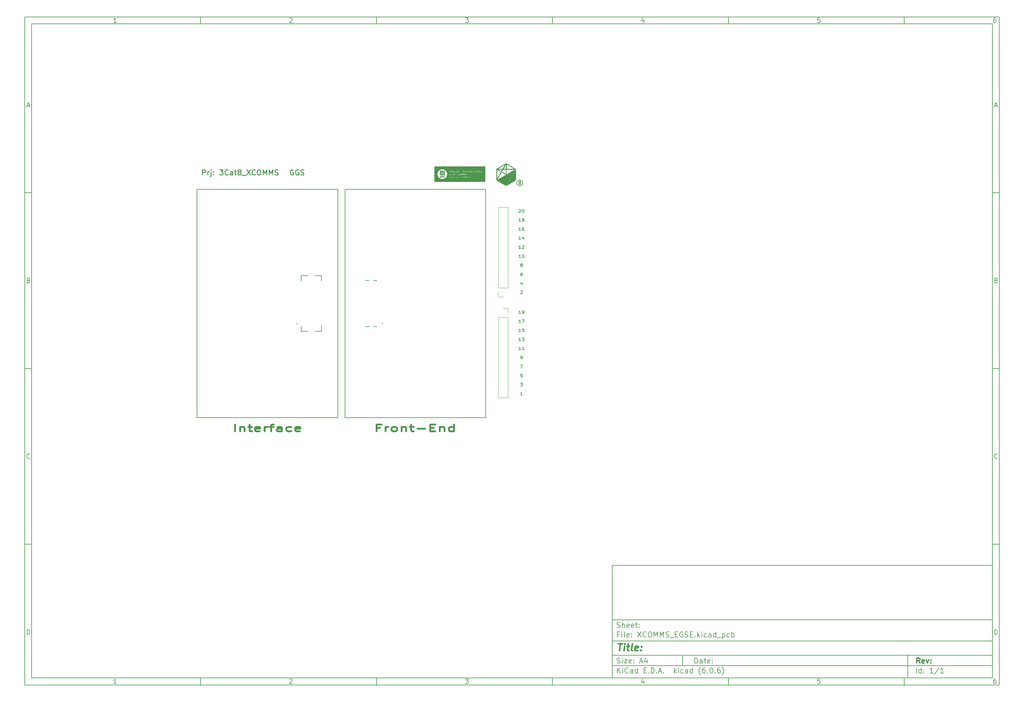
<source format=gbr>
%TF.GenerationSoftware,KiCad,Pcbnew,(6.0.6)*%
%TF.CreationDate,2022-07-08T12:35:32+02:00*%
%TF.ProjectId,XCOMMS_EGSE,58434f4d-4d53-45f4-9547-53452e6b6963,rev?*%
%TF.SameCoordinates,Original*%
%TF.FileFunction,Legend,Top*%
%TF.FilePolarity,Positive*%
%FSLAX46Y46*%
G04 Gerber Fmt 4.6, Leading zero omitted, Abs format (unit mm)*
G04 Created by KiCad (PCBNEW (6.0.6)) date 2022-07-08 12:35:32*
%MOMM*%
%LPD*%
G01*
G04 APERTURE LIST*
%ADD10C,0.100000*%
%ADD11C,0.150000*%
%ADD12C,0.300000*%
%ADD13C,0.400000*%
%ADD14C,0.500000*%
%ADD15C,0.200000*%
%ADD16C,0.254000*%
%ADD17C,0.120000*%
%ADD18C,0.025400*%
G04 APERTURE END LIST*
D10*
D11*
X177002200Y-166007200D02*
X177002200Y-198007200D01*
X285002200Y-198007200D01*
X285002200Y-166007200D01*
X177002200Y-166007200D01*
D10*
D11*
X10000000Y-10000000D02*
X10000000Y-200007200D01*
X287002200Y-200007200D01*
X287002200Y-10000000D01*
X10000000Y-10000000D01*
D10*
D11*
X12000000Y-12000000D02*
X12000000Y-198007200D01*
X285002200Y-198007200D01*
X285002200Y-12000000D01*
X12000000Y-12000000D01*
D10*
D11*
X60000000Y-12000000D02*
X60000000Y-10000000D01*
D10*
D11*
X110000000Y-12000000D02*
X110000000Y-10000000D01*
D10*
D11*
X160000000Y-12000000D02*
X160000000Y-10000000D01*
D10*
D11*
X210000000Y-12000000D02*
X210000000Y-10000000D01*
D10*
D11*
X260000000Y-12000000D02*
X260000000Y-10000000D01*
D10*
D11*
X36065476Y-11588095D02*
X35322619Y-11588095D01*
X35694047Y-11588095D02*
X35694047Y-10288095D01*
X35570238Y-10473809D01*
X35446428Y-10597619D01*
X35322619Y-10659523D01*
D10*
D11*
X85322619Y-10411904D02*
X85384523Y-10350000D01*
X85508333Y-10288095D01*
X85817857Y-10288095D01*
X85941666Y-10350000D01*
X86003571Y-10411904D01*
X86065476Y-10535714D01*
X86065476Y-10659523D01*
X86003571Y-10845238D01*
X85260714Y-11588095D01*
X86065476Y-11588095D01*
D10*
D11*
X135260714Y-10288095D02*
X136065476Y-10288095D01*
X135632142Y-10783333D01*
X135817857Y-10783333D01*
X135941666Y-10845238D01*
X136003571Y-10907142D01*
X136065476Y-11030952D01*
X136065476Y-11340476D01*
X136003571Y-11464285D01*
X135941666Y-11526190D01*
X135817857Y-11588095D01*
X135446428Y-11588095D01*
X135322619Y-11526190D01*
X135260714Y-11464285D01*
D10*
D11*
X185941666Y-10721428D02*
X185941666Y-11588095D01*
X185632142Y-10226190D02*
X185322619Y-11154761D01*
X186127380Y-11154761D01*
D10*
D11*
X236003571Y-10288095D02*
X235384523Y-10288095D01*
X235322619Y-10907142D01*
X235384523Y-10845238D01*
X235508333Y-10783333D01*
X235817857Y-10783333D01*
X235941666Y-10845238D01*
X236003571Y-10907142D01*
X236065476Y-11030952D01*
X236065476Y-11340476D01*
X236003571Y-11464285D01*
X235941666Y-11526190D01*
X235817857Y-11588095D01*
X235508333Y-11588095D01*
X235384523Y-11526190D01*
X235322619Y-11464285D01*
D10*
D11*
X285941666Y-10288095D02*
X285694047Y-10288095D01*
X285570238Y-10350000D01*
X285508333Y-10411904D01*
X285384523Y-10597619D01*
X285322619Y-10845238D01*
X285322619Y-11340476D01*
X285384523Y-11464285D01*
X285446428Y-11526190D01*
X285570238Y-11588095D01*
X285817857Y-11588095D01*
X285941666Y-11526190D01*
X286003571Y-11464285D01*
X286065476Y-11340476D01*
X286065476Y-11030952D01*
X286003571Y-10907142D01*
X285941666Y-10845238D01*
X285817857Y-10783333D01*
X285570238Y-10783333D01*
X285446428Y-10845238D01*
X285384523Y-10907142D01*
X285322619Y-11030952D01*
D10*
D11*
X60000000Y-198007200D02*
X60000000Y-200007200D01*
D10*
D11*
X110000000Y-198007200D02*
X110000000Y-200007200D01*
D10*
D11*
X160000000Y-198007200D02*
X160000000Y-200007200D01*
D10*
D11*
X210000000Y-198007200D02*
X210000000Y-200007200D01*
D10*
D11*
X260000000Y-198007200D02*
X260000000Y-200007200D01*
D10*
D11*
X36065476Y-199595295D02*
X35322619Y-199595295D01*
X35694047Y-199595295D02*
X35694047Y-198295295D01*
X35570238Y-198481009D01*
X35446428Y-198604819D01*
X35322619Y-198666723D01*
D10*
D11*
X85322619Y-198419104D02*
X85384523Y-198357200D01*
X85508333Y-198295295D01*
X85817857Y-198295295D01*
X85941666Y-198357200D01*
X86003571Y-198419104D01*
X86065476Y-198542914D01*
X86065476Y-198666723D01*
X86003571Y-198852438D01*
X85260714Y-199595295D01*
X86065476Y-199595295D01*
D10*
D11*
X135260714Y-198295295D02*
X136065476Y-198295295D01*
X135632142Y-198790533D01*
X135817857Y-198790533D01*
X135941666Y-198852438D01*
X136003571Y-198914342D01*
X136065476Y-199038152D01*
X136065476Y-199347676D01*
X136003571Y-199471485D01*
X135941666Y-199533390D01*
X135817857Y-199595295D01*
X135446428Y-199595295D01*
X135322619Y-199533390D01*
X135260714Y-199471485D01*
D10*
D11*
X185941666Y-198728628D02*
X185941666Y-199595295D01*
X185632142Y-198233390D02*
X185322619Y-199161961D01*
X186127380Y-199161961D01*
D10*
D11*
X236003571Y-198295295D02*
X235384523Y-198295295D01*
X235322619Y-198914342D01*
X235384523Y-198852438D01*
X235508333Y-198790533D01*
X235817857Y-198790533D01*
X235941666Y-198852438D01*
X236003571Y-198914342D01*
X236065476Y-199038152D01*
X236065476Y-199347676D01*
X236003571Y-199471485D01*
X235941666Y-199533390D01*
X235817857Y-199595295D01*
X235508333Y-199595295D01*
X235384523Y-199533390D01*
X235322619Y-199471485D01*
D10*
D11*
X285941666Y-198295295D02*
X285694047Y-198295295D01*
X285570238Y-198357200D01*
X285508333Y-198419104D01*
X285384523Y-198604819D01*
X285322619Y-198852438D01*
X285322619Y-199347676D01*
X285384523Y-199471485D01*
X285446428Y-199533390D01*
X285570238Y-199595295D01*
X285817857Y-199595295D01*
X285941666Y-199533390D01*
X286003571Y-199471485D01*
X286065476Y-199347676D01*
X286065476Y-199038152D01*
X286003571Y-198914342D01*
X285941666Y-198852438D01*
X285817857Y-198790533D01*
X285570238Y-198790533D01*
X285446428Y-198852438D01*
X285384523Y-198914342D01*
X285322619Y-199038152D01*
D10*
D11*
X10000000Y-60000000D02*
X12000000Y-60000000D01*
D10*
D11*
X10000000Y-110000000D02*
X12000000Y-110000000D01*
D10*
D11*
X10000000Y-160000000D02*
X12000000Y-160000000D01*
D10*
D11*
X10690476Y-35216666D02*
X11309523Y-35216666D01*
X10566666Y-35588095D02*
X11000000Y-34288095D01*
X11433333Y-35588095D01*
D10*
D11*
X11092857Y-84907142D02*
X11278571Y-84969047D01*
X11340476Y-85030952D01*
X11402380Y-85154761D01*
X11402380Y-85340476D01*
X11340476Y-85464285D01*
X11278571Y-85526190D01*
X11154761Y-85588095D01*
X10659523Y-85588095D01*
X10659523Y-84288095D01*
X11092857Y-84288095D01*
X11216666Y-84350000D01*
X11278571Y-84411904D01*
X11340476Y-84535714D01*
X11340476Y-84659523D01*
X11278571Y-84783333D01*
X11216666Y-84845238D01*
X11092857Y-84907142D01*
X10659523Y-84907142D01*
D10*
D11*
X11402380Y-135464285D02*
X11340476Y-135526190D01*
X11154761Y-135588095D01*
X11030952Y-135588095D01*
X10845238Y-135526190D01*
X10721428Y-135402380D01*
X10659523Y-135278571D01*
X10597619Y-135030952D01*
X10597619Y-134845238D01*
X10659523Y-134597619D01*
X10721428Y-134473809D01*
X10845238Y-134350000D01*
X11030952Y-134288095D01*
X11154761Y-134288095D01*
X11340476Y-134350000D01*
X11402380Y-134411904D01*
D10*
D11*
X10659523Y-185588095D02*
X10659523Y-184288095D01*
X10969047Y-184288095D01*
X11154761Y-184350000D01*
X11278571Y-184473809D01*
X11340476Y-184597619D01*
X11402380Y-184845238D01*
X11402380Y-185030952D01*
X11340476Y-185278571D01*
X11278571Y-185402380D01*
X11154761Y-185526190D01*
X10969047Y-185588095D01*
X10659523Y-185588095D01*
D10*
D11*
X287002200Y-60000000D02*
X285002200Y-60000000D01*
D10*
D11*
X287002200Y-110000000D02*
X285002200Y-110000000D01*
D10*
D11*
X287002200Y-160000000D02*
X285002200Y-160000000D01*
D10*
D11*
X285692676Y-35216666D02*
X286311723Y-35216666D01*
X285568866Y-35588095D02*
X286002200Y-34288095D01*
X286435533Y-35588095D01*
D10*
D11*
X286095057Y-84907142D02*
X286280771Y-84969047D01*
X286342676Y-85030952D01*
X286404580Y-85154761D01*
X286404580Y-85340476D01*
X286342676Y-85464285D01*
X286280771Y-85526190D01*
X286156961Y-85588095D01*
X285661723Y-85588095D01*
X285661723Y-84288095D01*
X286095057Y-84288095D01*
X286218866Y-84350000D01*
X286280771Y-84411904D01*
X286342676Y-84535714D01*
X286342676Y-84659523D01*
X286280771Y-84783333D01*
X286218866Y-84845238D01*
X286095057Y-84907142D01*
X285661723Y-84907142D01*
D10*
D11*
X286404580Y-135464285D02*
X286342676Y-135526190D01*
X286156961Y-135588095D01*
X286033152Y-135588095D01*
X285847438Y-135526190D01*
X285723628Y-135402380D01*
X285661723Y-135278571D01*
X285599819Y-135030952D01*
X285599819Y-134845238D01*
X285661723Y-134597619D01*
X285723628Y-134473809D01*
X285847438Y-134350000D01*
X286033152Y-134288095D01*
X286156961Y-134288095D01*
X286342676Y-134350000D01*
X286404580Y-134411904D01*
D10*
D11*
X285661723Y-185588095D02*
X285661723Y-184288095D01*
X285971247Y-184288095D01*
X286156961Y-184350000D01*
X286280771Y-184473809D01*
X286342676Y-184597619D01*
X286404580Y-184845238D01*
X286404580Y-185030952D01*
X286342676Y-185278571D01*
X286280771Y-185402380D01*
X286156961Y-185526190D01*
X285971247Y-185588095D01*
X285661723Y-185588095D01*
D10*
D11*
X200434342Y-193785771D02*
X200434342Y-192285771D01*
X200791485Y-192285771D01*
X201005771Y-192357200D01*
X201148628Y-192500057D01*
X201220057Y-192642914D01*
X201291485Y-192928628D01*
X201291485Y-193142914D01*
X201220057Y-193428628D01*
X201148628Y-193571485D01*
X201005771Y-193714342D01*
X200791485Y-193785771D01*
X200434342Y-193785771D01*
X202577200Y-193785771D02*
X202577200Y-193000057D01*
X202505771Y-192857200D01*
X202362914Y-192785771D01*
X202077200Y-192785771D01*
X201934342Y-192857200D01*
X202577200Y-193714342D02*
X202434342Y-193785771D01*
X202077200Y-193785771D01*
X201934342Y-193714342D01*
X201862914Y-193571485D01*
X201862914Y-193428628D01*
X201934342Y-193285771D01*
X202077200Y-193214342D01*
X202434342Y-193214342D01*
X202577200Y-193142914D01*
X203077200Y-192785771D02*
X203648628Y-192785771D01*
X203291485Y-192285771D02*
X203291485Y-193571485D01*
X203362914Y-193714342D01*
X203505771Y-193785771D01*
X203648628Y-193785771D01*
X204720057Y-193714342D02*
X204577200Y-193785771D01*
X204291485Y-193785771D01*
X204148628Y-193714342D01*
X204077200Y-193571485D01*
X204077200Y-193000057D01*
X204148628Y-192857200D01*
X204291485Y-192785771D01*
X204577200Y-192785771D01*
X204720057Y-192857200D01*
X204791485Y-193000057D01*
X204791485Y-193142914D01*
X204077200Y-193285771D01*
X205434342Y-193642914D02*
X205505771Y-193714342D01*
X205434342Y-193785771D01*
X205362914Y-193714342D01*
X205434342Y-193642914D01*
X205434342Y-193785771D01*
X205434342Y-192857200D02*
X205505771Y-192928628D01*
X205434342Y-193000057D01*
X205362914Y-192928628D01*
X205434342Y-192857200D01*
X205434342Y-193000057D01*
D10*
D11*
X177002200Y-194507200D02*
X285002200Y-194507200D01*
D10*
D11*
X178434342Y-196585771D02*
X178434342Y-195085771D01*
X179291485Y-196585771D02*
X178648628Y-195728628D01*
X179291485Y-195085771D02*
X178434342Y-195942914D01*
X179934342Y-196585771D02*
X179934342Y-195585771D01*
X179934342Y-195085771D02*
X179862914Y-195157200D01*
X179934342Y-195228628D01*
X180005771Y-195157200D01*
X179934342Y-195085771D01*
X179934342Y-195228628D01*
X181505771Y-196442914D02*
X181434342Y-196514342D01*
X181220057Y-196585771D01*
X181077200Y-196585771D01*
X180862914Y-196514342D01*
X180720057Y-196371485D01*
X180648628Y-196228628D01*
X180577200Y-195942914D01*
X180577200Y-195728628D01*
X180648628Y-195442914D01*
X180720057Y-195300057D01*
X180862914Y-195157200D01*
X181077200Y-195085771D01*
X181220057Y-195085771D01*
X181434342Y-195157200D01*
X181505771Y-195228628D01*
X182791485Y-196585771D02*
X182791485Y-195800057D01*
X182720057Y-195657200D01*
X182577200Y-195585771D01*
X182291485Y-195585771D01*
X182148628Y-195657200D01*
X182791485Y-196514342D02*
X182648628Y-196585771D01*
X182291485Y-196585771D01*
X182148628Y-196514342D01*
X182077200Y-196371485D01*
X182077200Y-196228628D01*
X182148628Y-196085771D01*
X182291485Y-196014342D01*
X182648628Y-196014342D01*
X182791485Y-195942914D01*
X184148628Y-196585771D02*
X184148628Y-195085771D01*
X184148628Y-196514342D02*
X184005771Y-196585771D01*
X183720057Y-196585771D01*
X183577200Y-196514342D01*
X183505771Y-196442914D01*
X183434342Y-196300057D01*
X183434342Y-195871485D01*
X183505771Y-195728628D01*
X183577200Y-195657200D01*
X183720057Y-195585771D01*
X184005771Y-195585771D01*
X184148628Y-195657200D01*
X186005771Y-195800057D02*
X186505771Y-195800057D01*
X186720057Y-196585771D02*
X186005771Y-196585771D01*
X186005771Y-195085771D01*
X186720057Y-195085771D01*
X187362914Y-196442914D02*
X187434342Y-196514342D01*
X187362914Y-196585771D01*
X187291485Y-196514342D01*
X187362914Y-196442914D01*
X187362914Y-196585771D01*
X188077200Y-196585771D02*
X188077200Y-195085771D01*
X188434342Y-195085771D01*
X188648628Y-195157200D01*
X188791485Y-195300057D01*
X188862914Y-195442914D01*
X188934342Y-195728628D01*
X188934342Y-195942914D01*
X188862914Y-196228628D01*
X188791485Y-196371485D01*
X188648628Y-196514342D01*
X188434342Y-196585771D01*
X188077200Y-196585771D01*
X189577200Y-196442914D02*
X189648628Y-196514342D01*
X189577200Y-196585771D01*
X189505771Y-196514342D01*
X189577200Y-196442914D01*
X189577200Y-196585771D01*
X190220057Y-196157200D02*
X190934342Y-196157200D01*
X190077200Y-196585771D02*
X190577200Y-195085771D01*
X191077200Y-196585771D01*
X191577200Y-196442914D02*
X191648628Y-196514342D01*
X191577200Y-196585771D01*
X191505771Y-196514342D01*
X191577200Y-196442914D01*
X191577200Y-196585771D01*
X194577200Y-196585771D02*
X194577200Y-195085771D01*
X194720057Y-196014342D02*
X195148628Y-196585771D01*
X195148628Y-195585771D02*
X194577200Y-196157200D01*
X195791485Y-196585771D02*
X195791485Y-195585771D01*
X195791485Y-195085771D02*
X195720057Y-195157200D01*
X195791485Y-195228628D01*
X195862914Y-195157200D01*
X195791485Y-195085771D01*
X195791485Y-195228628D01*
X197148628Y-196514342D02*
X197005771Y-196585771D01*
X196720057Y-196585771D01*
X196577200Y-196514342D01*
X196505771Y-196442914D01*
X196434342Y-196300057D01*
X196434342Y-195871485D01*
X196505771Y-195728628D01*
X196577200Y-195657200D01*
X196720057Y-195585771D01*
X197005771Y-195585771D01*
X197148628Y-195657200D01*
X198434342Y-196585771D02*
X198434342Y-195800057D01*
X198362914Y-195657200D01*
X198220057Y-195585771D01*
X197934342Y-195585771D01*
X197791485Y-195657200D01*
X198434342Y-196514342D02*
X198291485Y-196585771D01*
X197934342Y-196585771D01*
X197791485Y-196514342D01*
X197720057Y-196371485D01*
X197720057Y-196228628D01*
X197791485Y-196085771D01*
X197934342Y-196014342D01*
X198291485Y-196014342D01*
X198434342Y-195942914D01*
X199791485Y-196585771D02*
X199791485Y-195085771D01*
X199791485Y-196514342D02*
X199648628Y-196585771D01*
X199362914Y-196585771D01*
X199220057Y-196514342D01*
X199148628Y-196442914D01*
X199077200Y-196300057D01*
X199077200Y-195871485D01*
X199148628Y-195728628D01*
X199220057Y-195657200D01*
X199362914Y-195585771D01*
X199648628Y-195585771D01*
X199791485Y-195657200D01*
X202077200Y-197157200D02*
X202005771Y-197085771D01*
X201862914Y-196871485D01*
X201791485Y-196728628D01*
X201720057Y-196514342D01*
X201648628Y-196157200D01*
X201648628Y-195871485D01*
X201720057Y-195514342D01*
X201791485Y-195300057D01*
X201862914Y-195157200D01*
X202005771Y-194942914D01*
X202077200Y-194871485D01*
X203291485Y-195085771D02*
X203005771Y-195085771D01*
X202862914Y-195157200D01*
X202791485Y-195228628D01*
X202648628Y-195442914D01*
X202577200Y-195728628D01*
X202577200Y-196300057D01*
X202648628Y-196442914D01*
X202720057Y-196514342D01*
X202862914Y-196585771D01*
X203148628Y-196585771D01*
X203291485Y-196514342D01*
X203362914Y-196442914D01*
X203434342Y-196300057D01*
X203434342Y-195942914D01*
X203362914Y-195800057D01*
X203291485Y-195728628D01*
X203148628Y-195657200D01*
X202862914Y-195657200D01*
X202720057Y-195728628D01*
X202648628Y-195800057D01*
X202577200Y-195942914D01*
X204077200Y-196442914D02*
X204148628Y-196514342D01*
X204077200Y-196585771D01*
X204005771Y-196514342D01*
X204077200Y-196442914D01*
X204077200Y-196585771D01*
X205077200Y-195085771D02*
X205220057Y-195085771D01*
X205362914Y-195157200D01*
X205434342Y-195228628D01*
X205505771Y-195371485D01*
X205577200Y-195657200D01*
X205577200Y-196014342D01*
X205505771Y-196300057D01*
X205434342Y-196442914D01*
X205362914Y-196514342D01*
X205220057Y-196585771D01*
X205077200Y-196585771D01*
X204934342Y-196514342D01*
X204862914Y-196442914D01*
X204791485Y-196300057D01*
X204720057Y-196014342D01*
X204720057Y-195657200D01*
X204791485Y-195371485D01*
X204862914Y-195228628D01*
X204934342Y-195157200D01*
X205077200Y-195085771D01*
X206220057Y-196442914D02*
X206291485Y-196514342D01*
X206220057Y-196585771D01*
X206148628Y-196514342D01*
X206220057Y-196442914D01*
X206220057Y-196585771D01*
X207577200Y-195085771D02*
X207291485Y-195085771D01*
X207148628Y-195157200D01*
X207077200Y-195228628D01*
X206934342Y-195442914D01*
X206862914Y-195728628D01*
X206862914Y-196300057D01*
X206934342Y-196442914D01*
X207005771Y-196514342D01*
X207148628Y-196585771D01*
X207434342Y-196585771D01*
X207577200Y-196514342D01*
X207648628Y-196442914D01*
X207720057Y-196300057D01*
X207720057Y-195942914D01*
X207648628Y-195800057D01*
X207577200Y-195728628D01*
X207434342Y-195657200D01*
X207148628Y-195657200D01*
X207005771Y-195728628D01*
X206934342Y-195800057D01*
X206862914Y-195942914D01*
X208220057Y-197157200D02*
X208291485Y-197085771D01*
X208434342Y-196871485D01*
X208505771Y-196728628D01*
X208577200Y-196514342D01*
X208648628Y-196157200D01*
X208648628Y-195871485D01*
X208577200Y-195514342D01*
X208505771Y-195300057D01*
X208434342Y-195157200D01*
X208291485Y-194942914D01*
X208220057Y-194871485D01*
D10*
D11*
X177002200Y-191507200D02*
X285002200Y-191507200D01*
D10*
D12*
X264411485Y-193785771D02*
X263911485Y-193071485D01*
X263554342Y-193785771D02*
X263554342Y-192285771D01*
X264125771Y-192285771D01*
X264268628Y-192357200D01*
X264340057Y-192428628D01*
X264411485Y-192571485D01*
X264411485Y-192785771D01*
X264340057Y-192928628D01*
X264268628Y-193000057D01*
X264125771Y-193071485D01*
X263554342Y-193071485D01*
X265625771Y-193714342D02*
X265482914Y-193785771D01*
X265197200Y-193785771D01*
X265054342Y-193714342D01*
X264982914Y-193571485D01*
X264982914Y-193000057D01*
X265054342Y-192857200D01*
X265197200Y-192785771D01*
X265482914Y-192785771D01*
X265625771Y-192857200D01*
X265697200Y-193000057D01*
X265697200Y-193142914D01*
X264982914Y-193285771D01*
X266197200Y-192785771D02*
X266554342Y-193785771D01*
X266911485Y-192785771D01*
X267482914Y-193642914D02*
X267554342Y-193714342D01*
X267482914Y-193785771D01*
X267411485Y-193714342D01*
X267482914Y-193642914D01*
X267482914Y-193785771D01*
X267482914Y-192857200D02*
X267554342Y-192928628D01*
X267482914Y-193000057D01*
X267411485Y-192928628D01*
X267482914Y-192857200D01*
X267482914Y-193000057D01*
D10*
D11*
X178362914Y-193714342D02*
X178577200Y-193785771D01*
X178934342Y-193785771D01*
X179077200Y-193714342D01*
X179148628Y-193642914D01*
X179220057Y-193500057D01*
X179220057Y-193357200D01*
X179148628Y-193214342D01*
X179077200Y-193142914D01*
X178934342Y-193071485D01*
X178648628Y-193000057D01*
X178505771Y-192928628D01*
X178434342Y-192857200D01*
X178362914Y-192714342D01*
X178362914Y-192571485D01*
X178434342Y-192428628D01*
X178505771Y-192357200D01*
X178648628Y-192285771D01*
X179005771Y-192285771D01*
X179220057Y-192357200D01*
X179862914Y-193785771D02*
X179862914Y-192785771D01*
X179862914Y-192285771D02*
X179791485Y-192357200D01*
X179862914Y-192428628D01*
X179934342Y-192357200D01*
X179862914Y-192285771D01*
X179862914Y-192428628D01*
X180434342Y-192785771D02*
X181220057Y-192785771D01*
X180434342Y-193785771D01*
X181220057Y-193785771D01*
X182362914Y-193714342D02*
X182220057Y-193785771D01*
X181934342Y-193785771D01*
X181791485Y-193714342D01*
X181720057Y-193571485D01*
X181720057Y-193000057D01*
X181791485Y-192857200D01*
X181934342Y-192785771D01*
X182220057Y-192785771D01*
X182362914Y-192857200D01*
X182434342Y-193000057D01*
X182434342Y-193142914D01*
X181720057Y-193285771D01*
X183077200Y-193642914D02*
X183148628Y-193714342D01*
X183077200Y-193785771D01*
X183005771Y-193714342D01*
X183077200Y-193642914D01*
X183077200Y-193785771D01*
X183077200Y-192857200D02*
X183148628Y-192928628D01*
X183077200Y-193000057D01*
X183005771Y-192928628D01*
X183077200Y-192857200D01*
X183077200Y-193000057D01*
X184862914Y-193357200D02*
X185577200Y-193357200D01*
X184720057Y-193785771D02*
X185220057Y-192285771D01*
X185720057Y-193785771D01*
X186862914Y-192785771D02*
X186862914Y-193785771D01*
X186505771Y-192214342D02*
X186148628Y-193285771D01*
X187077200Y-193285771D01*
D10*
D11*
X263434342Y-196585771D02*
X263434342Y-195085771D01*
X264791485Y-196585771D02*
X264791485Y-195085771D01*
X264791485Y-196514342D02*
X264648628Y-196585771D01*
X264362914Y-196585771D01*
X264220057Y-196514342D01*
X264148628Y-196442914D01*
X264077200Y-196300057D01*
X264077200Y-195871485D01*
X264148628Y-195728628D01*
X264220057Y-195657200D01*
X264362914Y-195585771D01*
X264648628Y-195585771D01*
X264791485Y-195657200D01*
X265505771Y-196442914D02*
X265577200Y-196514342D01*
X265505771Y-196585771D01*
X265434342Y-196514342D01*
X265505771Y-196442914D01*
X265505771Y-196585771D01*
X265505771Y-195657200D02*
X265577200Y-195728628D01*
X265505771Y-195800057D01*
X265434342Y-195728628D01*
X265505771Y-195657200D01*
X265505771Y-195800057D01*
X268148628Y-196585771D02*
X267291485Y-196585771D01*
X267720057Y-196585771D02*
X267720057Y-195085771D01*
X267577200Y-195300057D01*
X267434342Y-195442914D01*
X267291485Y-195514342D01*
X269862914Y-195014342D02*
X268577200Y-196942914D01*
X271148628Y-196585771D02*
X270291485Y-196585771D01*
X270720057Y-196585771D02*
X270720057Y-195085771D01*
X270577200Y-195300057D01*
X270434342Y-195442914D01*
X270291485Y-195514342D01*
D10*
D11*
X177002200Y-187507200D02*
X285002200Y-187507200D01*
D10*
D13*
X178714580Y-188211961D02*
X179857438Y-188211961D01*
X179036009Y-190211961D02*
X179286009Y-188211961D01*
X180274104Y-190211961D02*
X180440771Y-188878628D01*
X180524104Y-188211961D02*
X180416961Y-188307200D01*
X180500295Y-188402438D01*
X180607438Y-188307200D01*
X180524104Y-188211961D01*
X180500295Y-188402438D01*
X181107438Y-188878628D02*
X181869342Y-188878628D01*
X181476485Y-188211961D02*
X181262200Y-189926247D01*
X181333628Y-190116723D01*
X181512200Y-190211961D01*
X181702676Y-190211961D01*
X182655057Y-190211961D02*
X182476485Y-190116723D01*
X182405057Y-189926247D01*
X182619342Y-188211961D01*
X184190771Y-190116723D02*
X183988390Y-190211961D01*
X183607438Y-190211961D01*
X183428866Y-190116723D01*
X183357438Y-189926247D01*
X183452676Y-189164342D01*
X183571723Y-188973866D01*
X183774104Y-188878628D01*
X184155057Y-188878628D01*
X184333628Y-188973866D01*
X184405057Y-189164342D01*
X184381247Y-189354819D01*
X183405057Y-189545295D01*
X185155057Y-190021485D02*
X185238390Y-190116723D01*
X185131247Y-190211961D01*
X185047914Y-190116723D01*
X185155057Y-190021485D01*
X185131247Y-190211961D01*
X185286009Y-188973866D02*
X185369342Y-189069104D01*
X185262200Y-189164342D01*
X185178866Y-189069104D01*
X185286009Y-188973866D01*
X185262200Y-189164342D01*
D10*
D11*
X178934342Y-185600057D02*
X178434342Y-185600057D01*
X178434342Y-186385771D02*
X178434342Y-184885771D01*
X179148628Y-184885771D01*
X179720057Y-186385771D02*
X179720057Y-185385771D01*
X179720057Y-184885771D02*
X179648628Y-184957200D01*
X179720057Y-185028628D01*
X179791485Y-184957200D01*
X179720057Y-184885771D01*
X179720057Y-185028628D01*
X180648628Y-186385771D02*
X180505771Y-186314342D01*
X180434342Y-186171485D01*
X180434342Y-184885771D01*
X181791485Y-186314342D02*
X181648628Y-186385771D01*
X181362914Y-186385771D01*
X181220057Y-186314342D01*
X181148628Y-186171485D01*
X181148628Y-185600057D01*
X181220057Y-185457200D01*
X181362914Y-185385771D01*
X181648628Y-185385771D01*
X181791485Y-185457200D01*
X181862914Y-185600057D01*
X181862914Y-185742914D01*
X181148628Y-185885771D01*
X182505771Y-186242914D02*
X182577200Y-186314342D01*
X182505771Y-186385771D01*
X182434342Y-186314342D01*
X182505771Y-186242914D01*
X182505771Y-186385771D01*
X182505771Y-185457200D02*
X182577200Y-185528628D01*
X182505771Y-185600057D01*
X182434342Y-185528628D01*
X182505771Y-185457200D01*
X182505771Y-185600057D01*
X184220057Y-184885771D02*
X185220057Y-186385771D01*
X185220057Y-184885771D02*
X184220057Y-186385771D01*
X186648628Y-186242914D02*
X186577200Y-186314342D01*
X186362914Y-186385771D01*
X186220057Y-186385771D01*
X186005771Y-186314342D01*
X185862914Y-186171485D01*
X185791485Y-186028628D01*
X185720057Y-185742914D01*
X185720057Y-185528628D01*
X185791485Y-185242914D01*
X185862914Y-185100057D01*
X186005771Y-184957200D01*
X186220057Y-184885771D01*
X186362914Y-184885771D01*
X186577200Y-184957200D01*
X186648628Y-185028628D01*
X187577200Y-184885771D02*
X187862914Y-184885771D01*
X188005771Y-184957200D01*
X188148628Y-185100057D01*
X188220057Y-185385771D01*
X188220057Y-185885771D01*
X188148628Y-186171485D01*
X188005771Y-186314342D01*
X187862914Y-186385771D01*
X187577200Y-186385771D01*
X187434342Y-186314342D01*
X187291485Y-186171485D01*
X187220057Y-185885771D01*
X187220057Y-185385771D01*
X187291485Y-185100057D01*
X187434342Y-184957200D01*
X187577200Y-184885771D01*
X188862914Y-186385771D02*
X188862914Y-184885771D01*
X189362914Y-185957200D01*
X189862914Y-184885771D01*
X189862914Y-186385771D01*
X190577200Y-186385771D02*
X190577200Y-184885771D01*
X191077200Y-185957200D01*
X191577200Y-184885771D01*
X191577200Y-186385771D01*
X192220057Y-186314342D02*
X192434342Y-186385771D01*
X192791485Y-186385771D01*
X192934342Y-186314342D01*
X193005771Y-186242914D01*
X193077200Y-186100057D01*
X193077200Y-185957200D01*
X193005771Y-185814342D01*
X192934342Y-185742914D01*
X192791485Y-185671485D01*
X192505771Y-185600057D01*
X192362914Y-185528628D01*
X192291485Y-185457200D01*
X192220057Y-185314342D01*
X192220057Y-185171485D01*
X192291485Y-185028628D01*
X192362914Y-184957200D01*
X192505771Y-184885771D01*
X192862914Y-184885771D01*
X193077200Y-184957200D01*
X193362914Y-186528628D02*
X194505771Y-186528628D01*
X194862914Y-185600057D02*
X195362914Y-185600057D01*
X195577200Y-186385771D02*
X194862914Y-186385771D01*
X194862914Y-184885771D01*
X195577200Y-184885771D01*
X197005771Y-184957200D02*
X196862914Y-184885771D01*
X196648628Y-184885771D01*
X196434342Y-184957200D01*
X196291485Y-185100057D01*
X196220057Y-185242914D01*
X196148628Y-185528628D01*
X196148628Y-185742914D01*
X196220057Y-186028628D01*
X196291485Y-186171485D01*
X196434342Y-186314342D01*
X196648628Y-186385771D01*
X196791485Y-186385771D01*
X197005771Y-186314342D01*
X197077200Y-186242914D01*
X197077200Y-185742914D01*
X196791485Y-185742914D01*
X197648628Y-186314342D02*
X197862914Y-186385771D01*
X198220057Y-186385771D01*
X198362914Y-186314342D01*
X198434342Y-186242914D01*
X198505771Y-186100057D01*
X198505771Y-185957200D01*
X198434342Y-185814342D01*
X198362914Y-185742914D01*
X198220057Y-185671485D01*
X197934342Y-185600057D01*
X197791485Y-185528628D01*
X197720057Y-185457200D01*
X197648628Y-185314342D01*
X197648628Y-185171485D01*
X197720057Y-185028628D01*
X197791485Y-184957200D01*
X197934342Y-184885771D01*
X198291485Y-184885771D01*
X198505771Y-184957200D01*
X199148628Y-185600057D02*
X199648628Y-185600057D01*
X199862914Y-186385771D02*
X199148628Y-186385771D01*
X199148628Y-184885771D01*
X199862914Y-184885771D01*
X200505771Y-186242914D02*
X200577200Y-186314342D01*
X200505771Y-186385771D01*
X200434342Y-186314342D01*
X200505771Y-186242914D01*
X200505771Y-186385771D01*
X201220057Y-186385771D02*
X201220057Y-184885771D01*
X201362914Y-185814342D02*
X201791485Y-186385771D01*
X201791485Y-185385771D02*
X201220057Y-185957200D01*
X202434342Y-186385771D02*
X202434342Y-185385771D01*
X202434342Y-184885771D02*
X202362914Y-184957200D01*
X202434342Y-185028628D01*
X202505771Y-184957200D01*
X202434342Y-184885771D01*
X202434342Y-185028628D01*
X203791485Y-186314342D02*
X203648628Y-186385771D01*
X203362914Y-186385771D01*
X203220057Y-186314342D01*
X203148628Y-186242914D01*
X203077200Y-186100057D01*
X203077200Y-185671485D01*
X203148628Y-185528628D01*
X203220057Y-185457200D01*
X203362914Y-185385771D01*
X203648628Y-185385771D01*
X203791485Y-185457200D01*
X205077200Y-186385771D02*
X205077200Y-185600057D01*
X205005771Y-185457200D01*
X204862914Y-185385771D01*
X204577200Y-185385771D01*
X204434342Y-185457200D01*
X205077200Y-186314342D02*
X204934342Y-186385771D01*
X204577200Y-186385771D01*
X204434342Y-186314342D01*
X204362914Y-186171485D01*
X204362914Y-186028628D01*
X204434342Y-185885771D01*
X204577200Y-185814342D01*
X204934342Y-185814342D01*
X205077200Y-185742914D01*
X206434342Y-186385771D02*
X206434342Y-184885771D01*
X206434342Y-186314342D02*
X206291485Y-186385771D01*
X206005771Y-186385771D01*
X205862914Y-186314342D01*
X205791485Y-186242914D01*
X205720057Y-186100057D01*
X205720057Y-185671485D01*
X205791485Y-185528628D01*
X205862914Y-185457200D01*
X206005771Y-185385771D01*
X206291485Y-185385771D01*
X206434342Y-185457200D01*
X206791485Y-186528628D02*
X207934342Y-186528628D01*
X208291485Y-185385771D02*
X208291485Y-186885771D01*
X208291485Y-185457200D02*
X208434342Y-185385771D01*
X208720057Y-185385771D01*
X208862914Y-185457200D01*
X208934342Y-185528628D01*
X209005771Y-185671485D01*
X209005771Y-186100057D01*
X208934342Y-186242914D01*
X208862914Y-186314342D01*
X208720057Y-186385771D01*
X208434342Y-186385771D01*
X208291485Y-186314342D01*
X210291485Y-186314342D02*
X210148628Y-186385771D01*
X209862914Y-186385771D01*
X209720057Y-186314342D01*
X209648628Y-186242914D01*
X209577200Y-186100057D01*
X209577200Y-185671485D01*
X209648628Y-185528628D01*
X209720057Y-185457200D01*
X209862914Y-185385771D01*
X210148628Y-185385771D01*
X210291485Y-185457200D01*
X210934342Y-186385771D02*
X210934342Y-184885771D01*
X210934342Y-185457200D02*
X211077200Y-185385771D01*
X211362914Y-185385771D01*
X211505771Y-185457200D01*
X211577200Y-185528628D01*
X211648628Y-185671485D01*
X211648628Y-186100057D01*
X211577200Y-186242914D01*
X211505771Y-186314342D01*
X211362914Y-186385771D01*
X211077200Y-186385771D01*
X210934342Y-186314342D01*
D10*
D11*
X177002200Y-181507200D02*
X285002200Y-181507200D01*
D10*
D11*
X178362914Y-183614342D02*
X178577200Y-183685771D01*
X178934342Y-183685771D01*
X179077200Y-183614342D01*
X179148628Y-183542914D01*
X179220057Y-183400057D01*
X179220057Y-183257200D01*
X179148628Y-183114342D01*
X179077200Y-183042914D01*
X178934342Y-182971485D01*
X178648628Y-182900057D01*
X178505771Y-182828628D01*
X178434342Y-182757200D01*
X178362914Y-182614342D01*
X178362914Y-182471485D01*
X178434342Y-182328628D01*
X178505771Y-182257200D01*
X178648628Y-182185771D01*
X179005771Y-182185771D01*
X179220057Y-182257200D01*
X179862914Y-183685771D02*
X179862914Y-182185771D01*
X180505771Y-183685771D02*
X180505771Y-182900057D01*
X180434342Y-182757200D01*
X180291485Y-182685771D01*
X180077200Y-182685771D01*
X179934342Y-182757200D01*
X179862914Y-182828628D01*
X181791485Y-183614342D02*
X181648628Y-183685771D01*
X181362914Y-183685771D01*
X181220057Y-183614342D01*
X181148628Y-183471485D01*
X181148628Y-182900057D01*
X181220057Y-182757200D01*
X181362914Y-182685771D01*
X181648628Y-182685771D01*
X181791485Y-182757200D01*
X181862914Y-182900057D01*
X181862914Y-183042914D01*
X181148628Y-183185771D01*
X183077200Y-183614342D02*
X182934342Y-183685771D01*
X182648628Y-183685771D01*
X182505771Y-183614342D01*
X182434342Y-183471485D01*
X182434342Y-182900057D01*
X182505771Y-182757200D01*
X182648628Y-182685771D01*
X182934342Y-182685771D01*
X183077200Y-182757200D01*
X183148628Y-182900057D01*
X183148628Y-183042914D01*
X182434342Y-183185771D01*
X183577200Y-182685771D02*
X184148628Y-182685771D01*
X183791485Y-182185771D02*
X183791485Y-183471485D01*
X183862914Y-183614342D01*
X184005771Y-183685771D01*
X184148628Y-183685771D01*
X184648628Y-183542914D02*
X184720057Y-183614342D01*
X184648628Y-183685771D01*
X184577200Y-183614342D01*
X184648628Y-183542914D01*
X184648628Y-183685771D01*
X184648628Y-182757200D02*
X184720057Y-182828628D01*
X184648628Y-182900057D01*
X184577200Y-182828628D01*
X184648628Y-182757200D01*
X184648628Y-182900057D01*
D10*
D12*
D10*
D11*
D10*
D11*
D10*
D11*
D10*
D11*
D10*
D11*
X197002200Y-191507200D02*
X197002200Y-194507200D01*
D10*
D11*
X261002200Y-191507200D02*
X261002200Y-198007200D01*
X151513525Y-57611425D02*
X151513525Y-56811425D01*
X150713525Y-56361425D02*
X149913525Y-56811425D01*
X101000000Y-59000000D02*
X141000000Y-59000000D01*
X141000000Y-59000000D02*
X141000000Y-124000000D01*
X141000000Y-124000000D02*
X101000000Y-124000000D01*
X101000000Y-124000000D02*
X101000000Y-59000000D01*
X99000000Y-124000000D02*
X59000000Y-124000000D01*
X59000000Y-124000000D02*
X59000000Y-59000000D01*
X59000000Y-59000000D02*
X99000000Y-59000000D01*
X99000000Y-59000000D02*
X99000000Y-124000000D01*
X149913525Y-57611425D02*
X149913525Y-56811425D01*
X149913525Y-57611425D02*
X150713525Y-58111425D01*
X151513525Y-56811425D02*
X150713525Y-56361425D01*
X150713525Y-58111425D02*
X151513525Y-57611425D01*
D14*
X111000000Y-126857142D02*
X110000000Y-126857142D01*
X110000000Y-127904761D02*
X110000000Y-125904761D01*
X111428571Y-125904761D01*
X112571428Y-127904761D02*
X112571428Y-126571428D01*
X112571428Y-126952380D02*
X112714285Y-126761904D01*
X112857142Y-126666666D01*
X113142857Y-126571428D01*
X113428571Y-126571428D01*
X114857142Y-127904761D02*
X114571428Y-127809523D01*
X114428571Y-127714285D01*
X114285714Y-127523809D01*
X114285714Y-126952380D01*
X114428571Y-126761904D01*
X114571428Y-126666666D01*
X114857142Y-126571428D01*
X115285714Y-126571428D01*
X115571428Y-126666666D01*
X115714285Y-126761904D01*
X115857142Y-126952380D01*
X115857142Y-127523809D01*
X115714285Y-127714285D01*
X115571428Y-127809523D01*
X115285714Y-127904761D01*
X114857142Y-127904761D01*
X117142857Y-126571428D02*
X117142857Y-127904761D01*
X117142857Y-126761904D02*
X117285714Y-126666666D01*
X117571428Y-126571428D01*
X118000000Y-126571428D01*
X118285714Y-126666666D01*
X118428571Y-126857142D01*
X118428571Y-127904761D01*
X119428571Y-126571428D02*
X120571428Y-126571428D01*
X119857142Y-125904761D02*
X119857142Y-127619047D01*
X120000000Y-127809523D01*
X120285714Y-127904761D01*
X120571428Y-127904761D01*
X121571428Y-127142857D02*
X123857142Y-127142857D01*
X125285714Y-126857142D02*
X126285714Y-126857142D01*
X126714285Y-127904761D02*
X125285714Y-127904761D01*
X125285714Y-125904761D01*
X126714285Y-125904761D01*
X128000000Y-126571428D02*
X128000000Y-127904761D01*
X128000000Y-126761904D02*
X128142857Y-126666666D01*
X128428571Y-126571428D01*
X128857142Y-126571428D01*
X129142857Y-126666666D01*
X129285714Y-126857142D01*
X129285714Y-127904761D01*
X132000000Y-127904761D02*
X132000000Y-125904761D01*
X132000000Y-127809523D02*
X131714285Y-127904761D01*
X131142857Y-127904761D01*
X130857142Y-127809523D01*
X130714285Y-127714285D01*
X130571428Y-127523809D01*
X130571428Y-126952380D01*
X130714285Y-126761904D01*
X130857142Y-126666666D01*
X131142857Y-126571428D01*
X131714285Y-126571428D01*
X132000000Y-126666666D01*
D15*
X150438095Y-64846095D02*
X150485714Y-64808000D01*
X150580952Y-64769904D01*
X150819047Y-64769904D01*
X150914285Y-64808000D01*
X150961904Y-64846095D01*
X151009523Y-64922285D01*
X151009523Y-64998476D01*
X150961904Y-65112761D01*
X150390476Y-65569904D01*
X151009523Y-65569904D01*
X151628571Y-64769904D02*
X151723809Y-64769904D01*
X151819047Y-64808000D01*
X151866666Y-64846095D01*
X151914285Y-64922285D01*
X151961904Y-65074666D01*
X151961904Y-65265142D01*
X151914285Y-65417523D01*
X151866666Y-65493714D01*
X151819047Y-65531809D01*
X151723809Y-65569904D01*
X151628571Y-65569904D01*
X151533333Y-65531809D01*
X151485714Y-65493714D01*
X151438095Y-65417523D01*
X151390476Y-65265142D01*
X151390476Y-65074666D01*
X151438095Y-64922285D01*
X151485714Y-64846095D01*
X151533333Y-64808000D01*
X151628571Y-64769904D01*
X151009523Y-68145904D02*
X150438095Y-68145904D01*
X150723809Y-68145904D02*
X150723809Y-67345904D01*
X150628571Y-67460190D01*
X150533333Y-67536380D01*
X150438095Y-67574476D01*
X151580952Y-67688761D02*
X151485714Y-67650666D01*
X151438095Y-67612571D01*
X151390476Y-67536380D01*
X151390476Y-67498285D01*
X151438095Y-67422095D01*
X151485714Y-67384000D01*
X151580952Y-67345904D01*
X151771428Y-67345904D01*
X151866666Y-67384000D01*
X151914285Y-67422095D01*
X151961904Y-67498285D01*
X151961904Y-67536380D01*
X151914285Y-67612571D01*
X151866666Y-67650666D01*
X151771428Y-67688761D01*
X151580952Y-67688761D01*
X151485714Y-67726857D01*
X151438095Y-67764952D01*
X151390476Y-67841142D01*
X151390476Y-67993523D01*
X151438095Y-68069714D01*
X151485714Y-68107809D01*
X151580952Y-68145904D01*
X151771428Y-68145904D01*
X151866666Y-68107809D01*
X151914285Y-68069714D01*
X151961904Y-67993523D01*
X151961904Y-67841142D01*
X151914285Y-67764952D01*
X151866666Y-67726857D01*
X151771428Y-67688761D01*
X151009523Y-70721904D02*
X150438095Y-70721904D01*
X150723809Y-70721904D02*
X150723809Y-69921904D01*
X150628571Y-70036190D01*
X150533333Y-70112380D01*
X150438095Y-70150476D01*
X151866666Y-69921904D02*
X151676190Y-69921904D01*
X151580952Y-69960000D01*
X151533333Y-69998095D01*
X151438095Y-70112380D01*
X151390476Y-70264761D01*
X151390476Y-70569523D01*
X151438095Y-70645714D01*
X151485714Y-70683809D01*
X151580952Y-70721904D01*
X151771428Y-70721904D01*
X151866666Y-70683809D01*
X151914285Y-70645714D01*
X151961904Y-70569523D01*
X151961904Y-70379047D01*
X151914285Y-70302857D01*
X151866666Y-70264761D01*
X151771428Y-70226666D01*
X151580952Y-70226666D01*
X151485714Y-70264761D01*
X151438095Y-70302857D01*
X151390476Y-70379047D01*
X151009523Y-73297904D02*
X150438095Y-73297904D01*
X150723809Y-73297904D02*
X150723809Y-72497904D01*
X150628571Y-72612190D01*
X150533333Y-72688380D01*
X150438095Y-72726476D01*
X151866666Y-72764571D02*
X151866666Y-73297904D01*
X151628571Y-72459809D02*
X151390476Y-73031238D01*
X152009523Y-73031238D01*
X151009523Y-75873904D02*
X150438095Y-75873904D01*
X150723809Y-75873904D02*
X150723809Y-75073904D01*
X150628571Y-75188190D01*
X150533333Y-75264380D01*
X150438095Y-75302476D01*
X151390476Y-75150095D02*
X151438095Y-75112000D01*
X151533333Y-75073904D01*
X151771428Y-75073904D01*
X151866666Y-75112000D01*
X151914285Y-75150095D01*
X151961904Y-75226285D01*
X151961904Y-75302476D01*
X151914285Y-75416761D01*
X151342857Y-75873904D01*
X151961904Y-75873904D01*
X151009523Y-78449904D02*
X150438095Y-78449904D01*
X150723809Y-78449904D02*
X150723809Y-77649904D01*
X150628571Y-77764190D01*
X150533333Y-77840380D01*
X150438095Y-77878476D01*
X151628571Y-77649904D02*
X151723809Y-77649904D01*
X151819047Y-77688000D01*
X151866666Y-77726095D01*
X151914285Y-77802285D01*
X151961904Y-77954666D01*
X151961904Y-78145142D01*
X151914285Y-78297523D01*
X151866666Y-78373714D01*
X151819047Y-78411809D01*
X151723809Y-78449904D01*
X151628571Y-78449904D01*
X151533333Y-78411809D01*
X151485714Y-78373714D01*
X151438095Y-78297523D01*
X151390476Y-78145142D01*
X151390476Y-77954666D01*
X151438095Y-77802285D01*
X151485714Y-77726095D01*
X151533333Y-77688000D01*
X151628571Y-77649904D01*
X151104761Y-80568761D02*
X151009523Y-80530666D01*
X150961904Y-80492571D01*
X150914285Y-80416380D01*
X150914285Y-80378285D01*
X150961904Y-80302095D01*
X151009523Y-80264000D01*
X151104761Y-80225904D01*
X151295238Y-80225904D01*
X151390476Y-80264000D01*
X151438095Y-80302095D01*
X151485714Y-80378285D01*
X151485714Y-80416380D01*
X151438095Y-80492571D01*
X151390476Y-80530666D01*
X151295238Y-80568761D01*
X151104761Y-80568761D01*
X151009523Y-80606857D01*
X150961904Y-80644952D01*
X150914285Y-80721142D01*
X150914285Y-80873523D01*
X150961904Y-80949714D01*
X151009523Y-80987809D01*
X151104761Y-81025904D01*
X151295238Y-81025904D01*
X151390476Y-80987809D01*
X151438095Y-80949714D01*
X151485714Y-80873523D01*
X151485714Y-80721142D01*
X151438095Y-80644952D01*
X151390476Y-80606857D01*
X151295238Y-80568761D01*
X151390476Y-82801904D02*
X151200000Y-82801904D01*
X151104761Y-82840000D01*
X151057142Y-82878095D01*
X150961904Y-82992380D01*
X150914285Y-83144761D01*
X150914285Y-83449523D01*
X150961904Y-83525714D01*
X151009523Y-83563809D01*
X151104761Y-83601904D01*
X151295238Y-83601904D01*
X151390476Y-83563809D01*
X151438095Y-83525714D01*
X151485714Y-83449523D01*
X151485714Y-83259047D01*
X151438095Y-83182857D01*
X151390476Y-83144761D01*
X151295238Y-83106666D01*
X151104761Y-83106666D01*
X151009523Y-83144761D01*
X150961904Y-83182857D01*
X150914285Y-83259047D01*
X151390476Y-85644571D02*
X151390476Y-86177904D01*
X151152380Y-85339809D02*
X150914285Y-85911238D01*
X151533333Y-85911238D01*
X150914285Y-88030095D02*
X150961904Y-87992000D01*
X151057142Y-87953904D01*
X151295238Y-87953904D01*
X151390476Y-87992000D01*
X151438095Y-88030095D01*
X151485714Y-88106285D01*
X151485714Y-88182476D01*
X151438095Y-88296761D01*
X150866666Y-88753904D01*
X151485714Y-88753904D01*
X151009523Y-94369904D02*
X150438095Y-94369904D01*
X150723809Y-94369904D02*
X150723809Y-93569904D01*
X150628571Y-93684190D01*
X150533333Y-93760380D01*
X150438095Y-93798476D01*
X151485714Y-94369904D02*
X151676190Y-94369904D01*
X151771428Y-94331809D01*
X151819047Y-94293714D01*
X151914285Y-94179428D01*
X151961904Y-94027047D01*
X151961904Y-93722285D01*
X151914285Y-93646095D01*
X151866666Y-93608000D01*
X151771428Y-93569904D01*
X151580952Y-93569904D01*
X151485714Y-93608000D01*
X151438095Y-93646095D01*
X151390476Y-93722285D01*
X151390476Y-93912761D01*
X151438095Y-93988952D01*
X151485714Y-94027047D01*
X151580952Y-94065142D01*
X151771428Y-94065142D01*
X151866666Y-94027047D01*
X151914285Y-93988952D01*
X151961904Y-93912761D01*
X151009523Y-96945904D02*
X150438095Y-96945904D01*
X150723809Y-96945904D02*
X150723809Y-96145904D01*
X150628571Y-96260190D01*
X150533333Y-96336380D01*
X150438095Y-96374476D01*
X151342857Y-96145904D02*
X152009523Y-96145904D01*
X151580952Y-96945904D01*
X151009523Y-99521904D02*
X150438095Y-99521904D01*
X150723809Y-99521904D02*
X150723809Y-98721904D01*
X150628571Y-98836190D01*
X150533333Y-98912380D01*
X150438095Y-98950476D01*
X151914285Y-98721904D02*
X151438095Y-98721904D01*
X151390476Y-99102857D01*
X151438095Y-99064761D01*
X151533333Y-99026666D01*
X151771428Y-99026666D01*
X151866666Y-99064761D01*
X151914285Y-99102857D01*
X151961904Y-99179047D01*
X151961904Y-99369523D01*
X151914285Y-99445714D01*
X151866666Y-99483809D01*
X151771428Y-99521904D01*
X151533333Y-99521904D01*
X151438095Y-99483809D01*
X151390476Y-99445714D01*
X151009523Y-102097904D02*
X150438095Y-102097904D01*
X150723809Y-102097904D02*
X150723809Y-101297904D01*
X150628571Y-101412190D01*
X150533333Y-101488380D01*
X150438095Y-101526476D01*
X151342857Y-101297904D02*
X151961904Y-101297904D01*
X151628571Y-101602666D01*
X151771428Y-101602666D01*
X151866666Y-101640761D01*
X151914285Y-101678857D01*
X151961904Y-101755047D01*
X151961904Y-101945523D01*
X151914285Y-102021714D01*
X151866666Y-102059809D01*
X151771428Y-102097904D01*
X151485714Y-102097904D01*
X151390476Y-102059809D01*
X151342857Y-102021714D01*
X151009523Y-104673904D02*
X150438095Y-104673904D01*
X150723809Y-104673904D02*
X150723809Y-103873904D01*
X150628571Y-103988190D01*
X150533333Y-104064380D01*
X150438095Y-104102476D01*
X151961904Y-104673904D02*
X151390476Y-104673904D01*
X151676190Y-104673904D02*
X151676190Y-103873904D01*
X151580952Y-103988190D01*
X151485714Y-104064380D01*
X151390476Y-104102476D01*
X151009523Y-107249904D02*
X151200000Y-107249904D01*
X151295238Y-107211809D01*
X151342857Y-107173714D01*
X151438095Y-107059428D01*
X151485714Y-106907047D01*
X151485714Y-106602285D01*
X151438095Y-106526095D01*
X151390476Y-106488000D01*
X151295238Y-106449904D01*
X151104761Y-106449904D01*
X151009523Y-106488000D01*
X150961904Y-106526095D01*
X150914285Y-106602285D01*
X150914285Y-106792761D01*
X150961904Y-106868952D01*
X151009523Y-106907047D01*
X151104761Y-106945142D01*
X151295238Y-106945142D01*
X151390476Y-106907047D01*
X151438095Y-106868952D01*
X151485714Y-106792761D01*
X150866666Y-109025904D02*
X151533333Y-109025904D01*
X151104761Y-109825904D01*
X151438095Y-111601904D02*
X150961904Y-111601904D01*
X150914285Y-111982857D01*
X150961904Y-111944761D01*
X151057142Y-111906666D01*
X151295238Y-111906666D01*
X151390476Y-111944761D01*
X151438095Y-111982857D01*
X151485714Y-112059047D01*
X151485714Y-112249523D01*
X151438095Y-112325714D01*
X151390476Y-112363809D01*
X151295238Y-112401904D01*
X151057142Y-112401904D01*
X150961904Y-112363809D01*
X150914285Y-112325714D01*
X150866666Y-114177904D02*
X151485714Y-114177904D01*
X151152380Y-114482666D01*
X151295238Y-114482666D01*
X151390476Y-114520761D01*
X151438095Y-114558857D01*
X151485714Y-114635047D01*
X151485714Y-114825523D01*
X151438095Y-114901714D01*
X151390476Y-114939809D01*
X151295238Y-114977904D01*
X151009523Y-114977904D01*
X150914285Y-114939809D01*
X150866666Y-114901714D01*
X151485714Y-117553904D02*
X150914285Y-117553904D01*
X151200000Y-117553904D02*
X151200000Y-116753904D01*
X151104761Y-116868190D01*
X151009523Y-116944380D01*
X150914285Y-116982476D01*
D14*
X69785714Y-127904761D02*
X69785714Y-125904761D01*
X71214285Y-126571428D02*
X71214285Y-127904761D01*
X71214285Y-126761904D02*
X71357142Y-126666666D01*
X71642857Y-126571428D01*
X72071428Y-126571428D01*
X72357142Y-126666666D01*
X72500000Y-126857142D01*
X72500000Y-127904761D01*
X73500000Y-126571428D02*
X74642857Y-126571428D01*
X73928571Y-125904761D02*
X73928571Y-127619047D01*
X74071428Y-127809523D01*
X74357142Y-127904761D01*
X74642857Y-127904761D01*
X76785714Y-127809523D02*
X76500000Y-127904761D01*
X75928571Y-127904761D01*
X75642857Y-127809523D01*
X75500000Y-127619047D01*
X75500000Y-126857142D01*
X75642857Y-126666666D01*
X75928571Y-126571428D01*
X76500000Y-126571428D01*
X76785714Y-126666666D01*
X76928571Y-126857142D01*
X76928571Y-127047619D01*
X75500000Y-127238095D01*
X78214285Y-127904761D02*
X78214285Y-126571428D01*
X78214285Y-126952380D02*
X78357142Y-126761904D01*
X78500000Y-126666666D01*
X78785714Y-126571428D01*
X79071428Y-126571428D01*
X79642857Y-126571428D02*
X80785714Y-126571428D01*
X80071428Y-127904761D02*
X80071428Y-126190476D01*
X80214285Y-126000000D01*
X80500000Y-125904761D01*
X80785714Y-125904761D01*
X83071428Y-127904761D02*
X83071428Y-126857142D01*
X82928571Y-126666666D01*
X82642857Y-126571428D01*
X82071428Y-126571428D01*
X81785714Y-126666666D01*
X83071428Y-127809523D02*
X82785714Y-127904761D01*
X82071428Y-127904761D01*
X81785714Y-127809523D01*
X81642857Y-127619047D01*
X81642857Y-127428571D01*
X81785714Y-127238095D01*
X82071428Y-127142857D01*
X82785714Y-127142857D01*
X83071428Y-127047619D01*
X85785714Y-127809523D02*
X85500000Y-127904761D01*
X84928571Y-127904761D01*
X84642857Y-127809523D01*
X84500000Y-127714285D01*
X84357142Y-127523809D01*
X84357142Y-126952380D01*
X84500000Y-126761904D01*
X84642857Y-126666666D01*
X84928571Y-126571428D01*
X85500000Y-126571428D01*
X85785714Y-126666666D01*
X88214285Y-127809523D02*
X87928571Y-127904761D01*
X87357142Y-127904761D01*
X87071428Y-127809523D01*
X86928571Y-127619047D01*
X86928571Y-126857142D01*
X87071428Y-126666666D01*
X87357142Y-126571428D01*
X87928571Y-126571428D01*
X88214285Y-126666666D01*
X88357142Y-126857142D01*
X88357142Y-127047619D01*
X86928571Y-127238095D01*
D11*
X150637334Y-57116186D02*
X150561144Y-57078091D01*
X150523048Y-57039996D01*
X150484953Y-56963805D01*
X150484953Y-56925710D01*
X150523048Y-56849520D01*
X150561144Y-56811425D01*
X150637334Y-56773329D01*
X150789715Y-56773329D01*
X150865905Y-56811425D01*
X150904001Y-56849520D01*
X150942096Y-56925710D01*
X150942096Y-56963805D01*
X150904001Y-57039996D01*
X150865905Y-57078091D01*
X150789715Y-57116186D01*
X150637334Y-57116186D01*
X150561144Y-57154282D01*
X150523048Y-57192377D01*
X150484953Y-57268567D01*
X150484953Y-57420948D01*
X150523048Y-57497139D01*
X150561144Y-57535234D01*
X150637334Y-57573329D01*
X150789715Y-57573329D01*
X150865905Y-57535234D01*
X150904001Y-57497139D01*
X150942096Y-57420948D01*
X150942096Y-57268567D01*
X150904001Y-57192377D01*
X150865905Y-57154282D01*
X150789715Y-57116186D01*
D16*
%TO.C,REF\u002A\u002A*%
X60522242Y-54928571D02*
X60522242Y-53428571D01*
X61093671Y-53428571D01*
X61236528Y-53500000D01*
X61307957Y-53571428D01*
X61379385Y-53714285D01*
X61379385Y-53928571D01*
X61307957Y-54071428D01*
X61236528Y-54142857D01*
X61093671Y-54214285D01*
X60522242Y-54214285D01*
X62022242Y-54928571D02*
X62022242Y-53928571D01*
X62022242Y-54214285D02*
X62093671Y-54071428D01*
X62165100Y-54000000D01*
X62307957Y-53928571D01*
X62450814Y-53928571D01*
X62950814Y-53928571D02*
X62950814Y-55214285D01*
X62879385Y-55357142D01*
X62736528Y-55428571D01*
X62665100Y-55428571D01*
X62950814Y-53428571D02*
X62879385Y-53500000D01*
X62950814Y-53571428D01*
X63022242Y-53500000D01*
X62950814Y-53428571D01*
X62950814Y-53571428D01*
X63665100Y-54785714D02*
X63736528Y-54857142D01*
X63665100Y-54928571D01*
X63593671Y-54857142D01*
X63665100Y-54785714D01*
X63665100Y-54928571D01*
X63665100Y-54000000D02*
X63736528Y-54071428D01*
X63665100Y-54142857D01*
X63593671Y-54071428D01*
X63665100Y-54000000D01*
X63665100Y-54142857D01*
X65379385Y-53428571D02*
X66307957Y-53428571D01*
X65807957Y-54000000D01*
X66022242Y-54000000D01*
X66165100Y-54071428D01*
X66236528Y-54142857D01*
X66307957Y-54285714D01*
X66307957Y-54642857D01*
X66236528Y-54785714D01*
X66165100Y-54857142D01*
X66022242Y-54928571D01*
X65593671Y-54928571D01*
X65450814Y-54857142D01*
X65379385Y-54785714D01*
X67807957Y-54785714D02*
X67736528Y-54857142D01*
X67522242Y-54928571D01*
X67379385Y-54928571D01*
X67165100Y-54857142D01*
X67022242Y-54714285D01*
X66950814Y-54571428D01*
X66879385Y-54285714D01*
X66879385Y-54071428D01*
X66950814Y-53785714D01*
X67022242Y-53642857D01*
X67165100Y-53500000D01*
X67379385Y-53428571D01*
X67522242Y-53428571D01*
X67736528Y-53500000D01*
X67807957Y-53571428D01*
X69093671Y-54928571D02*
X69093671Y-54142857D01*
X69022242Y-54000000D01*
X68879385Y-53928571D01*
X68593671Y-53928571D01*
X68450814Y-54000000D01*
X69093671Y-54857142D02*
X68950814Y-54928571D01*
X68593671Y-54928571D01*
X68450814Y-54857142D01*
X68379385Y-54714285D01*
X68379385Y-54571428D01*
X68450814Y-54428571D01*
X68593671Y-54357142D01*
X68950814Y-54357142D01*
X69093671Y-54285714D01*
X69593671Y-53928571D02*
X70165100Y-53928571D01*
X69807957Y-53428571D02*
X69807957Y-54714285D01*
X69879385Y-54857142D01*
X70022242Y-54928571D01*
X70165100Y-54928571D01*
X70879385Y-54071428D02*
X70736528Y-54000000D01*
X70665100Y-53928571D01*
X70593671Y-53785714D01*
X70593671Y-53714285D01*
X70665100Y-53571428D01*
X70736528Y-53500000D01*
X70879385Y-53428571D01*
X71165100Y-53428571D01*
X71307957Y-53500000D01*
X71379385Y-53571428D01*
X71450814Y-53714285D01*
X71450814Y-53785714D01*
X71379385Y-53928571D01*
X71307957Y-54000000D01*
X71165100Y-54071428D01*
X70879385Y-54071428D01*
X70736528Y-54142857D01*
X70665100Y-54214285D01*
X70593671Y-54357142D01*
X70593671Y-54642857D01*
X70665100Y-54785714D01*
X70736528Y-54857142D01*
X70879385Y-54928571D01*
X71165100Y-54928571D01*
X71307957Y-54857142D01*
X71379385Y-54785714D01*
X71450814Y-54642857D01*
X71450814Y-54357142D01*
X71379385Y-54214285D01*
X71307957Y-54142857D01*
X71165100Y-54071428D01*
X71736528Y-55071428D02*
X72879385Y-55071428D01*
X73093671Y-53428571D02*
X74093671Y-54928571D01*
X74093671Y-53428571D02*
X73093671Y-54928571D01*
X75522242Y-54785714D02*
X75450814Y-54857142D01*
X75236528Y-54928571D01*
X75093671Y-54928571D01*
X74879385Y-54857142D01*
X74736528Y-54714285D01*
X74665100Y-54571428D01*
X74593671Y-54285714D01*
X74593671Y-54071428D01*
X74665100Y-53785714D01*
X74736528Y-53642857D01*
X74879385Y-53500000D01*
X75093671Y-53428571D01*
X75236528Y-53428571D01*
X75450814Y-53500000D01*
X75522242Y-53571428D01*
X76450814Y-53428571D02*
X76736528Y-53428571D01*
X76879385Y-53500000D01*
X77022242Y-53642857D01*
X77093671Y-53928571D01*
X77093671Y-54428571D01*
X77022242Y-54714285D01*
X76879385Y-54857142D01*
X76736528Y-54928571D01*
X76450814Y-54928571D01*
X76307957Y-54857142D01*
X76165100Y-54714285D01*
X76093671Y-54428571D01*
X76093671Y-53928571D01*
X76165100Y-53642857D01*
X76307957Y-53500000D01*
X76450814Y-53428571D01*
X77736528Y-54928571D02*
X77736528Y-53428571D01*
X78236528Y-54500000D01*
X78736528Y-53428571D01*
X78736528Y-54928571D01*
X79450814Y-54928571D02*
X79450814Y-53428571D01*
X79950814Y-54500000D01*
X80450814Y-53428571D01*
X80450814Y-54928571D01*
X81093671Y-54857142D02*
X81307957Y-54928571D01*
X81665100Y-54928571D01*
X81807957Y-54857142D01*
X81879385Y-54785714D01*
X81950814Y-54642857D01*
X81950814Y-54500000D01*
X81879385Y-54357142D01*
X81807957Y-54285714D01*
X81665100Y-54214285D01*
X81379385Y-54142857D01*
X81236528Y-54071428D01*
X81165100Y-54000000D01*
X81093671Y-53857142D01*
X81093671Y-53714285D01*
X81165100Y-53571428D01*
X81236528Y-53500000D01*
X81379385Y-53428571D01*
X81736528Y-53428571D01*
X81950814Y-53500000D01*
X86307957Y-53500000D02*
X86165100Y-53428571D01*
X85950814Y-53428571D01*
X85736528Y-53500000D01*
X85593671Y-53642857D01*
X85522242Y-53785714D01*
X85450814Y-54071428D01*
X85450814Y-54285714D01*
X85522242Y-54571428D01*
X85593671Y-54714285D01*
X85736528Y-54857142D01*
X85950814Y-54928571D01*
X86093671Y-54928571D01*
X86307957Y-54857142D01*
X86379385Y-54785714D01*
X86379385Y-54285714D01*
X86093671Y-54285714D01*
X87807957Y-53500000D02*
X87665100Y-53428571D01*
X87450814Y-53428571D01*
X87236528Y-53500000D01*
X87093671Y-53642857D01*
X87022242Y-53785714D01*
X86950814Y-54071428D01*
X86950814Y-54285714D01*
X87022242Y-54571428D01*
X87093671Y-54714285D01*
X87236528Y-54857142D01*
X87450814Y-54928571D01*
X87593671Y-54928571D01*
X87807957Y-54857142D01*
X87879385Y-54785714D01*
X87879385Y-54285714D01*
X87593671Y-54285714D01*
X88450814Y-54857142D02*
X88665100Y-54928571D01*
X89022242Y-54928571D01*
X89165100Y-54857142D01*
X89236528Y-54785714D01*
X89307957Y-54642857D01*
X89307957Y-54500000D01*
X89236528Y-54357142D01*
X89165100Y-54285714D01*
X89022242Y-54214285D01*
X88736528Y-54142857D01*
X88593671Y-54071428D01*
X88522242Y-54000000D01*
X88450814Y-53857142D01*
X88450814Y-53714285D01*
X88522242Y-53571428D01*
X88593671Y-53500000D01*
X88736528Y-53428571D01*
X89093671Y-53428571D01*
X89307957Y-53500000D01*
D17*
%TO.C,J3*%
X144670000Y-95410000D02*
X144670000Y-118330000D01*
X146000000Y-92810000D02*
X147330000Y-92810000D01*
X147330000Y-95410000D02*
X147330000Y-118330000D01*
X144670000Y-118330000D02*
X147330000Y-118330000D01*
X144670000Y-95410000D02*
X147330000Y-95410000D01*
X147330000Y-92810000D02*
X147330000Y-94140000D01*
D18*
%TO.C,REF\u002A\u002A*%
X148558575Y-55135950D02*
X149523776Y-55135950D01*
X148685575Y-54932750D02*
X149523776Y-54932750D01*
X147034575Y-57726750D02*
X147288575Y-57726750D01*
X146501176Y-52037150D02*
X146704376Y-52037150D01*
X146323376Y-51910150D02*
X146907575Y-51910150D01*
X148482376Y-53891350D02*
X149142776Y-53891350D01*
X144342176Y-55847150D02*
X144494575Y-55847150D01*
X146755176Y-54297750D02*
X146882176Y-54297750D01*
X147186976Y-57498150D02*
X147694976Y-57498150D01*
X148685575Y-53764350D02*
X149218976Y-53764350D01*
X146526575Y-55034350D02*
X146755176Y-55034350D01*
X146882176Y-56101150D02*
X147847376Y-56101150D01*
X145942376Y-54373950D02*
X146196376Y-54373950D01*
X146120176Y-52697550D02*
X146323376Y-52697550D01*
X146526575Y-54704150D02*
X146882176Y-54704150D01*
X145459776Y-53840550D02*
X145662976Y-53840550D01*
X146983776Y-51884750D02*
X147237776Y-51884750D01*
X146602776Y-54754950D02*
X146882176Y-54754950D01*
X144291376Y-53408750D02*
X144545376Y-53408750D01*
X146882176Y-55389950D02*
X148253776Y-55389950D01*
X148253776Y-52646750D02*
X148482376Y-52646750D01*
X146755176Y-54246950D02*
X146882176Y-54246950D01*
X145459776Y-55643950D02*
X146755176Y-55643950D01*
X144062776Y-55643950D02*
X144189776Y-55643950D01*
X149193575Y-54043750D02*
X149523776Y-54043750D01*
X144900976Y-54856550D02*
X145053376Y-54856550D01*
X146526575Y-52011750D02*
X146704376Y-52011750D01*
X145688376Y-53484950D02*
X145866176Y-53484950D01*
X144900976Y-55974150D02*
X146755176Y-55974150D01*
X148634776Y-55034350D02*
X149523776Y-55034350D01*
X146882176Y-56202750D02*
X147796575Y-56202750D01*
X144062776Y-54450150D02*
X144189776Y-54450150D01*
X146882176Y-57269550D02*
X147161575Y-57269550D01*
X146882176Y-56126550D02*
X147847376Y-56126550D01*
X146882176Y-56380550D02*
X147694976Y-56380550D01*
X145688376Y-55516950D02*
X146755176Y-55516950D01*
X147390176Y-54526350D02*
X148787176Y-54526350D01*
X144062776Y-55364550D02*
X144189776Y-55364550D01*
X146882176Y-55669350D02*
X148101376Y-55669350D01*
X144316776Y-55872550D02*
X144469176Y-55872550D01*
X146780575Y-52722950D02*
X146907575Y-52722950D01*
X144418376Y-56634550D02*
X146755176Y-56634550D01*
X144062776Y-53865950D02*
X144189776Y-53865950D01*
X145027976Y-55897950D02*
X146755176Y-55897950D01*
X148990376Y-54399350D02*
X149523776Y-54399350D01*
X146780575Y-52087950D02*
X146907575Y-52087950D01*
X148406176Y-53942150D02*
X149117376Y-53942150D01*
X147948976Y-54196150D02*
X148964976Y-54196150D01*
X144062776Y-55161350D02*
X144189776Y-55161350D01*
X147593376Y-54424750D02*
X148837976Y-54424750D01*
X146882176Y-54983550D02*
X148507776Y-54983550D01*
X146780575Y-52341950D02*
X146907575Y-52341950D01*
X144367575Y-55770950D02*
X144519976Y-55770950D01*
X144062776Y-55237550D02*
X144189776Y-55237550D01*
X144164376Y-53154750D02*
X144418376Y-53154750D01*
X146882176Y-55999550D02*
X147898176Y-55999550D01*
X146094776Y-52037150D02*
X146348776Y-52037150D01*
X147034575Y-57752150D02*
X147263176Y-57752150D01*
X148533176Y-53865950D02*
X149168176Y-53865950D01*
X146882176Y-57498150D02*
X147034575Y-57498150D01*
X144062776Y-53535750D02*
X144189776Y-53535750D01*
X146145575Y-55237550D02*
X146755176Y-55237550D01*
X145891575Y-55389950D02*
X146755176Y-55389950D01*
X144545376Y-55491550D02*
X144697776Y-55491550D01*
X145586776Y-55567750D02*
X146755176Y-55567750D01*
X144062776Y-54856550D02*
X144189776Y-54856550D01*
X145713776Y-55491550D02*
X146755176Y-55491550D01*
X146882176Y-56964750D02*
X147339376Y-56964750D01*
X145332776Y-54069150D02*
X145688376Y-54069150D01*
X144062776Y-53942150D02*
X144189776Y-53942150D01*
X145739176Y-57396550D02*
X146755176Y-57396550D01*
X146755176Y-54602550D02*
X146882176Y-54602550D01*
X147618776Y-56736150D02*
X148990376Y-56736150D01*
X146882176Y-57523550D02*
X147009176Y-57523550D01*
X144570776Y-53561150D02*
X144824776Y-53561150D01*
X147974376Y-56126550D02*
X149523776Y-56126550D01*
X146678976Y-54932750D02*
X146755176Y-54932750D01*
X144773976Y-53688150D02*
X145027976Y-53688150D01*
X147974376Y-56151950D02*
X149523776Y-56151950D01*
X148126776Y-55872550D02*
X149523776Y-55872550D01*
X146882176Y-55643950D02*
X148126776Y-55643950D01*
X145408976Y-52443550D02*
X145662976Y-52443550D01*
X148355376Y-53967550D02*
X149091976Y-53967550D01*
X146755176Y-54450150D02*
X146882176Y-54450150D01*
X146577376Y-51757750D02*
X147034575Y-51757750D01*
X146882176Y-55567750D02*
X148152176Y-55567750D01*
X147364776Y-57193350D02*
X148228376Y-57193350D01*
X145027976Y-54627950D02*
X145205776Y-54627950D01*
X146882176Y-56685350D02*
X147517176Y-56685350D01*
X144062776Y-55135950D02*
X144189776Y-55135950D01*
X147948976Y-56177350D02*
X149523776Y-56177350D01*
X144062776Y-53561150D02*
X144189776Y-53561150D01*
X145408976Y-57193350D02*
X146755176Y-57193350D01*
X146755176Y-53611950D02*
X146882176Y-53611950D01*
X144062776Y-55313750D02*
X144189776Y-55313750D01*
X148025176Y-56050350D02*
X149523776Y-56050350D01*
X146780575Y-52519750D02*
X146907575Y-52519750D01*
X146399575Y-52189550D02*
X146602776Y-52189550D01*
X146755176Y-53891350D02*
X146882176Y-53891350D01*
X144062776Y-54196150D02*
X144189776Y-54196150D01*
X145434376Y-57218750D02*
X146755176Y-57218750D01*
X144062776Y-53383350D02*
X144189776Y-53383350D01*
X148228376Y-55694750D02*
X149523776Y-55694750D01*
X145993176Y-52926150D02*
X146196376Y-52926150D01*
X145078776Y-57015550D02*
X146755176Y-57015550D01*
X145510575Y-53789750D02*
X145688376Y-53789750D01*
X146882176Y-56228150D02*
X147771176Y-56228150D01*
X145688376Y-54221550D02*
X145942376Y-54221550D01*
X145332776Y-57167950D02*
X146755176Y-57167950D01*
X147542575Y-56888550D02*
X148736376Y-56888550D01*
X145358176Y-54043750D02*
X145637575Y-54043750D01*
X145129575Y-57040950D02*
X146755176Y-57040950D01*
X146729776Y-54831150D02*
X146780575Y-54831150D01*
X145053376Y-52646750D02*
X145307376Y-52646750D01*
X146551976Y-51935550D02*
X146755176Y-51935550D01*
X146882176Y-57548950D02*
X147009176Y-57548950D01*
X148482376Y-55288350D02*
X149523776Y-55288350D01*
X149117376Y-54196150D02*
X149523776Y-54196150D01*
X149371376Y-53764350D02*
X149523776Y-53764350D01*
X148050575Y-56024950D02*
X149523776Y-56024950D01*
X148888776Y-54577150D02*
X149523776Y-54577150D01*
X144748575Y-55110550D02*
X144926376Y-55110550D01*
X148406176Y-52748350D02*
X148660176Y-52748350D01*
X148812575Y-54704150D02*
X149523776Y-54704150D01*
X145637575Y-53561150D02*
X145815376Y-53561150D01*
X144519976Y-53535750D02*
X144773976Y-53535750D01*
X145637575Y-55542350D02*
X146755176Y-55542350D01*
X147161575Y-51986350D02*
X147390176Y-51986350D01*
X146882176Y-56304350D02*
X147720376Y-56304350D01*
X148761776Y-52951550D02*
X148990376Y-52951550D01*
X144240575Y-55999550D02*
X144392976Y-55999550D01*
X148863376Y-54627950D02*
X149523776Y-54627950D01*
X146120176Y-54475550D02*
X146374176Y-54475550D01*
X144748575Y-52824550D02*
X145002575Y-52824550D01*
X145256575Y-53967550D02*
X145586776Y-53967550D01*
X148787176Y-52976950D02*
X149041176Y-52976950D01*
X148888776Y-54602550D02*
X149523776Y-54602550D01*
X147567976Y-56812350D02*
X148863376Y-56812350D01*
X146780575Y-52418150D02*
X146907575Y-52418150D01*
X146882176Y-57244150D02*
X147186976Y-57244150D01*
X146882176Y-55440750D02*
X148228376Y-55440750D01*
X146780575Y-53129350D02*
X146907575Y-53129350D01*
X147898176Y-56278950D02*
X149523776Y-56278950D01*
X149066575Y-54297750D02*
X149523776Y-54297750D01*
X145942376Y-55364550D02*
X146755176Y-55364550D01*
X146729776Y-54907350D02*
X146755176Y-54907350D01*
X145688376Y-57371150D02*
X146755176Y-57371150D01*
X146348776Y-54602550D02*
X146602776Y-54602550D01*
X145662976Y-57345750D02*
X146755176Y-57345750D01*
X144062776Y-55567750D02*
X144189776Y-55567750D01*
X144646976Y-56101150D02*
X146755176Y-56101150D01*
X146780575Y-52367350D02*
X146907575Y-52367350D01*
X144062776Y-53764350D02*
X144189776Y-53764350D01*
X146882176Y-57218750D02*
X147186976Y-57218750D01*
X146628176Y-57904550D02*
X146755176Y-57904550D01*
X144342176Y-53053150D02*
X144596176Y-53053150D01*
X145053376Y-56990150D02*
X146755176Y-56990150D01*
X145891575Y-52164150D02*
X146145575Y-52164150D01*
X145789976Y-52214950D02*
X146043976Y-52214950D01*
X147288575Y-57294950D02*
X148050575Y-57294950D01*
X144265976Y-56329750D02*
X146755176Y-56329750D01*
X149320575Y-53865950D02*
X149523776Y-53865950D01*
X146882176Y-54958150D02*
X148533176Y-54958150D01*
X145104176Y-52621350D02*
X145358176Y-52621350D01*
X144646976Y-55262950D02*
X144824776Y-55262950D01*
X144392976Y-55720150D02*
X144570776Y-55720150D01*
X144062776Y-55339150D02*
X144189776Y-55339150D01*
X144062776Y-53916750D02*
X144189776Y-53916750D01*
X144824776Y-53713550D02*
X145078776Y-53713550D01*
X146780575Y-52926150D02*
X146907575Y-52926150D01*
X144062776Y-56202750D02*
X144291376Y-56202750D01*
X146653575Y-54780350D02*
X146882176Y-54780350D01*
X144900976Y-54831150D02*
X145078776Y-54831150D01*
X144062776Y-53434150D02*
X144189776Y-53434150D01*
X146882176Y-57675950D02*
X146932976Y-57675950D01*
X147059976Y-57701350D02*
X147339376Y-57701350D01*
X144469176Y-55593150D02*
X144621575Y-55593150D01*
X146450376Y-52113350D02*
X146653575Y-52113350D01*
X146780575Y-52214950D02*
X146907575Y-52214950D01*
X145078776Y-53865950D02*
X145332776Y-53865950D01*
X145307376Y-52494350D02*
X145561376Y-52494350D01*
X145459776Y-53865950D02*
X145637575Y-53865950D01*
X146755176Y-54526350D02*
X146882176Y-54526350D01*
X145942376Y-57523550D02*
X146755176Y-57523550D01*
X145967776Y-52976950D02*
X146145575Y-52976950D01*
X147999776Y-56101150D02*
X149523776Y-56101150D01*
X145002575Y-54653350D02*
X145180376Y-54653350D01*
X146551976Y-51960950D02*
X146755176Y-51960950D01*
X148507776Y-55237550D02*
X149523776Y-55237550D01*
X146882176Y-56990150D02*
X147313976Y-56990150D01*
X146780575Y-53002350D02*
X146907575Y-53002350D01*
X146094776Y-52722950D02*
X146297976Y-52722950D01*
X145510575Y-54119950D02*
X145764575Y-54119950D01*
X146043976Y-57574350D02*
X146755176Y-57574350D01*
X145332776Y-54119950D02*
X145485176Y-54119950D01*
X144062776Y-54805750D02*
X144189776Y-54805750D01*
X147466376Y-56990150D02*
X148533176Y-56990150D01*
X144062776Y-53281750D02*
X149498376Y-53281750D01*
X146094776Y-55262950D02*
X146755176Y-55262950D01*
X146297976Y-52367350D02*
X146501176Y-52367350D01*
X145713776Y-52265750D02*
X145967776Y-52265750D01*
X148964976Y-53078550D02*
X149193575Y-53078550D01*
X145256575Y-55770950D02*
X146755176Y-55770950D01*
X146755176Y-54627950D02*
X146882176Y-54627950D01*
X147364776Y-57167950D02*
X148253776Y-57167950D01*
X146882176Y-54856550D02*
X148583976Y-54856550D01*
X145815376Y-57421950D02*
X146755176Y-57421950D01*
X144596176Y-53586550D02*
X144850176Y-53586550D01*
X144697776Y-56786950D02*
X146755176Y-56786950D01*
X144697776Y-53637350D02*
X144951776Y-53637350D01*
X144367575Y-56278950D02*
X146755176Y-56278950D01*
X146882176Y-56761550D02*
X147466376Y-56761550D01*
X146780575Y-52672150D02*
X146907575Y-52672150D01*
X144062776Y-55770950D02*
X144189776Y-55770950D01*
X144291376Y-55897950D02*
X144443776Y-55897950D01*
X148050575Y-55999550D02*
X149523776Y-55999550D01*
X148126776Y-52570550D02*
X148355376Y-52570550D01*
X147440976Y-52164150D02*
X147694976Y-52164150D01*
X148380776Y-52722950D02*
X148609376Y-52722950D01*
X146374176Y-52265750D02*
X146577376Y-52265750D01*
X146882176Y-55135950D02*
X148406176Y-55135950D01*
X146297976Y-54577150D02*
X146551976Y-54577150D01*
X145815376Y-54297750D02*
X146069376Y-54297750D01*
X146221776Y-54526350D02*
X146475776Y-54526350D01*
X146145575Y-52672150D02*
X146323376Y-52672150D01*
X146780575Y-53027750D02*
X146907575Y-53027750D01*
X145993176Y-52951550D02*
X146170976Y-52951550D01*
X145027976Y-54602550D02*
X145205776Y-54602550D01*
X148202976Y-54043750D02*
X149066575Y-54043750D01*
X146018575Y-52875350D02*
X146221776Y-52875350D01*
X146780575Y-52037150D02*
X146907575Y-52037150D01*
X144062776Y-56355150D02*
X144189776Y-56355150D01*
X147288575Y-52062550D02*
X147517176Y-52062550D01*
X149345976Y-53815150D02*
X149523776Y-53815150D01*
X145688376Y-53459550D02*
X145866176Y-53459550D01*
X147669575Y-56659950D02*
X149142776Y-56659950D01*
X146958376Y-51859350D02*
X147186976Y-51859350D01*
X146577376Y-57879150D02*
X146755176Y-57879150D01*
X145205776Y-54297750D02*
X145383575Y-54297750D01*
X144316776Y-56304350D02*
X146755176Y-56304350D01*
X144062776Y-54983550D02*
X144189776Y-54983550D01*
X147136176Y-54678750D02*
X148685575Y-54678750D01*
X144062776Y-54221550D02*
X144189776Y-54221550D01*
X146780575Y-52900750D02*
X146907575Y-52900750D01*
X147491776Y-52189550D02*
X147745776Y-52189550D01*
X144215176Y-56050350D02*
X144367575Y-56050350D01*
X144062776Y-53891350D02*
X144189776Y-53891350D01*
X148482376Y-55262950D02*
X149523776Y-55262950D01*
X147517176Y-56939350D02*
X148660176Y-56939350D01*
X144748575Y-56050350D02*
X146755176Y-56050350D01*
X144799376Y-55034350D02*
X144951776Y-55034350D01*
X145129575Y-53891350D02*
X145383575Y-53891350D01*
X146755176Y-53510350D02*
X146882176Y-53510350D01*
X144900976Y-53764350D02*
X145154976Y-53764350D01*
X144062776Y-54373950D02*
X144189776Y-54373950D01*
X146882176Y-55415350D02*
X148253776Y-55415350D01*
X148279176Y-55618550D02*
X149523776Y-55618550D01*
X149498376Y-53561150D02*
X149523776Y-53561150D01*
X146272575Y-52418150D02*
X146475776Y-52418150D01*
X146882176Y-57294950D02*
X147136176Y-57294950D01*
X147872776Y-56329750D02*
X149523776Y-56329750D01*
X146780575Y-52494350D02*
X146907575Y-52494350D01*
X147821976Y-56380550D02*
X149523776Y-56380550D01*
X149041176Y-54323150D02*
X149523776Y-54323150D01*
X147237776Y-54602550D02*
X148736376Y-54602550D01*
X146882176Y-54881950D02*
X148558575Y-54881950D01*
X146018575Y-52087950D02*
X146272575Y-52087950D01*
X145561376Y-57294950D02*
X146755176Y-57294950D01*
X146704376Y-51681550D02*
X146907575Y-51681550D01*
X146882176Y-54907350D02*
X148558575Y-54907350D01*
X146069376Y-52799150D02*
X146247176Y-52799150D01*
X146247176Y-52468950D02*
X146450376Y-52468950D01*
X144875575Y-52748350D02*
X145129575Y-52748350D01*
X146755176Y-54323150D02*
X146882176Y-54323150D01*
X147644176Y-56685350D02*
X149066575Y-56685350D01*
X144596176Y-55364550D02*
X144773976Y-55364550D01*
X144494575Y-52976950D02*
X144748575Y-52976950D01*
X145281976Y-52519750D02*
X145510575Y-52519750D01*
X148152176Y-55847150D02*
X149523776Y-55847150D01*
X145358176Y-54018350D02*
X145586776Y-54018350D01*
X146755176Y-53535750D02*
X146882176Y-53535750D01*
X146272575Y-52443550D02*
X146475776Y-52443550D01*
X145612176Y-57320350D02*
X146755176Y-57320350D01*
X148279176Y-54018350D02*
X149066575Y-54018350D01*
X146780575Y-51986350D02*
X146907575Y-51986350D01*
X144443776Y-56228150D02*
X146755176Y-56228150D01*
X146780575Y-52646750D02*
X146907575Y-52646750D01*
X144062776Y-53815150D02*
X144189776Y-53815150D01*
X148329976Y-55542350D02*
X149523776Y-55542350D01*
X146196376Y-52595950D02*
X146374176Y-52595950D01*
X146882176Y-56355150D02*
X147694976Y-56355150D01*
X147669575Y-54373950D02*
X148863376Y-54373950D01*
X148787176Y-54754950D02*
X149523776Y-54754950D01*
X148990376Y-53103950D02*
X149244376Y-53103950D01*
X148380776Y-55466150D02*
X149523776Y-55466150D01*
X146323376Y-55135950D02*
X146755176Y-55135950D01*
X146755176Y-54577150D02*
X146882176Y-54577150D01*
X145840776Y-55415350D02*
X146755176Y-55415350D01*
X146882176Y-55110550D02*
X148431575Y-55110550D01*
X144062776Y-55847150D02*
X144189776Y-55847150D01*
X144062776Y-56126550D02*
X144316776Y-56126550D01*
X147110776Y-57599750D02*
X147517176Y-57599750D01*
X148888776Y-53662750D02*
X149269776Y-53662750D01*
X144799376Y-56837750D02*
X146755176Y-56837750D01*
X146399575Y-51859350D02*
X146907575Y-51859350D01*
X146196376Y-51986350D02*
X146450376Y-51986350D01*
X149015776Y-53586550D02*
X149320575Y-53586550D01*
X146882176Y-56558350D02*
X147593376Y-56558350D01*
X145510575Y-53764350D02*
X145688376Y-53764350D01*
X146526575Y-51783150D02*
X147059976Y-51783150D01*
X144875575Y-56888550D02*
X146755176Y-56888550D01*
X144062776Y-54678750D02*
X144189776Y-54678750D01*
X148152176Y-52595950D02*
X148406176Y-52595950D01*
X149091976Y-53535750D02*
X149345976Y-53535750D01*
X144418376Y-55694750D02*
X144570776Y-55694750D01*
X146450376Y-52138750D02*
X146653575Y-52138750D01*
X144926376Y-54805750D02*
X145104176Y-54805750D01*
X145916976Y-53078550D02*
X146094776Y-53078550D01*
X144062776Y-55694750D02*
X144189776Y-55694750D01*
X148456976Y-55313750D02*
X149523776Y-55313750D01*
X147491776Y-54475550D02*
X148787176Y-54475550D01*
X146577376Y-55008950D02*
X146755176Y-55008950D01*
X148914176Y-54551750D02*
X149523776Y-54551750D01*
X148228376Y-55720150D02*
X149523776Y-55720150D01*
X144062776Y-54399350D02*
X144189776Y-54399350D01*
X146856776Y-54831150D02*
X148583976Y-54831150D01*
X144062776Y-54704150D02*
X144189776Y-54704150D01*
X148304575Y-53992950D02*
X149091976Y-53992950D01*
X148202976Y-55745550D02*
X149523776Y-55745550D01*
X145662976Y-52291150D02*
X145916976Y-52291150D01*
X148660176Y-52900750D02*
X148914176Y-52900750D01*
X146755176Y-53967550D02*
X146882176Y-53967550D01*
X145916976Y-54348550D02*
X146170976Y-54348550D01*
X146882176Y-55720150D02*
X148075976Y-55720150D01*
X146628176Y-54958150D02*
X146755176Y-54958150D01*
X148355376Y-55491550D02*
X149523776Y-55491550D01*
X148126776Y-54094550D02*
X149015776Y-54094550D01*
X146780575Y-52875350D02*
X146907575Y-52875350D01*
X146780575Y-52570550D02*
X146907575Y-52570550D01*
X146374176Y-51884750D02*
X146907575Y-51884750D01*
X147313976Y-57269550D02*
X148075976Y-57269550D01*
X147999776Y-56075750D02*
X149523776Y-56075750D01*
X148583976Y-55110550D02*
X149523776Y-55110550D01*
X144062776Y-55897950D02*
X144189776Y-55897950D01*
X146882176Y-56075750D02*
X147872776Y-56075750D01*
X144570776Y-52926150D02*
X144824776Y-52926150D01*
X144697776Y-52849950D02*
X144951776Y-52849950D01*
X146882176Y-55897950D02*
X147974376Y-55897950D01*
X144062776Y-53459550D02*
X144189776Y-53459550D01*
X147212376Y-54627950D02*
X148710976Y-54627950D01*
X145180376Y-55821750D02*
X146755176Y-55821750D01*
X147059976Y-51935550D02*
X147313976Y-51935550D01*
X147720376Y-56583750D02*
X149244376Y-56583750D01*
X144062776Y-54729550D02*
X144189776Y-54729550D01*
X144062776Y-56278950D02*
X144240575Y-56278950D01*
X144062776Y-53332550D02*
X149472976Y-53332550D01*
X144062776Y-54551750D02*
X144189776Y-54551750D01*
X146882176Y-56609150D02*
X147542575Y-56609150D01*
X146678976Y-57929950D02*
X146755176Y-57929950D01*
X145104176Y-54450150D02*
X145307376Y-54450150D01*
X146882176Y-56837750D02*
X147415575Y-56837750D01*
X147009176Y-54754950D02*
X148634776Y-54754950D01*
X145332776Y-54094550D02*
X145739176Y-54094550D01*
X146297976Y-52392750D02*
X146501176Y-52392750D01*
X144723176Y-55161350D02*
X144875575Y-55161350D01*
X148380776Y-55440750D02*
X149523776Y-55440750D01*
X147161575Y-54653350D02*
X148710976Y-54653350D01*
X148202976Y-52621350D02*
X148456976Y-52621350D01*
X147440976Y-57040950D02*
X148456976Y-57040950D01*
X146221776Y-51960950D02*
X146475776Y-51960950D01*
X144062776Y-54881950D02*
X144189776Y-54881950D01*
X145307376Y-53992950D02*
X145561376Y-53992950D01*
X146882176Y-55161350D02*
X148406176Y-55161350D01*
X146755176Y-54551750D02*
X146882176Y-54551750D01*
X146297976Y-55161350D02*
X146755176Y-55161350D01*
X144265976Y-56532950D02*
X146755176Y-56532950D01*
X145408976Y-55669350D02*
X146755176Y-55669350D01*
X144824776Y-55999550D02*
X146755176Y-55999550D01*
X146780575Y-52138750D02*
X146907575Y-52138750D01*
X146882176Y-55313750D02*
X148304575Y-55313750D01*
X148177575Y-55796350D02*
X149523776Y-55796350D01*
X146882176Y-55212150D02*
X148380776Y-55212150D01*
X146882176Y-56913950D02*
X147364776Y-56913950D01*
X146882176Y-57396550D02*
X147085376Y-57396550D01*
X148558575Y-53840550D02*
X149168176Y-53840550D01*
X145840776Y-53205550D02*
X146018575Y-53205550D01*
X148533176Y-55186750D02*
X149523776Y-55186750D01*
X144062776Y-56177350D02*
X144291376Y-56177350D01*
X146882176Y-56177350D02*
X147796575Y-56177350D01*
X144646976Y-55288350D02*
X144799376Y-55288350D01*
X148075976Y-55974150D02*
X149523776Y-55974150D01*
X146882176Y-57650550D02*
X146932976Y-57650550D01*
X148025176Y-54145350D02*
X148990376Y-54145350D01*
X149295176Y-53891350D02*
X149523776Y-53891350D01*
X148736376Y-53738950D02*
X149244376Y-53738950D01*
X144215176Y-53129350D02*
X144469176Y-53129350D01*
X144062776Y-53637350D02*
X144189776Y-53637350D01*
X144062776Y-55669350D02*
X144189776Y-55669350D01*
X144062776Y-53662750D02*
X144189776Y-53662750D01*
X146882176Y-57117150D02*
X147263176Y-57117150D01*
X148456976Y-52773750D02*
X148710976Y-52773750D01*
X145307376Y-54145350D02*
X145485176Y-54145350D01*
X146882176Y-55694750D02*
X148075976Y-55694750D01*
X147542575Y-52214950D02*
X147771176Y-52214950D01*
X149244376Y-53992950D02*
X149523776Y-53992950D01*
X148507776Y-52799150D02*
X148736376Y-52799150D01*
X148710976Y-54907350D02*
X149523776Y-54907350D01*
X148914176Y-53053150D02*
X149168176Y-53053150D01*
X144062776Y-53484950D02*
X144189776Y-53484950D01*
X144062776Y-54272350D02*
X144189776Y-54272350D01*
X147618776Y-56761550D02*
X148939575Y-56761550D01*
X147161575Y-57523550D02*
X147644176Y-57523550D01*
X149345976Y-53789750D02*
X149523776Y-53789750D01*
X144951776Y-54729550D02*
X145129575Y-54729550D01*
X148736376Y-54831150D02*
X149523776Y-54831150D01*
X144062776Y-55720150D02*
X144189776Y-55720150D01*
X146501176Y-51808550D02*
X147110776Y-51808550D01*
X147034575Y-51910150D02*
X147288575Y-51910150D01*
X144621575Y-52900750D02*
X144875575Y-52900750D01*
X148329976Y-52697550D02*
X148583976Y-52697550D01*
X146221776Y-52519750D02*
X146424976Y-52519750D01*
X149396776Y-53713550D02*
X149523776Y-53713550D01*
X146755176Y-51656150D02*
X146856776Y-51656150D01*
X144418376Y-55669350D02*
X144596176Y-55669350D01*
X146882176Y-56050350D02*
X147872776Y-56050350D01*
X146755176Y-54145350D02*
X146882176Y-54145350D01*
X147771176Y-54297750D02*
X148914176Y-54297750D01*
X144545376Y-56710750D02*
X146755176Y-56710750D01*
X148660176Y-54958150D02*
X149523776Y-54958150D01*
X145078776Y-54526350D02*
X145256575Y-54526350D01*
X148939575Y-54500950D02*
X149523776Y-54500950D01*
X144062776Y-55593150D02*
X144189776Y-55593150D01*
X144062776Y-55923350D02*
X144189776Y-55923350D01*
X146780575Y-53078550D02*
X146907575Y-53078550D01*
X149193575Y-53484950D02*
X149396776Y-53484950D01*
X147745776Y-52341950D02*
X147999776Y-52341950D01*
X146221776Y-57675950D02*
X146755176Y-57675950D01*
X146526575Y-51986350D02*
X146729776Y-51986350D01*
X145281976Y-54196150D02*
X145434376Y-54196150D01*
X145662976Y-53510350D02*
X145840776Y-53510350D01*
X147110776Y-57625150D02*
X147466376Y-57625150D01*
X144621575Y-55339150D02*
X144773976Y-55339150D01*
X145485176Y-53815150D02*
X145662976Y-53815150D01*
X146882176Y-57066350D02*
X147288575Y-57066350D01*
X145866176Y-53180150D02*
X146043976Y-53180150D01*
X147288575Y-57320350D02*
X147974376Y-57320350D01*
X145180376Y-54399350D02*
X145332776Y-54399350D01*
X145789976Y-54272350D02*
X146043976Y-54272350D01*
X146755176Y-54399350D02*
X146882176Y-54399350D01*
X146882176Y-56939350D02*
X147364776Y-56939350D01*
X145256575Y-54221550D02*
X145434376Y-54221550D01*
X144062776Y-55872550D02*
X144189776Y-55872550D01*
X147923575Y-56228150D02*
X149523776Y-56228150D01*
X144062776Y-55821750D02*
X144189776Y-55821750D01*
X148583976Y-52849950D02*
X148837976Y-52849950D01*
X146043976Y-52062550D02*
X146297976Y-52062550D01*
X144062776Y-55974150D02*
X144189776Y-55974150D01*
X147923575Y-54221550D02*
X148964976Y-54221550D01*
X146882176Y-57371150D02*
X147110776Y-57371150D01*
X144672376Y-56761550D02*
X146755176Y-56761550D01*
X144469176Y-53510350D02*
X144723176Y-53510350D01*
X144062776Y-54932750D02*
X144189776Y-54932750D01*
X145205776Y-54323150D02*
X145383575Y-54323150D01*
X146424976Y-52164150D02*
X146628176Y-52164150D01*
X144062776Y-56151950D02*
X144316776Y-56151950D01*
X146882176Y-57142550D02*
X147237776Y-57142550D01*
X147390176Y-57117150D02*
X148329976Y-57117150D01*
X144062776Y-55034350D02*
X144189776Y-55034350D01*
X146170976Y-54500950D02*
X146424976Y-54500950D01*
X146882176Y-55466150D02*
X148228376Y-55466150D01*
X144342176Y-53434150D02*
X144596176Y-53434150D01*
X146882176Y-57701350D02*
X146907575Y-57701350D01*
X144951776Y-52697550D02*
X145205776Y-52697550D01*
X144062776Y-55999550D02*
X144189776Y-55999550D01*
X145053376Y-53840550D02*
X145281976Y-53840550D01*
X144443776Y-55643950D02*
X144596176Y-55643950D01*
X144062776Y-54958150D02*
X144189776Y-54958150D01*
X144545376Y-55440750D02*
X144723176Y-55440750D01*
X144062776Y-55415350D02*
X144189776Y-55415350D01*
X144342176Y-56583750D02*
X146755176Y-56583750D01*
X147415575Y-57091750D02*
X148406176Y-57091750D01*
X147517176Y-54450150D02*
X148812575Y-54450150D01*
X146780575Y-52011750D02*
X146907575Y-52011750D01*
X144062776Y-55110550D02*
X144189776Y-55110550D01*
X144342176Y-55821750D02*
X144494575Y-55821750D01*
X144062776Y-53307150D02*
X149498376Y-53307150D01*
X148837976Y-54678750D02*
X149523776Y-54678750D01*
X144062776Y-54246950D02*
X144189776Y-54246950D01*
X145840776Y-57447350D02*
X146755176Y-57447350D01*
X144062776Y-54526350D02*
X144189776Y-54526350D01*
X145129575Y-55847150D02*
X146755176Y-55847150D01*
X148279176Y-52672150D02*
X148533176Y-52672150D01*
X146755176Y-53713550D02*
X146882176Y-53713550D01*
X144062776Y-54602550D02*
X144189776Y-54602550D01*
X145205776Y-53942150D02*
X145586776Y-53942150D01*
X148634776Y-53815150D02*
X149193575Y-53815150D01*
X148253776Y-55643950D02*
X149523776Y-55643950D01*
X145586776Y-53637350D02*
X145764575Y-53637350D01*
X146882176Y-55288350D02*
X148329976Y-55288350D01*
X146247176Y-52494350D02*
X146424976Y-52494350D01*
X144443776Y-53002350D02*
X144697776Y-53002350D01*
X145942376Y-53027750D02*
X146120176Y-53027750D01*
X145713776Y-53383350D02*
X145916976Y-53383350D01*
X149447575Y-53637350D02*
X149523776Y-53637350D01*
X147948976Y-52468950D02*
X148202976Y-52468950D01*
X144824776Y-52773750D02*
X145078776Y-52773750D01*
X144342176Y-55796350D02*
X144519976Y-55796350D01*
X146094776Y-54450150D02*
X146348776Y-54450150D01*
X144062776Y-54754950D02*
X144189776Y-54754950D01*
X144062776Y-56329750D02*
X144215176Y-56329750D01*
X148812575Y-53713550D02*
X149244376Y-53713550D01*
X146348776Y-52291150D02*
X146551976Y-52291150D01*
X146755176Y-54221550D02*
X146882176Y-54221550D01*
X145535976Y-53738950D02*
X145713776Y-53738950D01*
X144265976Y-55974150D02*
X144418376Y-55974150D01*
X144646976Y-56126550D02*
X146755176Y-56126550D01*
X147694976Y-56609150D02*
X149218976Y-56609150D01*
X146882176Y-56736150D02*
X147466376Y-56736150D01*
X149218976Y-54018350D02*
X149523776Y-54018350D01*
X146399575Y-54627950D02*
X146628176Y-54627950D01*
X144799376Y-56024950D02*
X146755176Y-56024950D01*
X144824776Y-55008950D02*
X144977176Y-55008950D01*
X145256575Y-54246950D02*
X145408976Y-54246950D01*
X144062776Y-54424750D02*
X144189776Y-54424750D01*
X144062776Y-53789750D02*
X144189776Y-53789750D01*
X146882176Y-55491550D02*
X148202976Y-55491550D01*
X144215176Y-56075750D02*
X144342176Y-56075750D01*
X145180376Y-53916750D02*
X145612176Y-53916750D01*
X144062776Y-54170750D02*
X144189776Y-54170750D01*
X146755176Y-53586550D02*
X146882176Y-53586550D01*
X146882176Y-57167950D02*
X147212376Y-57167950D01*
X144265976Y-56355150D02*
X146755176Y-56355150D01*
X146780575Y-51960950D02*
X146907575Y-51960950D01*
X146602776Y-54983550D02*
X146755176Y-54983550D01*
X144062776Y-54475550D02*
X144189776Y-54475550D01*
X148710976Y-52926150D02*
X148964976Y-52926150D01*
X146755176Y-54500950D02*
X146882176Y-54500950D01*
X145586776Y-53662750D02*
X145764575Y-53662750D01*
X145891575Y-53129350D02*
X146069376Y-53129350D01*
X148558575Y-55161350D02*
X149523776Y-55161350D01*
X149066575Y-53561150D02*
X149345976Y-53561150D01*
X145180376Y-55796350D02*
X146755176Y-55796350D01*
X148406176Y-55389950D02*
X149523776Y-55389950D01*
X147415575Y-52138750D02*
X147644176Y-52138750D01*
X144062776Y-54348550D02*
X144189776Y-54348550D01*
X146043976Y-55313750D02*
X146755176Y-55313750D01*
X148431575Y-55364550D02*
X149523776Y-55364550D01*
X146755176Y-54348550D02*
X146882176Y-54348550D01*
X147694976Y-54348550D02*
X148888776Y-54348550D01*
X146882176Y-57421950D02*
X147085376Y-57421950D01*
X146297976Y-57726750D02*
X146755176Y-57726750D01*
X147110776Y-51960950D02*
X147364776Y-51960950D01*
X144062776Y-56075750D02*
X144189776Y-56075750D01*
X146882176Y-56786950D02*
X147440976Y-56786950D01*
X149168176Y-53510350D02*
X149371376Y-53510350D01*
X147567976Y-52240350D02*
X147821976Y-52240350D01*
X144062776Y-55085150D02*
X144189776Y-55085150D01*
X145739176Y-54246950D02*
X145993176Y-54246950D01*
X148177575Y-54069150D02*
X149041176Y-54069150D01*
X144062776Y-54119950D02*
X144189776Y-54119950D01*
X144062776Y-56101150D02*
X144342176Y-56101150D01*
X145180376Y-57066350D02*
X146755176Y-57066350D01*
X146780575Y-52799150D02*
X146907575Y-52799150D01*
X145637575Y-53586550D02*
X145789976Y-53586550D01*
X145739176Y-53357950D02*
X145942376Y-53357950D01*
X147186976Y-52011750D02*
X147440976Y-52011750D01*
X146755176Y-54424750D02*
X146882176Y-54424750D01*
X145637575Y-54196150D02*
X145891575Y-54196150D01*
X147186976Y-57472750D02*
X147720376Y-57472750D01*
X146069376Y-55288350D02*
X146755176Y-55288350D01*
X146145575Y-57625150D02*
X146755176Y-57625150D01*
X146882176Y-54932750D02*
X148533176Y-54932750D01*
X149142776Y-54145350D02*
X149523776Y-54145350D01*
X146882176Y-55923350D02*
X147948976Y-55923350D01*
X145358176Y-55694750D02*
X146755176Y-55694750D01*
X146374176Y-55110550D02*
X146755176Y-55110550D01*
X145154976Y-54424750D02*
X145307376Y-54424750D01*
X149091976Y-54246950D02*
X149523776Y-54246950D01*
X149168176Y-54094550D02*
X149523776Y-54094550D01*
X146196376Y-57650550D02*
X146755176Y-57650550D01*
X147313976Y-54577150D02*
X148736376Y-54577150D01*
X144570776Y-55415350D02*
X144748575Y-55415350D01*
X147593376Y-56786950D02*
X148939575Y-56786950D01*
X145078776Y-55872550D02*
X146755176Y-55872550D01*
X144062776Y-54780350D02*
X144189776Y-54780350D01*
X144596176Y-56151950D02*
X146755176Y-56151950D01*
X146780575Y-52468950D02*
X146907575Y-52468950D01*
X146882176Y-55872550D02*
X147974376Y-55872550D01*
X147720376Y-56558350D02*
X149320575Y-56558350D01*
X148939575Y-53637350D02*
X149295176Y-53637350D01*
X146424976Y-55085150D02*
X146755176Y-55085150D01*
X146780575Y-52113350D02*
X146907575Y-52113350D01*
X145434376Y-52418150D02*
X145688376Y-52418150D01*
X148634776Y-55008950D02*
X149523776Y-55008950D01*
X148990376Y-54424750D02*
X149523776Y-54424750D01*
X144062776Y-54018350D02*
X144189776Y-54018350D01*
X148456976Y-55339150D02*
X149523776Y-55339150D01*
X147466376Y-57015550D02*
X148507776Y-57015550D01*
X144062776Y-55491550D02*
X144189776Y-55491550D01*
X147669575Y-52291150D02*
X147898176Y-52291150D01*
X148533176Y-52824550D02*
X148787176Y-52824550D01*
X146958376Y-57853750D02*
X147059976Y-57853750D01*
X145866176Y-53154750D02*
X146043976Y-53154750D01*
X146755176Y-54373950D02*
X146882176Y-54373950D01*
X146958376Y-57879150D02*
X147009176Y-57879150D01*
X147136176Y-57574350D02*
X147542575Y-57574350D01*
X148964976Y-54450150D02*
X149523776Y-54450150D01*
X144062776Y-53840550D02*
X144189776Y-53840550D01*
X144062776Y-55186750D02*
X144189776Y-55186750D01*
X145485176Y-52392750D02*
X145739176Y-52392750D01*
X148075976Y-52545150D02*
X148329976Y-52545150D01*
X149168176Y-53205550D02*
X149422176Y-53205550D01*
X147136176Y-57548950D02*
X147593376Y-57548950D01*
X146882176Y-55770950D02*
X148050575Y-55770950D01*
X144062776Y-55059750D02*
X144189776Y-55059750D01*
X146932976Y-57929950D02*
X146958376Y-57929950D01*
X144240575Y-56024950D02*
X144392976Y-56024950D01*
X147872776Y-56304350D02*
X149523776Y-56304350D01*
X146247176Y-57701350D02*
X146755176Y-57701350D01*
X147212376Y-57421950D02*
X147821976Y-57421950D01*
X146882176Y-57625150D02*
X146958376Y-57625150D01*
X145561376Y-53713550D02*
X145739176Y-53713550D01*
X147567976Y-56837750D02*
X148812575Y-56837750D01*
X144062776Y-54500950D02*
X144189776Y-54500950D01*
X144062776Y-54043750D02*
X144189776Y-54043750D01*
X144062776Y-53256350D02*
X149498376Y-53256350D01*
X144062776Y-53230950D02*
X149447575Y-53230950D01*
X145586776Y-52341950D02*
X145840776Y-52341950D01*
X146882176Y-56583750D02*
X147567976Y-56583750D01*
X148914176Y-54526350D02*
X149523776Y-54526350D01*
X148101376Y-54119950D02*
X149015776Y-54119950D01*
X149498376Y-53535750D02*
X149523776Y-53535750D01*
X145942376Y-57498150D02*
X146755176Y-57498150D01*
X144062776Y-55389950D02*
X144189776Y-55389950D01*
X144062776Y-55745550D02*
X144189776Y-55745550D01*
X147745776Y-56532950D02*
X149320575Y-56532950D01*
X144062776Y-54907350D02*
X144189776Y-54907350D01*
X144062776Y-56253550D02*
X144240575Y-56253550D01*
X146780575Y-52545150D02*
X146907575Y-52545150D01*
X147923575Y-52443550D02*
X148152176Y-52443550D01*
X146780575Y-52748350D02*
X146907575Y-52748350D01*
X144062776Y-56380550D02*
X144164376Y-56380550D01*
X149472976Y-53586550D02*
X149523776Y-53586550D01*
X144062776Y-55262950D02*
X144189776Y-55262950D01*
X145002575Y-54678750D02*
X145154976Y-54678750D01*
X146882176Y-55796350D02*
X148025176Y-55796350D01*
X146882176Y-57193350D02*
X147212376Y-57193350D01*
X146755176Y-54119950D02*
X146882176Y-54119950D01*
X146958376Y-54780350D02*
X148634776Y-54780350D01*
X144850176Y-54907350D02*
X145027976Y-54907350D01*
X144519976Y-56685350D02*
X146755176Y-56685350D01*
X148507776Y-55212150D02*
X149523776Y-55212150D01*
X146780575Y-52976950D02*
X146907575Y-52976950D01*
X146678976Y-51706950D02*
X146932976Y-51706950D01*
X146755176Y-53408750D02*
X146882176Y-53408750D01*
X148736376Y-54856550D02*
X149523776Y-54856550D01*
X146882176Y-56278950D02*
X147745776Y-56278950D01*
X146882176Y-57091750D02*
X147263176Y-57091750D01*
X144088176Y-53180150D02*
X144392976Y-53180150D01*
X146882176Y-56659950D02*
X147517176Y-56659950D01*
X145561376Y-54145350D02*
X145815376Y-54145350D01*
X146729776Y-57955350D02*
X146755176Y-57955350D01*
X148406176Y-55415350D02*
X149523776Y-55415350D01*
X146755176Y-53688150D02*
X146882176Y-53688150D01*
X146882176Y-55339150D02*
X148304575Y-55339150D01*
X146780575Y-52773750D02*
X146907575Y-52773750D01*
X147999776Y-52494350D02*
X148228376Y-52494350D01*
X146882176Y-55186750D02*
X148380776Y-55186750D01*
X144316776Y-53078550D02*
X144570776Y-53078550D01*
X146424976Y-54653350D02*
X146678976Y-54653350D01*
X144392976Y-56609150D02*
X146755176Y-56609150D01*
X144570776Y-55466150D02*
X144697776Y-55466150D01*
X145993176Y-55339150D02*
X146755176Y-55339150D01*
X148101376Y-55923350D02*
X149523776Y-55923350D01*
X149091976Y-54221550D02*
X149523776Y-54221550D01*
X147059976Y-54729550D02*
X148660176Y-54729550D01*
X144519976Y-52951550D02*
X144773976Y-52951550D01*
X146882176Y-56812350D02*
X147440976Y-56812350D01*
X144062776Y-53992950D02*
X144189776Y-53992950D01*
X147618776Y-52265750D02*
X147872776Y-52265750D01*
X148253776Y-55669350D02*
X149523776Y-55669350D01*
X149422176Y-53688150D02*
X149523776Y-53688150D01*
X145078776Y-54551750D02*
X145231176Y-54551750D01*
X146882176Y-57599750D02*
X146958376Y-57599750D01*
X146094776Y-57599750D02*
X146755176Y-57599750D01*
X146323376Y-52316550D02*
X146526575Y-52316550D01*
X144062776Y-53586550D02*
X144189776Y-53586550D01*
X147745776Y-54323150D02*
X148888776Y-54323150D01*
X144062776Y-53688150D02*
X144189776Y-53688150D01*
X146755176Y-53916750D02*
X146882176Y-53916750D01*
X144519976Y-55542350D02*
X144672376Y-55542350D01*
X145789976Y-55440750D02*
X146755176Y-55440750D01*
X145180376Y-54348550D02*
X145358176Y-54348550D01*
X144062776Y-55542350D02*
X144189776Y-55542350D01*
X149269776Y-53916750D02*
X149523776Y-53916750D01*
X145891575Y-53103950D02*
X146069376Y-53103950D01*
X144062776Y-56228150D02*
X144265976Y-56228150D01*
X144773976Y-55085150D02*
X144926376Y-55085150D01*
X146755176Y-53561150D02*
X146882176Y-53561150D01*
X144926376Y-56913950D02*
X146755176Y-56913950D01*
X145739176Y-52240350D02*
X145993176Y-52240350D01*
X147948976Y-56202750D02*
X149523776Y-56202750D01*
X147694976Y-56634550D02*
X149193575Y-56634550D01*
X148761776Y-54805750D02*
X149523776Y-54805750D01*
X147440976Y-54500950D02*
X148787176Y-54500950D01*
X144240575Y-56380550D02*
X146755176Y-56380550D01*
X148812575Y-54729550D02*
X149523776Y-54729550D01*
X147390176Y-57142550D02*
X148304575Y-57142550D01*
X144062776Y-55618550D02*
X144189776Y-55618550D01*
X146780575Y-52265750D02*
X146907575Y-52265750D01*
X146755176Y-53738950D02*
X146882176Y-53738950D01*
X147644176Y-56710750D02*
X149041176Y-56710750D01*
X146069376Y-52773750D02*
X146272575Y-52773750D01*
X145942376Y-53053150D02*
X146120176Y-53053150D01*
X149396776Y-53738950D02*
X149523776Y-53738950D01*
X144062776Y-54323150D02*
X144189776Y-54323150D01*
X148304575Y-55567750D02*
X149523776Y-55567750D01*
X149422176Y-53662750D02*
X149523776Y-53662750D01*
X146755176Y-53942150D02*
X146882176Y-53942150D01*
X146907575Y-54805750D02*
X148609376Y-54805750D01*
X147263176Y-57371150D02*
X147898176Y-57371150D01*
X145637575Y-53535750D02*
X145840776Y-53535750D01*
X146780575Y-52951550D02*
X146907575Y-52951550D01*
X144062776Y-54831150D02*
X144189776Y-54831150D01*
X146145575Y-52011750D02*
X146399575Y-52011750D01*
X146882176Y-56863150D02*
X147390176Y-56863150D01*
X146780575Y-53180150D02*
X146907575Y-53180150D01*
X144062776Y-55466150D02*
X144189776Y-55466150D01*
X146399575Y-52214950D02*
X146602776Y-52214950D01*
X147059976Y-57675950D02*
X147364776Y-57675950D01*
X144062776Y-54145350D02*
X144189776Y-54145350D01*
X146755176Y-54678750D02*
X146882176Y-54678750D01*
X144062776Y-55288350D02*
X144189776Y-55288350D01*
X148634776Y-52875350D02*
X148863376Y-52875350D01*
X145612176Y-54170750D02*
X145866176Y-54170750D01*
X146882176Y-57320350D02*
X147136176Y-57320350D01*
X144062776Y-54577150D02*
X144189776Y-54577150D01*
X146932976Y-57904550D02*
X146983776Y-57904550D01*
X145002575Y-53815150D02*
X145256575Y-53815150D01*
X147847376Y-54272350D02*
X148914176Y-54272350D01*
X146755176Y-53637350D02*
X146882176Y-53637350D01*
X148609376Y-55059750D02*
X149523776Y-55059750D01*
X146780575Y-52062550D02*
X146907575Y-52062550D01*
X145993176Y-54399350D02*
X146247176Y-54399350D01*
X146399575Y-57777550D02*
X146755176Y-57777550D01*
X144062776Y-53408750D02*
X144189776Y-53408750D01*
X145154976Y-54373950D02*
X145332776Y-54373950D01*
X144926376Y-55948750D02*
X146755176Y-55948750D01*
X148964976Y-53611950D02*
X149320575Y-53611950D01*
X144062776Y-54627950D02*
X144189776Y-54627950D01*
X144951776Y-54754950D02*
X145129575Y-54754950D01*
X149091976Y-53154750D02*
X149320575Y-53154750D01*
X146882176Y-55542350D02*
X148177575Y-55542350D01*
X144596176Y-55389950D02*
X144748575Y-55389950D01*
X148329976Y-55516950D02*
X149523776Y-55516950D01*
X145916976Y-52138750D02*
X146170976Y-52138750D01*
X149320575Y-53408750D02*
X149396776Y-53408750D01*
X146882176Y-55034350D02*
X148482376Y-55034350D01*
X144494575Y-56659950D02*
X146755176Y-56659950D01*
X145561376Y-53688150D02*
X145739176Y-53688150D01*
X144773976Y-55059750D02*
X144951776Y-55059750D01*
X148660176Y-53789750D02*
X149218976Y-53789750D01*
X146882176Y-57574350D02*
X146983776Y-57574350D01*
X148964976Y-54475550D02*
X149523776Y-54475550D01*
X146882176Y-55847150D02*
X147999776Y-55847150D01*
X147618776Y-54399350D02*
X148837976Y-54399350D01*
X146755176Y-54170750D02*
X146882176Y-54170750D01*
X144291376Y-56558350D02*
X146755176Y-56558350D01*
X146501176Y-52062550D02*
X146678976Y-52062550D01*
X146882176Y-56151950D02*
X147821976Y-56151950D01*
X145231176Y-52545150D02*
X145485176Y-52545150D01*
X148837976Y-53002350D02*
X149091976Y-53002350D01*
X147237776Y-57396550D02*
X147872776Y-57396550D01*
X149142776Y-54170750D02*
X149523776Y-54170750D01*
X145942376Y-53002350D02*
X146145575Y-53002350D01*
X146780575Y-52291150D02*
X146907575Y-52291150D01*
X146882176Y-56024950D02*
X147898176Y-56024950D01*
X148304575Y-55593150D02*
X149523776Y-55593150D01*
X146780575Y-52849950D02*
X146907575Y-52849950D01*
X144596176Y-56736150D02*
X146755176Y-56736150D01*
X144748575Y-56812350D02*
X146755176Y-56812350D01*
X147694976Y-52316550D02*
X147948976Y-52316550D01*
X146780575Y-53205550D02*
X146907575Y-53205550D01*
X146755176Y-54018350D02*
X146882176Y-54018350D01*
X144392976Y-55745550D02*
X144545376Y-55745550D01*
X146882176Y-56888550D02*
X147390176Y-56888550D01*
X147085376Y-57650550D02*
X147440976Y-57650550D01*
X144850176Y-54932750D02*
X145027976Y-54932750D01*
X144646976Y-52875350D02*
X144900976Y-52875350D01*
X144062776Y-55948750D02*
X144189776Y-55948750D01*
X147263176Y-57345750D02*
X147948976Y-57345750D01*
X148583976Y-55085150D02*
X149523776Y-55085150D01*
X144215176Y-53357950D02*
X144469176Y-53357950D01*
X145459776Y-57244150D02*
X146755176Y-57244150D01*
X146755176Y-54094550D02*
X146882176Y-54094550D01*
X146196376Y-55212150D02*
X146755176Y-55212150D01*
X146780575Y-52443550D02*
X146907575Y-52443550D01*
X146247176Y-54551750D02*
X146501176Y-54551750D01*
X144951776Y-56939350D02*
X146755176Y-56939350D01*
X144951776Y-53789750D02*
X145205776Y-53789750D01*
X144875575Y-53738950D02*
X145129575Y-53738950D01*
X146043976Y-54424750D02*
X146297976Y-54424750D01*
X144723176Y-55135950D02*
X144900976Y-55135950D01*
X145866176Y-54323150D02*
X146120176Y-54323150D01*
X146475776Y-52087950D02*
X146678976Y-52087950D01*
X146475776Y-54678750D02*
X146729776Y-54678750D01*
X145612176Y-52316550D02*
X145866176Y-52316550D01*
X145129575Y-54475550D02*
X145281976Y-54475550D01*
X146475776Y-55059750D02*
X146755176Y-55059750D01*
X144748575Y-53662750D02*
X145002575Y-53662750D01*
X146882176Y-55821750D02*
X148025176Y-55821750D01*
X146755176Y-53992950D02*
X146882176Y-53992950D01*
X144443776Y-53484950D02*
X144697776Y-53484950D01*
X146882176Y-57447350D02*
X147059976Y-57447350D01*
X145358176Y-52468950D02*
X145612176Y-52468950D01*
X147821976Y-52392750D02*
X148075976Y-52392750D01*
X146882176Y-56710750D02*
X147491776Y-56710750D01*
X147872776Y-52418150D02*
X148126776Y-52418150D01*
X149193575Y-54069150D02*
X149523776Y-54069150D01*
X146780575Y-52824550D02*
X146907575Y-52824550D01*
X144392976Y-53027750D02*
X144646976Y-53027750D01*
X146780575Y-52189550D02*
X146907575Y-52189550D01*
X146704376Y-54805750D02*
X146882176Y-54805750D01*
X145612176Y-53611950D02*
X145789976Y-53611950D01*
X147364776Y-52113350D02*
X147618776Y-52113350D01*
X146018575Y-57548950D02*
X146755176Y-57548950D01*
X145434376Y-53891350D02*
X145612176Y-53891350D01*
X148837976Y-53688150D02*
X149269776Y-53688150D01*
X146018575Y-52849950D02*
X146221776Y-52849950D01*
X144850176Y-54958150D02*
X145002575Y-54958150D01*
X146780575Y-52392750D02*
X146907575Y-52392750D01*
X146755176Y-53383350D02*
X146882176Y-53383350D01*
X149168176Y-54119950D02*
X149523776Y-54119950D01*
X146323376Y-52341950D02*
X146526575Y-52341950D01*
X144824776Y-54983550D02*
X144977176Y-54983550D01*
X145866176Y-57472750D02*
X146755176Y-57472750D01*
X144062776Y-55440750D02*
X144189776Y-55440750D01*
X147313976Y-52087950D02*
X147567976Y-52087950D01*
X149041176Y-53129350D02*
X149295176Y-53129350D01*
X144723176Y-56075750D02*
X146755176Y-56075750D01*
X146755176Y-54043750D02*
X146882176Y-54043750D01*
X146551976Y-54729550D02*
X146882176Y-54729550D01*
X144062776Y-53510350D02*
X144189776Y-53510350D01*
X144062776Y-54094550D02*
X144189776Y-54094550D01*
X148202976Y-55770950D02*
X149523776Y-55770950D01*
X147009176Y-57777550D02*
X147212376Y-57777550D01*
X147212376Y-57447350D02*
X147796575Y-57447350D01*
X146755176Y-54653350D02*
X146882176Y-54653350D01*
X146780575Y-52316550D02*
X146907575Y-52316550D01*
X148710976Y-54881950D02*
X149523776Y-54881950D01*
X144494575Y-55567750D02*
X144646976Y-55567750D01*
X144697776Y-55186750D02*
X144875575Y-55186750D01*
X147796575Y-52367350D02*
X148025176Y-52367350D01*
X146882176Y-55618550D02*
X148126776Y-55618550D01*
X144265976Y-53103950D02*
X144519976Y-53103950D01*
X146272575Y-51935550D02*
X146526575Y-51935550D01*
X146882176Y-55085150D02*
X148456976Y-55085150D01*
X144469176Y-55618550D02*
X144621575Y-55618550D01*
X146755176Y-54069150D02*
X146882176Y-54069150D01*
X144062776Y-55008950D02*
X144189776Y-55008950D01*
X145510575Y-57269550D02*
X146755176Y-57269550D01*
X144062776Y-54653350D02*
X144189776Y-54653350D01*
X146145575Y-52646750D02*
X146348776Y-52646750D01*
X145027976Y-56964750D02*
X146755176Y-56964750D01*
X146755176Y-53459550D02*
X146882176Y-53459550D01*
X149117376Y-53180150D02*
X149371376Y-53180150D01*
X146247176Y-55186750D02*
X146755176Y-55186750D01*
X148075976Y-55948750D02*
X149523776Y-55948750D01*
X144062776Y-53738950D02*
X144189776Y-53738950D01*
X146780575Y-52240350D02*
X146907575Y-52240350D01*
X144799376Y-52799150D02*
X145053376Y-52799150D01*
X146450376Y-57802950D02*
X146755176Y-57802950D01*
X149015776Y-54373950D02*
X149523776Y-54373950D01*
X146983776Y-57828350D02*
X147110776Y-57828350D01*
X145231176Y-57091750D02*
X146755176Y-57091750D01*
X144062776Y-55212150D02*
X144189776Y-55212150D01*
X144291376Y-55923350D02*
X144443776Y-55923350D01*
X148025176Y-54170750D02*
X148990376Y-54170750D01*
X146882176Y-55059750D02*
X148456976Y-55059750D01*
X148456976Y-53916750D02*
X149142776Y-53916750D01*
X146755176Y-53840550D02*
X146882176Y-53840550D01*
X146043976Y-52824550D02*
X146247176Y-52824550D01*
X149015776Y-54348550D02*
X149523776Y-54348550D01*
X144697776Y-55212150D02*
X144850176Y-55212150D01*
X147542575Y-56863150D02*
X148787176Y-56863150D01*
X146755176Y-54196150D02*
X146882176Y-54196150D01*
X144062776Y-53713550D02*
X144189776Y-53713550D01*
X146475776Y-57828350D02*
X146755176Y-57828350D01*
X144062776Y-55516950D02*
X144189776Y-55516950D01*
X146755176Y-53484950D02*
X146882176Y-53484950D01*
X144951776Y-54780350D02*
X145104176Y-54780350D01*
X145053376Y-54577150D02*
X145231176Y-54577150D01*
X146882176Y-55262950D02*
X148329976Y-55262950D01*
X145307376Y-55720150D02*
X146755176Y-55720150D01*
X146780575Y-53053150D02*
X146907575Y-53053150D01*
X148025176Y-52519750D02*
X148279176Y-52519750D01*
X144646976Y-55313750D02*
X144799376Y-55313750D01*
X146882176Y-55008950D02*
X148482376Y-55008950D01*
X148863376Y-53027750D02*
X149117376Y-53027750D01*
X146882176Y-57472750D02*
X147034575Y-57472750D01*
X146755176Y-53434150D02*
X146882176Y-53434150D01*
X144062776Y-53205550D02*
X144342176Y-53205550D01*
X145332776Y-57142550D02*
X146755176Y-57142550D01*
X146882176Y-56253550D02*
X147771176Y-56253550D01*
X144977176Y-55923350D02*
X146755176Y-55923350D01*
X144977176Y-54704150D02*
X145154976Y-54704150D01*
X144062776Y-56024950D02*
X144189776Y-56024950D01*
X149447575Y-53611950D02*
X149523776Y-53611950D01*
X146755176Y-53764350D02*
X146882176Y-53764350D01*
X144494575Y-55516950D02*
X144672376Y-55516950D01*
X148761776Y-54780350D02*
X149523776Y-54780350D01*
X144799376Y-56863150D02*
X146755176Y-56863150D01*
X146780575Y-52595950D02*
X146907575Y-52595950D01*
X148660176Y-54983550D02*
X149523776Y-54983550D01*
X146882176Y-57015550D02*
X147313976Y-57015550D01*
X148837976Y-54653350D02*
X149523776Y-54653350D01*
X146755176Y-53662750D02*
X146882176Y-53662750D01*
X146450376Y-51833950D02*
X147161575Y-51833950D01*
X146196376Y-52570550D02*
X146399575Y-52570550D01*
X147313976Y-57244150D02*
X148126776Y-57244150D01*
X146170976Y-52621350D02*
X146374176Y-52621350D01*
X145510575Y-55618550D02*
X146755176Y-55618550D01*
X146374176Y-57752150D02*
X146755176Y-57752150D01*
X145256575Y-55745550D02*
X146755176Y-55745550D01*
X146882176Y-56634550D02*
X147542575Y-56634550D01*
X146780575Y-51935550D02*
X146907575Y-51935550D01*
X145789976Y-55466150D02*
X146755176Y-55466150D01*
X147339376Y-57218750D02*
X148152176Y-57218750D01*
X145967776Y-52113350D02*
X146221776Y-52113350D01*
X146755176Y-54272350D02*
X146882176Y-54272350D01*
X144062776Y-55796350D02*
X144189776Y-55796350D01*
X144062776Y-54297750D02*
X144189776Y-54297750D01*
X145129575Y-52595950D02*
X145383575Y-52595950D01*
X145713776Y-53434150D02*
X145891575Y-53434150D01*
X146780575Y-52697550D02*
X146907575Y-52697550D01*
X144392976Y-56253550D02*
X146755176Y-56253550D01*
X147898176Y-56253550D02*
X149523776Y-56253550D01*
X146780575Y-52621350D02*
X146907575Y-52621350D01*
X146882176Y-55948750D02*
X147948976Y-55948750D01*
X146882176Y-55516950D02*
X148202976Y-55516950D01*
X145993176Y-52900750D02*
X146196376Y-52900750D01*
X145180376Y-52570550D02*
X145434376Y-52570550D01*
X146882176Y-56532950D02*
X147593376Y-56532950D01*
X146882176Y-55745550D02*
X148050575Y-55745550D01*
X149066575Y-54272350D02*
X149523776Y-54272350D01*
X145535976Y-52367350D02*
X145789976Y-52367350D01*
X149320575Y-53840550D02*
X149523776Y-53840550D01*
X147517176Y-56913950D02*
X148685575Y-56913950D01*
X147872776Y-54246950D02*
X148939575Y-54246950D01*
X144062776Y-53357950D02*
X144189776Y-53357950D01*
X146755176Y-53789750D02*
X146882176Y-53789750D01*
X144875575Y-54881950D02*
X145053376Y-54881950D01*
X146094776Y-52748350D02*
X146297976Y-52748350D01*
X146755176Y-53357950D02*
X146882176Y-53357950D01*
X146882176Y-55593150D02*
X148152176Y-55593150D01*
X144494575Y-56202750D02*
X146755176Y-56202750D01*
X147009176Y-57802950D02*
X147161575Y-57802950D01*
X149244376Y-53967550D02*
X149523776Y-53967550D01*
X144062776Y-56050350D02*
X144189776Y-56050350D01*
X145281976Y-54170750D02*
X145459776Y-54170750D01*
X144062776Y-54069150D02*
X144189776Y-54069150D01*
X144265976Y-55948750D02*
X144418376Y-55948750D01*
X147237776Y-52037150D02*
X147491776Y-52037150D01*
X145535976Y-55593150D02*
X146755176Y-55593150D01*
X145104176Y-54500950D02*
X145256575Y-54500950D01*
X145231176Y-54272350D02*
X145408976Y-54272350D01*
X146882176Y-55364550D02*
X148279176Y-55364550D01*
X147085376Y-54704150D02*
X148660176Y-54704150D01*
X147847376Y-56355150D02*
X149523776Y-56355150D01*
X149218976Y-53459550D02*
X149396776Y-53459550D01*
X148152176Y-55821750D02*
X149523776Y-55821750D01*
X144926376Y-52722950D02*
X145180376Y-52722950D01*
X146882176Y-57345750D02*
X147110776Y-57345750D01*
X146882176Y-55974150D02*
X147923575Y-55974150D01*
X146882176Y-56329750D02*
X147720376Y-56329750D01*
X146755176Y-53865950D02*
X146882176Y-53865950D01*
X145739176Y-53408750D02*
X145891575Y-53408750D01*
X147339376Y-54551750D02*
X148761776Y-54551750D01*
X146221776Y-52545150D02*
X146399575Y-52545150D01*
X146780575Y-53103950D02*
X146907575Y-53103950D01*
X147491776Y-56964750D02*
X148609376Y-56964750D01*
X146526575Y-57853750D02*
X146755176Y-57853750D01*
X144672376Y-55237550D02*
X144850176Y-55237550D01*
X146374176Y-52240350D02*
X146577376Y-52240350D01*
X148126776Y-55897950D02*
X149523776Y-55897950D01*
X146628176Y-51732350D02*
X146983776Y-51732350D01*
X144646976Y-53611950D02*
X144900976Y-53611950D01*
X147440976Y-57066350D02*
X148406176Y-57066350D01*
X149269776Y-53434150D02*
X149396776Y-53434150D01*
X146882176Y-55237550D02*
X148355376Y-55237550D01*
X144265976Y-53383350D02*
X144519976Y-53383350D01*
X146780575Y-53154750D02*
X146907575Y-53154750D01*
X146882176Y-57040950D02*
X147288575Y-57040950D01*
X145281976Y-57117150D02*
X146755176Y-57117150D01*
X144062776Y-53611950D02*
X144189776Y-53611950D01*
X144392976Y-53459550D02*
X144646976Y-53459550D01*
X146780575Y-52164150D02*
X146907575Y-52164150D01*
X145002575Y-52672150D02*
X145256575Y-52672150D01*
X146755176Y-54475550D02*
X146882176Y-54475550D01*
X145840776Y-52189550D02*
X146094776Y-52189550D01*
X144545376Y-56177350D02*
X146755176Y-56177350D01*
X144062776Y-53967550D02*
X144189776Y-53967550D01*
X149269776Y-53942150D02*
X149523776Y-53942150D01*
X146755176Y-53815150D02*
X146882176Y-53815150D01*
X144062776Y-56304350D02*
X144215176Y-56304350D01*
D15*
%TO.C,J1*%
X90421000Y-83555000D02*
X88625000Y-83555000D01*
X88625000Y-99435000D02*
X90421000Y-99435000D01*
X88625000Y-99435000D02*
X88625000Y-97930000D01*
X94345000Y-83555000D02*
X92549000Y-83555000D01*
X92549000Y-99435000D02*
X94345000Y-99435000D01*
X94345000Y-85060000D02*
X94345000Y-83555000D01*
X88625000Y-85060000D02*
X88625000Y-83555000D01*
X94345000Y-97930000D02*
X94345000Y-99435000D01*
X87500000Y-97300000D02*
G75*
G03*
X87500000Y-97300000I-100000J0D01*
G01*
%TO.C,J5*%
X110025000Y-98040000D02*
X109135000Y-98040000D01*
X106975000Y-84960000D02*
X107865000Y-84960000D01*
X106975000Y-84960000D02*
X106975000Y-85065000D01*
X106975000Y-98040000D02*
X106975000Y-97935000D01*
X110025000Y-84960000D02*
X110025000Y-85065000D01*
X106975000Y-98040000D02*
X107865000Y-98040000D01*
X110025000Y-98040000D02*
X110025000Y-97935000D01*
X110025000Y-84960000D02*
X109135000Y-84960000D01*
X111700000Y-97215000D02*
G75*
G03*
X111700000Y-97215000I-100000J0D01*
G01*
D18*
%TO.C,REF\u002A\u002A*%
X126417750Y-52655651D02*
X140819550Y-52655651D01*
X130989750Y-54713051D02*
X131065950Y-54713051D01*
X133682150Y-54001851D02*
X133783750Y-54001851D01*
X133910750Y-55322651D02*
X134063150Y-55322651D01*
X126417750Y-56237051D02*
X140819550Y-56237051D01*
X133605950Y-55271851D02*
X133758350Y-55271851D01*
X135942750Y-55348051D02*
X135993550Y-55348051D01*
X126417750Y-54230451D02*
X127306750Y-54230451D01*
X128906950Y-53290651D02*
X140819550Y-53290651D01*
X134596550Y-55500451D02*
X134774350Y-55500451D01*
X128017950Y-54459051D02*
X128322750Y-54459051D01*
X133377350Y-55297251D02*
X133504350Y-55297251D01*
X130938950Y-55373451D02*
X131091350Y-55373451D01*
X132107350Y-54611451D02*
X132234350Y-54611451D01*
X136907950Y-53747851D02*
X136984150Y-53747851D01*
X135510950Y-54509851D02*
X140819550Y-54509851D01*
X130989750Y-53900251D02*
X131091350Y-53900251D01*
X134139350Y-55348051D02*
X134317150Y-55348051D01*
X135231550Y-55525851D02*
X135510950Y-55525851D01*
X132793150Y-55652851D02*
X132894750Y-55652851D01*
X131827950Y-54586051D02*
X131980350Y-54586051D01*
X130075350Y-54662251D02*
X130583350Y-54662251D01*
X128983150Y-55551251D02*
X129084750Y-55551251D01*
X138635150Y-53925651D02*
X138660550Y-53925651D01*
X132183550Y-53925651D02*
X132335950Y-53925651D01*
X133834550Y-55551251D02*
X133961550Y-55551251D01*
X132437550Y-54484451D02*
X132564550Y-54484451D01*
X132564550Y-54865451D02*
X132691550Y-54865451D01*
X134240950Y-53798651D02*
X134469550Y-53798651D01*
X132259750Y-53722451D02*
X132335950Y-53722451D01*
X133910750Y-53773251D02*
X133961550Y-53773251D01*
X126417750Y-53646251D02*
X127687750Y-53646251D01*
X126417750Y-56465651D02*
X140819550Y-56465651D01*
X128271950Y-55551251D02*
X128373550Y-55551251D01*
X131370750Y-55551251D02*
X131472350Y-55551251D01*
X134799750Y-54154251D02*
X134926750Y-54154251D01*
X136501550Y-53925651D02*
X136780950Y-53925651D01*
X132564550Y-54840051D02*
X132691550Y-54840051D01*
X126417750Y-56389451D02*
X140819550Y-56389451D01*
X129008550Y-55271851D02*
X129262550Y-55271851D01*
X136298350Y-53824051D02*
X136374550Y-53824051D01*
X135637950Y-54916251D02*
X140819550Y-54916251D01*
X126417750Y-52604851D02*
X140819550Y-52604851D01*
X131853350Y-55271851D02*
X131980350Y-55271851D01*
X135333150Y-54865451D02*
X135485550Y-54865451D01*
X134240950Y-53874851D02*
X134444150Y-53874851D01*
X128957750Y-54306651D02*
X129313350Y-54306651D01*
X129186350Y-53366851D02*
X140819550Y-53366851D01*
X132488350Y-54662251D02*
X132691550Y-54662251D01*
X128957750Y-54433651D02*
X129287950Y-54433651D01*
X135053750Y-54890851D02*
X135180750Y-54890851D01*
X128551350Y-53722451D02*
X128754550Y-53722451D01*
X133656750Y-55373451D02*
X133758350Y-55373451D01*
X132691550Y-53747851D02*
X132793150Y-53747851D01*
X132793150Y-55246451D02*
X132894750Y-55246451D01*
X134215550Y-54484451D02*
X134317150Y-54484451D01*
X128475150Y-54890851D02*
X128830750Y-54890851D01*
X132920150Y-53874851D02*
X133047150Y-53874851D01*
X129999150Y-55094051D02*
X140819550Y-55094051D01*
X132462950Y-54535251D02*
X132564550Y-54535251D01*
X134367950Y-55449651D02*
X134469550Y-55449651D01*
X134139350Y-55551251D02*
X134240950Y-55551251D01*
X136730150Y-54154251D02*
X136780950Y-54154251D01*
X140006750Y-54052651D02*
X140819550Y-54052651D01*
X133834550Y-55398851D02*
X133859950Y-55398851D01*
X134215550Y-54459051D02*
X134317150Y-54459051D01*
X128983150Y-55322651D02*
X129084750Y-55322651D01*
X136399950Y-55398851D02*
X140819550Y-55398851D01*
X132539150Y-55525851D02*
X132894750Y-55525851D01*
X134672750Y-53747851D02*
X134774350Y-53747851D01*
X126417750Y-55043251D02*
X127281350Y-55043251D01*
X134977550Y-54560651D02*
X135028350Y-54560651D01*
X136399950Y-55373451D02*
X140819550Y-55373451D01*
X126417750Y-55398851D02*
X127408350Y-55398851D01*
X130049950Y-54433651D02*
X140819550Y-54433651D01*
X134190150Y-54865451D02*
X134317150Y-54865451D01*
X132920150Y-53849451D02*
X133072550Y-53849451D01*
X138304950Y-54027251D02*
X138381150Y-54027251D01*
X130024550Y-54992451D02*
X140819550Y-54992451D01*
X130024550Y-55043251D02*
X140819550Y-55043251D01*
X132970950Y-55398851D02*
X133199550Y-55398851D01*
X128043350Y-54713051D02*
X128297350Y-54713051D01*
X136298350Y-54052651D02*
X136374550Y-54052651D01*
X134723550Y-54840051D02*
X134926750Y-54840051D01*
X134139350Y-55652851D02*
X134215550Y-55652851D01*
X135460150Y-55271851D02*
X135561750Y-55271851D01*
X130710350Y-53874851D02*
X130862750Y-53874851D01*
X132259750Y-55678251D02*
X132462950Y-55678251D01*
X129872150Y-55398851D02*
X130583350Y-55398851D01*
X126417750Y-56491051D02*
X140819550Y-56491051D01*
X133656750Y-55525851D02*
X133758350Y-55525851D01*
X128983150Y-54001851D02*
X129262550Y-54001851D01*
X136120550Y-55652851D02*
X136272950Y-55652851D01*
X126417750Y-53951051D02*
X127433750Y-53951051D01*
X128602150Y-54052651D02*
X128703750Y-54052651D01*
X134545750Y-53925651D02*
X134596550Y-53925651D01*
X135510950Y-54535251D02*
X140819550Y-54535251D01*
X131853350Y-55398851D02*
X131954950Y-55398851D01*
X131802550Y-54662251D02*
X132208950Y-54662251D01*
X132818550Y-54560651D02*
X133047150Y-54560651D01*
X133656750Y-55449651D02*
X133758350Y-55449651D01*
X133072550Y-54840051D02*
X133224950Y-54840051D01*
X132793150Y-55271851D02*
X132894750Y-55271851D01*
X126417750Y-52960451D02*
X140819550Y-52960451D01*
X128957750Y-53951051D02*
X129287950Y-53951051D01*
X129694350Y-55652851D02*
X130583350Y-55652851D01*
X133910750Y-53900251D02*
X134113950Y-53900251D01*
X128525950Y-55398851D02*
X128627550Y-55398851D01*
X130049950Y-54535251D02*
X130583350Y-54535251D01*
X135485550Y-54484451D02*
X140819550Y-54484451D01*
X131243750Y-55221051D02*
X131472350Y-55221051D01*
X135968150Y-55525851D02*
X135993550Y-55525851D01*
X131421550Y-54890851D02*
X131751750Y-54890851D01*
X126417750Y-56084651D02*
X128424350Y-56084651D01*
X138000150Y-53925651D02*
X138381150Y-53925651D01*
X135841150Y-55678251D02*
X135993550Y-55678251D01*
X126417750Y-55678251D02*
X127636950Y-55678251D01*
X136907950Y-54154251D02*
X137111150Y-54154251D01*
X126417750Y-54281251D02*
X127281350Y-54281251D01*
X138025550Y-54027251D02*
X138152550Y-54027251D01*
X133301150Y-55449651D02*
X133580550Y-55449651D01*
X127992550Y-54408251D02*
X128348150Y-54408251D01*
X128525950Y-54484451D02*
X128779950Y-54484451D01*
X126417750Y-54636851D02*
X127230550Y-54636851D01*
X133199550Y-54052651D02*
X133275750Y-54052651D01*
X131497750Y-53951051D02*
X131624750Y-53951051D01*
X129237150Y-53392251D02*
X140819550Y-53392251D01*
X136120550Y-55221051D02*
X136272950Y-55221051D01*
X136399950Y-55424251D02*
X140819550Y-55424251D01*
X132920150Y-54027251D02*
X133072550Y-54027251D01*
X131218350Y-53697051D02*
X131370750Y-53697051D01*
X138609750Y-53874851D02*
X138660550Y-53874851D01*
X136323750Y-53874851D02*
X136374550Y-53874851D01*
X136399950Y-55551251D02*
X140819550Y-55551251D01*
X137390550Y-53697051D02*
X137441350Y-53697051D01*
X132818550Y-54713051D02*
X132996350Y-54713051D01*
X134113950Y-54916251D02*
X134317150Y-54916251D01*
X126417750Y-53214451D02*
X140819550Y-53214451D01*
X134748950Y-53951051D02*
X134926750Y-53951051D01*
X131573950Y-55525851D02*
X131751750Y-55525851D01*
X129745150Y-53773251D02*
X130583350Y-53773251D01*
X139930550Y-53849451D02*
X140819550Y-53849451D01*
X130710350Y-54687651D02*
X130862750Y-54687651D01*
X127992550Y-54281251D02*
X128348150Y-54281251D01*
X137644550Y-53570051D02*
X140819550Y-53570051D01*
X130735750Y-54052651D02*
X130811950Y-54052651D01*
X137796950Y-53925651D02*
X137873150Y-53925651D01*
X138508150Y-53697051D02*
X138660550Y-53697051D01*
X132818550Y-54890851D02*
X132920150Y-54890851D01*
X128602150Y-55017851D02*
X128703750Y-55017851D01*
X139016150Y-54078051D02*
X139143150Y-54078051D01*
X131065950Y-55678251D02*
X131319950Y-55678251D01*
X133199550Y-54078051D02*
X133275750Y-54078051D01*
X132056550Y-55348051D02*
X132259750Y-55348051D01*
X126417750Y-56313251D02*
X140819550Y-56313251D01*
X130024550Y-54332051D02*
X140819550Y-54332051D01*
X126417750Y-56668851D02*
X140819550Y-56668851D01*
X136247550Y-53722451D02*
X136374550Y-53722451D01*
X133199550Y-55627451D02*
X133275750Y-55627451D01*
X132970950Y-55449651D02*
X133199550Y-55449651D01*
X134647350Y-53697051D02*
X134774350Y-53697051D01*
X136120550Y-55373451D02*
X136272950Y-55373451D01*
X129389550Y-53468451D02*
X140819550Y-53468451D01*
X132539150Y-55297251D02*
X132894750Y-55297251D01*
X132158150Y-54052651D02*
X132335950Y-54052651D01*
X131192950Y-55348051D02*
X131218350Y-55348051D01*
X139244750Y-54001851D02*
X139422550Y-54001851D01*
X134799750Y-54103451D02*
X134926750Y-54103451D01*
X138482750Y-54154251D02*
X138660550Y-54154251D01*
X134469550Y-54154251D02*
X134672750Y-54154251D01*
X132081950Y-55322651D02*
X132259750Y-55322651D01*
X131751750Y-53773251D02*
X131853350Y-53773251D01*
X138228750Y-54128851D02*
X138381150Y-54128851D01*
X129821350Y-53874851D02*
X130583350Y-53874851D01*
X137644550Y-53595451D02*
X140819550Y-53595451D01*
X134723550Y-54662251D02*
X134875950Y-54662251D01*
X134952150Y-54535251D02*
X135028350Y-54535251D01*
X137238150Y-54027251D02*
X137441350Y-54027251D01*
X137796950Y-53951051D02*
X137873150Y-53951051D01*
X130049950Y-54738451D02*
X130583350Y-54738451D01*
X133910750Y-53747851D02*
X133961550Y-53747851D01*
X126417750Y-56186251D02*
X140819550Y-56186251D01*
X134647350Y-53722451D02*
X134774350Y-53722451D01*
X132107350Y-54738451D02*
X132183550Y-54738451D01*
X134291750Y-55652851D02*
X134545750Y-55652851D01*
X136730150Y-54128851D02*
X136780950Y-54128851D01*
X127967150Y-54357451D02*
X128348150Y-54357451D01*
X130049950Y-54865451D02*
X130583350Y-54865451D01*
X136323750Y-53951051D02*
X136374550Y-53951051D01*
X135053750Y-53900251D02*
X135434750Y-53900251D01*
X130659550Y-55322651D02*
X130837350Y-55322651D01*
X135231550Y-55500451D02*
X135510950Y-55500451D01*
X139016150Y-53773251D02*
X139143150Y-53773251D01*
X126417750Y-56211651D02*
X140819550Y-56211651D01*
X133910750Y-54154251D02*
X134113950Y-54154251D01*
X128043350Y-53747851D02*
X128297350Y-53747851D01*
X129872150Y-55424251D02*
X130583350Y-55424251D01*
X128932350Y-55424251D02*
X129059350Y-55424251D01*
X132970950Y-55551251D02*
X133224950Y-55551251D01*
X133910750Y-53951051D02*
X134113950Y-53951051D01*
X131751750Y-54027251D02*
X131929550Y-54027251D01*
X139905150Y-53773251D02*
X140819550Y-53773251D01*
X129567350Y-53595451D02*
X137517550Y-53595451D01*
X130710350Y-53849451D02*
X130862750Y-53849451D01*
X135968150Y-53925651D02*
X136196750Y-53925651D01*
X139016150Y-53849451D02*
X139117750Y-53849451D01*
X134444150Y-54865451D02*
X134571150Y-54865451D01*
X132208950Y-53849451D02*
X132335950Y-53849451D01*
X128119550Y-54662251D02*
X128221150Y-54662251D01*
X128983150Y-55297251D02*
X129262550Y-55297251D01*
X133936150Y-54560651D02*
X134088550Y-54560651D01*
X126417750Y-56719651D02*
X140819550Y-56719651D01*
X132361350Y-55576651D02*
X132462950Y-55576651D01*
X128017950Y-55551251D02*
X128119550Y-55551251D01*
X131396150Y-55576651D02*
X131472350Y-55576651D01*
X131853350Y-54560651D02*
X131954950Y-54560651D01*
X133326550Y-55551251D02*
X133555150Y-55551251D01*
X126417750Y-53722451D02*
X127611550Y-53722451D01*
X130024550Y-54357451D02*
X140819550Y-54357451D01*
X138254150Y-53722451D02*
X138381150Y-53722451D01*
X136399950Y-55602051D02*
X140819550Y-55602051D01*
X132183550Y-53976451D02*
X132335950Y-53976451D01*
X131192950Y-54763851D02*
X131675550Y-54763851D01*
X133580550Y-54154251D02*
X133783750Y-54154251D01*
X128017950Y-54941651D02*
X128322750Y-54941651D01*
X138787550Y-53722451D02*
X138889150Y-53722451D01*
X132793150Y-55221051D02*
X132894750Y-55221051D01*
X134901350Y-55576651D02*
X135104550Y-55576651D01*
X133859950Y-55221051D02*
X134063150Y-55221051D01*
X139549550Y-53824051D02*
X139676550Y-53824051D01*
X138482750Y-54027251D02*
X138558950Y-54027251D01*
X128271950Y-55271851D02*
X128398950Y-55271851D01*
X131192950Y-54001851D02*
X131269150Y-54001851D01*
X128500550Y-54738451D02*
X128805350Y-54738451D01*
X135460150Y-55246451D02*
X135587150Y-55246451D01*
X128525950Y-55348051D02*
X128627550Y-55348051D01*
X130710350Y-53747851D02*
X130862750Y-53747851D01*
X135053750Y-54865451D02*
X135180750Y-54865451D01*
X135561750Y-54078051D02*
X135891950Y-54078051D01*
X126417750Y-55754451D02*
X127713150Y-55754451D01*
X126417750Y-56541851D02*
X140819550Y-56541851D01*
X134139350Y-55500451D02*
X134266350Y-55500451D01*
X138482750Y-53976451D02*
X138533550Y-53976451D01*
X131396150Y-55602051D02*
X131472350Y-55602051D01*
X134901350Y-55525851D02*
X135104550Y-55525851D01*
X136399950Y-55525851D02*
X140819550Y-55525851D01*
X134494950Y-55246451D02*
X134647350Y-55246451D01*
X139524150Y-54078051D02*
X139574950Y-54078051D01*
X131751750Y-53697051D02*
X131827950Y-53697051D01*
X133682150Y-53976451D02*
X133783750Y-53976451D01*
X131370750Y-55500451D02*
X131472350Y-55500451D01*
X128119550Y-54052651D02*
X128221150Y-54052651D01*
X128068750Y-53722451D02*
X128271950Y-53722451D01*
X136399950Y-55449651D02*
X140819550Y-55449651D01*
X132158150Y-54027251D02*
X132335950Y-54027251D01*
X132767750Y-55449651D02*
X132894750Y-55449651D01*
X135968150Y-55500451D02*
X135993550Y-55500451D01*
X130659550Y-55297251D02*
X130811950Y-55297251D01*
X136196750Y-53697051D02*
X136374550Y-53697051D01*
X133656750Y-55551251D02*
X133758350Y-55551251D01*
X133910750Y-53824051D02*
X134113950Y-53824051D01*
X133301150Y-55398851D02*
X133580550Y-55398851D01*
X135231550Y-55551251D02*
X135536350Y-55551251D01*
X128957750Y-54408251D02*
X129313350Y-54408251D01*
X139879750Y-53747851D02*
X140819550Y-53747851D01*
X137238150Y-53874851D02*
X137441350Y-53874851D01*
X129770550Y-53798651D02*
X130583350Y-53798651D01*
X136907950Y-54103451D02*
X137111150Y-54103451D01*
X137796950Y-53900251D02*
X137873150Y-53900251D01*
X130862750Y-54459051D02*
X131065950Y-54459051D01*
X134901350Y-55348051D02*
X135104550Y-55348051D01*
X130989750Y-53925651D02*
X131091350Y-53925651D01*
X131573950Y-55551251D02*
X131751750Y-55551251D01*
X134774350Y-54052651D02*
X134926750Y-54052651D01*
X126417750Y-53544651D02*
X127789350Y-53544651D01*
X131751750Y-54001851D02*
X131929550Y-54001851D01*
X137238150Y-54128851D02*
X137441350Y-54128851D01*
X129872150Y-53976451D02*
X130583350Y-53976451D01*
X132539150Y-54789251D02*
X132691550Y-54789251D01*
X134240950Y-53951051D02*
X134418750Y-53951051D01*
X131827950Y-54789251D02*
X131954950Y-54789251D01*
X126417750Y-52528651D02*
X140819550Y-52528651D01*
X129491150Y-53544651D02*
X140819550Y-53544651D01*
X136044350Y-54052651D02*
X136095150Y-54052651D01*
X134647350Y-55678251D02*
X134774350Y-55678251D01*
X126417750Y-55348051D02*
X127382950Y-55348051D01*
X138787550Y-53874851D02*
X138889150Y-53874851D01*
X126417750Y-54814651D02*
X127230550Y-54814651D01*
X130938950Y-54509851D02*
X131065950Y-54509851D01*
X130964350Y-54840051D02*
X131065950Y-54840051D01*
X126417750Y-55906851D02*
X127916350Y-55906851D01*
X132818550Y-54840051D02*
X132945550Y-54840051D01*
X133555150Y-54738451D02*
X133809150Y-54738451D01*
X131269150Y-53773251D02*
X131370750Y-53773251D01*
X136120550Y-55551251D02*
X136272950Y-55551251D01*
X126417750Y-54205051D02*
X127306750Y-54205051D01*
X130710350Y-54027251D02*
X130837350Y-54027251D01*
X131192950Y-53976451D02*
X131243750Y-53976451D01*
X133910750Y-53722451D02*
X133961550Y-53722451D01*
X131497750Y-54078051D02*
X131624750Y-54078051D01*
X128500550Y-53976451D02*
X128805350Y-53976451D01*
X127992550Y-54916251D02*
X128322750Y-54916251D01*
X136272950Y-54078051D02*
X136374550Y-54078051D01*
X128271950Y-55475051D02*
X128398950Y-55475051D01*
X126417750Y-53087451D02*
X140819550Y-53087451D01*
X133910750Y-55297251D02*
X134063150Y-55297251D01*
X133351950Y-55322651D02*
X133529750Y-55322651D01*
X130049950Y-54611451D02*
X130583350Y-54611451D01*
X126417750Y-54840051D02*
X127230550Y-54840051D01*
X134520350Y-55348051D02*
X134774350Y-55348051D01*
X127992550Y-54763851D02*
X128322750Y-54763851D01*
X130989750Y-53747851D02*
X131091350Y-53747851D01*
X131853350Y-55297251D02*
X131980350Y-55297251D01*
X132031150Y-53925651D02*
X132056550Y-53925651D01*
X128957750Y-53824051D02*
X129313350Y-53824051D01*
X130659550Y-55500451D02*
X130862750Y-55500451D01*
X136501550Y-53976451D02*
X136780950Y-53976451D01*
X136501550Y-54001851D02*
X136780950Y-54001851D01*
X131827950Y-55500451D02*
X131954950Y-55500451D01*
X133199550Y-53900251D02*
X133301150Y-53900251D01*
X131192950Y-54738451D02*
X131675550Y-54738451D01*
X126417750Y-54078051D02*
X127357550Y-54078051D01*
X134723550Y-54763851D02*
X134926750Y-54763851D01*
X132462950Y-53976451D02*
X132793150Y-53976451D01*
X135663350Y-55348051D02*
X135815750Y-55348051D01*
X129770550Y-55551251D02*
X130583350Y-55551251D01*
X134240950Y-54001851D02*
X134393350Y-54001851D01*
X135053750Y-54103451D02*
X135434750Y-54103451D01*
X133428150Y-54052651D02*
X133529750Y-54052651D01*
X126417750Y-55830651D02*
X127814750Y-55830651D01*
X126417750Y-53697051D02*
X127636950Y-53697051D01*
X133656750Y-53925651D02*
X133783750Y-53925651D01*
X132818550Y-54789251D02*
X132970950Y-54789251D01*
X132234350Y-53824051D02*
X132335950Y-53824051D01*
X138203350Y-53697051D02*
X138381150Y-53697051D01*
X136730150Y-54103451D02*
X136780950Y-54103451D01*
X129897550Y-54001851D02*
X130583350Y-54001851D01*
X126417750Y-55297251D02*
X127357550Y-55297251D01*
X133250350Y-54484451D02*
X133428150Y-54484451D01*
X132920150Y-54001851D02*
X133047150Y-54001851D01*
X136907950Y-53824051D02*
X137111150Y-53824051D01*
X132031150Y-53951051D02*
X132056550Y-53951051D01*
X134621950Y-55576651D02*
X134774350Y-55576651D01*
X126417750Y-55932251D02*
X127967150Y-55932251D01*
X129059350Y-54179651D02*
X129186350Y-54179651D01*
X129719750Y-55627451D02*
X130583350Y-55627451D01*
X130913550Y-54128851D02*
X131091350Y-54128851D01*
X132335950Y-54662251D02*
X132361350Y-54662251D01*
X132462950Y-54001851D02*
X132793150Y-54001851D01*
X126417750Y-56414851D02*
X140819550Y-56414851D01*
X133936150Y-54611451D02*
X134088550Y-54611451D01*
X135053750Y-54027251D02*
X135434750Y-54027251D01*
X132335950Y-54687651D02*
X132386750Y-54687651D01*
X128500550Y-54433651D02*
X128805350Y-54433651D01*
X126417750Y-53620851D02*
X127713150Y-53620851D01*
X139016150Y-53747851D02*
X139168550Y-53747851D01*
X134215550Y-54509851D02*
X134317150Y-54509851D01*
X138558950Y-53798651D02*
X138660550Y-53798651D01*
X131269150Y-55271851D02*
X131472350Y-55271851D01*
X131421550Y-55627451D02*
X131472350Y-55627451D01*
X126417750Y-54738451D02*
X127230550Y-54738451D01*
X133555150Y-54789251D02*
X133809150Y-54789251D01*
X127992550Y-54865451D02*
X128348150Y-54865451D01*
X131421550Y-54865451D02*
X131726350Y-54865451D01*
X133682150Y-54052651D02*
X133783750Y-54052651D01*
X128475150Y-53874851D02*
X128830750Y-53874851D01*
X135180750Y-53747851D02*
X135434750Y-53747851D01*
X136907950Y-54078051D02*
X137111150Y-54078051D01*
X136501550Y-53773251D02*
X136780950Y-53773251D01*
X133834550Y-55475051D02*
X133910750Y-55475051D01*
X138025550Y-53824051D02*
X138177950Y-53824051D01*
X128932350Y-55449651D02*
X129059350Y-55449651D01*
X135942750Y-55602051D02*
X135993550Y-55602051D01*
X128856150Y-56084651D02*
X140819550Y-56084651D01*
X128983150Y-54459051D02*
X129287950Y-54459051D01*
X128500550Y-54459051D02*
X128805350Y-54459051D01*
X137822350Y-54078051D02*
X137898550Y-54078051D01*
X131345350Y-55475051D02*
X131472350Y-55475051D01*
X130659550Y-55373451D02*
X130837350Y-55373451D01*
X128525950Y-55525851D02*
X128602150Y-55525851D01*
X136907950Y-53925651D02*
X137111150Y-53925651D01*
X132107350Y-54154251D02*
X132335950Y-54154251D01*
X139016150Y-54103451D02*
X139168550Y-54103451D01*
X128932350Y-54332051D02*
X129313350Y-54332051D01*
X134139350Y-55297251D02*
X134342550Y-55297251D01*
X134469550Y-55221051D02*
X134647350Y-55221051D01*
X132716950Y-54154251D02*
X132793150Y-54154251D01*
X134190150Y-54840051D02*
X134317150Y-54840051D01*
X133656750Y-53798651D02*
X133783750Y-53798651D01*
X128475150Y-53925651D02*
X128830750Y-53925651D01*
X137796950Y-53874851D02*
X137873150Y-53874851D01*
X132767750Y-55475051D02*
X132894750Y-55475051D01*
X135815750Y-53824051D02*
X135866550Y-53824051D01*
X136399950Y-55221051D02*
X140819550Y-55221051D01*
X127992550Y-54433651D02*
X128322750Y-54433651D01*
X131827950Y-55246451D02*
X132005750Y-55246451D01*
X134901350Y-55373451D02*
X135104550Y-55373451D01*
X126417750Y-55983051D02*
X128068750Y-55983051D01*
X138482750Y-54052651D02*
X138584350Y-54052651D01*
X134901350Y-55475051D02*
X135104550Y-55475051D01*
X129287950Y-53417651D02*
X140819550Y-53417651D01*
X126417750Y-52884251D02*
X140819550Y-52884251D01*
X128475150Y-54281251D02*
X128830750Y-54281251D01*
X128525950Y-55652851D02*
X128602150Y-55652851D01*
X136399950Y-55246451D02*
X140819550Y-55246451D01*
X131827950Y-54763851D02*
X131980350Y-54763851D01*
X137238150Y-54052651D02*
X137441350Y-54052651D01*
X137238150Y-54001851D02*
X137441350Y-54001851D01*
X126417750Y-52909651D02*
X140819550Y-52909651D01*
X128932350Y-54814651D02*
X129313350Y-54814651D01*
X135587150Y-54763851D02*
X140819550Y-54763851D01*
X136222150Y-54128851D02*
X136374550Y-54128851D01*
X135180750Y-53697051D02*
X135434750Y-53697051D01*
X126417750Y-54941651D02*
X127255950Y-54941651D01*
X136501550Y-53951051D02*
X136780950Y-53951051D01*
X133834550Y-55602051D02*
X133986950Y-55602051D01*
X131091350Y-55652851D02*
X131319950Y-55652851D01*
X130989750Y-53697051D02*
X131091350Y-53697051D01*
X128271950Y-55373451D02*
X128398950Y-55373451D01*
X129719750Y-53747851D02*
X130583350Y-53747851D01*
X130710350Y-53824051D02*
X130862750Y-53824051D01*
X126417750Y-53062051D02*
X140819550Y-53062051D01*
X138203350Y-54154251D02*
X138381150Y-54154251D01*
X128957750Y-55475051D02*
X129059350Y-55475051D01*
X133351950Y-55576651D02*
X133529750Y-55576651D01*
X131802550Y-55449651D02*
X131929550Y-55449651D01*
X135434750Y-55475051D02*
X135510950Y-55475051D01*
X128017950Y-55246451D02*
X128119550Y-55246451D01*
X128525950Y-55475051D02*
X128805350Y-55475051D01*
X133656750Y-55475051D02*
X133758350Y-55475051D01*
X130659550Y-55525851D02*
X130862750Y-55525851D01*
X130989750Y-54001851D02*
X131091350Y-54001851D01*
X135637950Y-55449651D02*
X135993550Y-55449651D01*
X139473350Y-54128851D02*
X139549550Y-54128851D01*
X130938950Y-54103451D02*
X131091350Y-54103451D01*
X129160950Y-56008451D02*
X140819550Y-56008451D01*
X132081950Y-54865451D02*
X132132750Y-54865451D01*
X138584350Y-53824051D02*
X138660550Y-53824051D01*
X134723550Y-54586051D02*
X134825150Y-54586051D01*
X132462950Y-53824051D02*
X132793150Y-53824051D01*
X133326550Y-54687651D02*
X133428150Y-54687651D01*
X126417750Y-54992451D02*
X127255950Y-54992451D01*
X131878750Y-54814651D02*
X131929550Y-54814651D01*
X127992550Y-53900251D02*
X128348150Y-53900251D01*
X133199550Y-54027251D02*
X133275750Y-54027251D01*
X128932350Y-54865451D02*
X129313350Y-54865451D01*
X129795950Y-55525851D02*
X130583350Y-55525851D01*
X138304950Y-53798651D02*
X138381150Y-53798651D01*
X133555150Y-54763851D02*
X133809150Y-54763851D01*
X134494950Y-54509851D02*
X134596550Y-54509851D01*
X131751750Y-53722451D02*
X131827950Y-53722451D01*
X130049950Y-54840051D02*
X130583350Y-54840051D01*
X135561750Y-54103451D02*
X135917350Y-54103451D01*
X133351950Y-54814651D02*
X133428150Y-54814651D01*
X133174150Y-53951051D02*
X133377350Y-53951051D01*
X131396150Y-54713051D02*
X131675550Y-54713051D01*
X131802550Y-54713051D02*
X132183550Y-54713051D01*
X133936150Y-54713051D02*
X134088550Y-54713051D01*
X132818550Y-54763851D02*
X132970950Y-54763851D01*
X126417750Y-55627451D02*
X127586150Y-55627451D01*
X126417750Y-55525851D02*
X127509950Y-55525851D01*
X126417750Y-52833451D02*
X140819550Y-52833451D01*
X134139350Y-55525851D02*
X134240950Y-55525851D01*
X130710350Y-53773251D02*
X130862750Y-53773251D01*
X136120550Y-55500451D02*
X136272950Y-55500451D01*
X134215550Y-54636851D02*
X134317150Y-54636851D01*
X135383950Y-54713051D02*
X135434750Y-54713051D01*
X134139350Y-55398851D02*
X134291750Y-55398851D01*
X129897550Y-54027251D02*
X130583350Y-54027251D01*
X130049950Y-54890851D02*
X130583350Y-54890851D01*
X130964350Y-54814651D02*
X131065950Y-54814651D01*
X128525950Y-55322651D02*
X128627550Y-55322651D01*
X139930550Y-53874851D02*
X140819550Y-53874851D01*
X130888150Y-55221051D02*
X131142150Y-55221051D01*
X132056550Y-54890851D02*
X132132750Y-54890851D01*
X133326550Y-54713051D02*
X133428150Y-54713051D01*
X134367950Y-53747851D02*
X134494950Y-53747851D01*
X130659550Y-55576651D02*
X130862750Y-55576651D01*
X135637950Y-55500451D02*
X135841150Y-55500451D01*
X130659550Y-55602051D02*
X130811950Y-55602051D01*
X135053750Y-54001851D02*
X135434750Y-54001851D01*
X137568350Y-53976451D02*
X137873150Y-53976451D01*
X135561750Y-53824051D02*
X135688750Y-53824051D01*
X126417750Y-53900251D02*
X127459150Y-53900251D01*
X133555150Y-54509851D02*
X133809150Y-54509851D01*
X126417750Y-52554051D02*
X140819550Y-52554051D01*
X130989750Y-54027251D02*
X131091350Y-54027251D01*
X128017950Y-55424251D02*
X128119550Y-55424251D01*
X128271950Y-55348051D02*
X128398950Y-55348051D01*
X128500550Y-54941651D02*
X128805350Y-54941651D01*
X126417750Y-54509851D02*
X127230550Y-54509851D01*
X139016150Y-53697051D02*
X139219350Y-53697051D01*
X131243750Y-53747851D02*
X131370750Y-53747851D01*
X138000150Y-53849451D02*
X138177950Y-53849451D01*
X138279550Y-53747851D02*
X138381150Y-53747851D01*
X134723550Y-54713051D02*
X134926750Y-54713051D01*
X128551350Y-54509851D02*
X128754550Y-54509851D01*
X130075350Y-54713051D02*
X130583350Y-54713051D01*
X130989750Y-53874851D02*
X131091350Y-53874851D01*
X135891950Y-55246451D02*
X135993550Y-55246451D01*
X129033950Y-53316051D02*
X140819550Y-53316051D01*
X129948350Y-55271851D02*
X130583350Y-55271851D01*
X134367950Y-53722451D02*
X134494950Y-53722451D01*
X133631350Y-54128851D02*
X133783750Y-54128851D01*
X131497750Y-53798651D02*
X131624750Y-53798651D01*
X134901350Y-55678251D02*
X135104550Y-55678251D01*
X132539150Y-55602051D02*
X132894750Y-55602051D01*
X132691550Y-53925651D02*
X132793150Y-53925651D01*
X133910750Y-53849451D02*
X134113950Y-53849451D01*
X135510950Y-54560651D02*
X140819550Y-54560651D01*
X135536350Y-54586051D02*
X140819550Y-54586051D01*
X132691550Y-53874851D02*
X132793150Y-53874851D01*
X126417750Y-54459051D02*
X127255950Y-54459051D01*
X129694350Y-53722451D02*
X130583350Y-53722451D01*
X134444150Y-54459051D02*
X134596550Y-54459051D01*
X139244750Y-53849451D02*
X139422550Y-53849451D01*
X132920150Y-54078051D02*
X133072550Y-54078051D01*
X135231550Y-54459051D02*
X135333150Y-54459051D01*
X131192950Y-54027251D02*
X131269150Y-54027251D01*
X136501550Y-53697051D02*
X136780950Y-53697051D01*
X131192950Y-54560651D02*
X131700950Y-54560651D01*
X130989750Y-54738451D02*
X131065950Y-54738451D01*
X135815750Y-53798651D02*
X135866550Y-53798651D01*
X133555150Y-55221051D02*
X133758350Y-55221051D01*
X128017950Y-54738451D02*
X128322750Y-54738451D01*
X126417750Y-52579451D02*
X140819550Y-52579451D01*
X135815750Y-53849451D02*
X135841150Y-53849451D01*
X133656750Y-54103451D02*
X133783750Y-54103451D01*
X131421550Y-54840051D02*
X131700950Y-54840051D01*
X133910750Y-54078051D02*
X134113950Y-54078051D01*
X138304950Y-53976451D02*
X138381150Y-53976451D01*
X135561750Y-53798651D02*
X135663350Y-53798651D01*
X133656750Y-55348051D02*
X133758350Y-55348051D01*
X130989750Y-53798651D02*
X131091350Y-53798651D01*
X132970950Y-55246451D02*
X133275750Y-55246451D01*
X137796950Y-53697051D02*
X137974750Y-53697051D01*
X132031150Y-53874851D02*
X132081950Y-53874851D01*
X136501550Y-53798651D02*
X136780950Y-53798651D01*
X135561750Y-54128851D02*
X135942750Y-54128851D01*
X132970950Y-55475051D02*
X133199550Y-55475051D01*
X126417750Y-54357451D02*
X127255950Y-54357451D01*
X137822350Y-54154251D02*
X138000150Y-54154251D01*
X139016150Y-54128851D02*
X139193950Y-54128851D01*
X126417750Y-55602051D02*
X127560750Y-55602051D01*
X127992550Y-54382851D02*
X128348150Y-54382851D01*
X139498750Y-53722451D02*
X139727350Y-53722451D01*
X130938950Y-55627451D02*
X130989750Y-55627451D01*
X131573950Y-55576651D02*
X131751750Y-55576651D01*
X131802550Y-54738451D02*
X131980350Y-54738451D01*
X126417750Y-54535251D02*
X127230550Y-54535251D01*
X131294550Y-55297251D02*
X131472350Y-55297251D01*
X132970950Y-55500451D02*
X133199550Y-55500451D01*
X126417750Y-54586051D02*
X127230550Y-54586051D01*
X133656750Y-53824051D02*
X133783750Y-53824051D01*
X128957750Y-55500451D02*
X129059350Y-55500451D01*
X138787550Y-54078051D02*
X138889150Y-54078051D01*
X132208950Y-53874851D02*
X132335950Y-53874851D01*
X137695350Y-53646251D02*
X140819550Y-53646251D01*
X131497750Y-53824051D02*
X131624750Y-53824051D01*
X132539150Y-55576651D02*
X132894750Y-55576651D01*
X131573950Y-55602051D02*
X131777150Y-55602051D01*
X136323750Y-53925651D02*
X136374550Y-53925651D01*
X133555150Y-54586051D02*
X133809150Y-54586051D01*
X132513750Y-54687651D02*
X132691550Y-54687651D01*
X130049950Y-54916251D02*
X130583350Y-54916251D01*
X139524150Y-53747851D02*
X139701950Y-53747851D01*
X126417750Y-56135451D02*
X140819550Y-56135451D01*
X131827950Y-55475051D02*
X131929550Y-55475051D01*
X135053750Y-53874851D02*
X135434750Y-53874851D01*
X138482750Y-54128851D02*
X138635150Y-54128851D01*
X128475150Y-53849451D02*
X128830750Y-53849451D01*
X139422550Y-54154251D02*
X139549550Y-54154251D01*
X130964350Y-55525851D02*
X131040550Y-55525851D01*
X132970950Y-54484451D02*
X133072550Y-54484451D01*
X134139350Y-55627451D02*
X134215550Y-55627451D01*
X128525950Y-55449651D02*
X128805350Y-55449651D01*
X133631350Y-55602051D02*
X133758350Y-55602051D01*
X138254150Y-54103451D02*
X138381150Y-54103451D01*
X131192950Y-54052651D02*
X131294550Y-54052651D01*
X132920150Y-54103451D02*
X133072550Y-54103451D01*
X128957750Y-55348051D02*
X129084750Y-55348051D01*
X135053750Y-54154251D02*
X135434750Y-54154251D01*
X134926750Y-54484451D02*
X135079150Y-54484451D01*
X136399950Y-55678251D02*
X140819550Y-55678251D01*
X132462950Y-54586051D02*
X132691550Y-54586051D01*
X136907950Y-54027251D02*
X137111150Y-54027251D01*
X136501550Y-53722451D02*
X136780950Y-53722451D01*
X128602150Y-54179651D02*
X128729150Y-54179651D01*
X128500550Y-54255851D02*
X128805350Y-54255851D01*
X128729150Y-55424251D02*
X128830750Y-55424251D01*
X134545750Y-54586051D02*
X134596550Y-54586051D01*
X131853350Y-55322651D02*
X131954950Y-55322651D01*
X135180750Y-53722451D02*
X135434750Y-53722451D01*
X134240950Y-53900251D02*
X134418750Y-53900251D01*
X132031150Y-53900251D02*
X132056550Y-53900251D01*
X139549550Y-53976451D02*
X139625750Y-53976451D01*
X136120550Y-55271851D02*
X136272950Y-55271851D01*
X132488350Y-54611451D02*
X132691550Y-54611451D01*
X133301150Y-54662251D02*
X133428150Y-54662251D01*
X135663350Y-55525851D02*
X135815750Y-55525851D01*
X135612550Y-54814651D02*
X140819550Y-54814651D01*
X137390550Y-53722451D02*
X137441350Y-53722451D01*
X126417750Y-55221051D02*
X127332150Y-55221051D01*
X130024550Y-55017851D02*
X140819550Y-55017851D01*
X128475150Y-54789251D02*
X128830750Y-54789251D01*
X132462950Y-53798651D02*
X132793150Y-53798651D01*
X131802550Y-54687651D02*
X132208950Y-54687651D01*
X136907950Y-53900251D02*
X137111150Y-53900251D01*
X134444150Y-54738451D02*
X134494950Y-54738451D01*
X132361350Y-55322651D02*
X132462950Y-55322651D01*
X138787550Y-53900251D02*
X138889150Y-53900251D01*
X133936150Y-54738451D02*
X134088550Y-54738451D01*
X133199550Y-53824051D02*
X133301150Y-53824051D01*
X132488350Y-54636851D02*
X132691550Y-54636851D01*
X134698150Y-53824051D02*
X134926750Y-53824051D01*
X131421550Y-54814651D02*
X131700950Y-54814651D01*
X135053750Y-54814651D02*
X135206150Y-54814651D01*
X128500550Y-53773251D02*
X128805350Y-53773251D01*
X128017950Y-55398851D02*
X128119550Y-55398851D01*
X126417750Y-53747851D02*
X127586150Y-53747851D01*
X137238150Y-54078051D02*
X137441350Y-54078051D01*
X126417750Y-54179651D02*
X127332150Y-54179651D01*
X128271950Y-55246451D02*
X128398950Y-55246451D01*
X130049950Y-54763851D02*
X130583350Y-54763851D01*
X129033950Y-54509851D02*
X129211750Y-54509851D01*
X132132750Y-54128851D02*
X132335950Y-54128851D01*
X134571150Y-55449651D02*
X134774350Y-55449651D01*
X133961550Y-55373451D02*
X134063150Y-55373451D01*
X133605950Y-53697051D02*
X133783750Y-53697051D01*
X138558950Y-53773251D02*
X138660550Y-53773251D01*
X134723550Y-54611451D02*
X134850550Y-54611451D01*
X133199550Y-53747851D02*
X133301150Y-53747851D01*
X126417750Y-53036651D02*
X140819550Y-53036651D01*
X130659550Y-55551251D02*
X130862750Y-55551251D01*
X130710350Y-54586051D02*
X130837350Y-54586051D01*
X133936150Y-54535251D02*
X134088550Y-54535251D01*
X129872150Y-53951051D02*
X130583350Y-53951051D01*
X132513750Y-54713051D02*
X132691550Y-54713051D01*
X130837350Y-54916251D02*
X131065950Y-54916251D01*
X126417750Y-55729051D02*
X127687750Y-55729051D01*
X137238150Y-53976451D02*
X137441350Y-53976451D01*
X138482750Y-54078051D02*
X138609750Y-54078051D01*
X126417750Y-56110051D02*
X140819550Y-56110051D01*
X127992550Y-53849451D02*
X128348150Y-53849451D01*
X126417750Y-54967051D02*
X127255950Y-54967051D01*
X132970950Y-55221051D02*
X133326550Y-55221051D01*
X128475150Y-54408251D02*
X128830750Y-54408251D01*
X133402750Y-54001851D02*
X133529750Y-54001851D01*
X127992550Y-54890851D02*
X128348150Y-54890851D01*
X133224950Y-54154251D02*
X133377350Y-54154251D01*
X135231550Y-55373451D02*
X135510950Y-55373451D01*
X133834550Y-55500451D02*
X133936150Y-55500451D01*
X134342550Y-55551251D02*
X134494950Y-55551251D01*
X126417750Y-53443051D02*
X127967150Y-53443051D01*
X131853350Y-55525851D02*
X131954950Y-55525851D01*
X131751750Y-53824051D02*
X131853350Y-53824051D01*
X128068750Y-54687651D02*
X128271950Y-54687651D01*
X128525950Y-55627451D02*
X128602150Y-55627451D01*
X126417750Y-56795851D02*
X140819550Y-56795851D01*
X136399950Y-55475051D02*
X140819550Y-55475051D01*
X135942750Y-55373451D02*
X135993550Y-55373451D01*
X128983150Y-54941651D02*
X129287950Y-54941651D01*
X135180750Y-54535251D02*
X135307750Y-54535251D01*
X126417750Y-53366851D02*
X128119550Y-53366851D01*
X138787550Y-53925651D02*
X138889150Y-53925651D01*
X134139350Y-55246451D02*
X134367950Y-55246451D01*
X135180750Y-53773251D02*
X135434750Y-53773251D01*
X137238150Y-54154251D02*
X137441350Y-54154251D01*
X135028350Y-55297251D02*
X135104550Y-55297251D01*
X138787550Y-53849451D02*
X138889150Y-53849451D01*
X133301150Y-55475051D02*
X133580550Y-55475051D01*
X138279550Y-54078051D02*
X138381150Y-54078051D01*
X129338750Y-53443051D02*
X140819550Y-53443051D01*
X136399950Y-55627451D02*
X140819550Y-55627451D01*
X135561750Y-54001851D02*
X135841150Y-54001851D01*
X132158150Y-54001851D02*
X132335950Y-54001851D01*
X131878750Y-55652851D02*
X132031150Y-55652851D01*
X134571150Y-55475051D02*
X134774350Y-55475051D01*
X132081950Y-55576651D02*
X132259750Y-55576651D01*
X133478950Y-53849451D02*
X133783750Y-53849451D01*
X133656750Y-55500451D02*
X133758350Y-55500451D01*
X132107350Y-54763851D02*
X132158150Y-54763851D01*
X126417750Y-54382851D02*
X127255950Y-54382851D01*
X134571150Y-54636851D02*
X134596550Y-54636851D01*
X133783750Y-54840051D02*
X133809150Y-54840051D01*
X128043350Y-54484451D02*
X128297350Y-54484451D01*
X139549550Y-54001851D02*
X139600350Y-54001851D01*
X135739550Y-53697051D02*
X135968150Y-53697051D01*
X128525950Y-55500451D02*
X128754550Y-55500451D01*
X138787550Y-54154251D02*
X138889150Y-54154251D01*
X135180750Y-54560651D02*
X135307750Y-54560651D01*
X128119550Y-55652851D02*
X128297350Y-55652851D01*
X135561750Y-54662251D02*
X140819550Y-54662251D01*
X136399950Y-55271851D02*
X140819550Y-55271851D01*
X128932350Y-53874851D02*
X129313350Y-53874851D01*
X128525950Y-55246451D02*
X128779950Y-55246451D01*
X135460150Y-55652851D02*
X135612550Y-55652851D01*
X139854350Y-53697051D02*
X140819550Y-53697051D01*
X133910750Y-54001851D02*
X134113950Y-54001851D01*
X134545750Y-55373451D02*
X134774350Y-55373451D01*
X128068750Y-55627451D02*
X128322750Y-55627451D01*
X135815750Y-53773251D02*
X135891950Y-53773251D01*
X126417750Y-55246451D02*
X127332150Y-55246451D01*
X131853350Y-55373451D02*
X131954950Y-55373451D01*
X138000150Y-53951051D02*
X138381150Y-53951051D01*
X138787550Y-54103451D02*
X138889150Y-54103451D01*
X128017950Y-53976451D02*
X128322750Y-53976451D01*
X138482750Y-54001851D02*
X138558950Y-54001851D01*
X134621950Y-55627451D02*
X134774350Y-55627451D01*
X132691550Y-53951051D02*
X132793150Y-53951051D01*
X133148750Y-54662251D02*
X133174150Y-54662251D01*
X137822350Y-54128851D02*
X137949350Y-54128851D01*
X129745150Y-55576651D02*
X130583350Y-55576651D01*
X137238150Y-53824051D02*
X137441350Y-53824051D01*
X131497750Y-53976451D02*
X131624750Y-53976451D01*
X130989750Y-54611451D02*
X131065950Y-54611451D01*
X136907950Y-53798651D02*
X137111150Y-53798651D01*
X137822350Y-54052651D02*
X137898550Y-54052651D01*
X138076350Y-54052651D02*
X138127150Y-54052651D01*
X135891950Y-55652851D02*
X135993550Y-55652851D01*
X134139350Y-55271851D02*
X134342550Y-55271851D01*
X126417750Y-55475051D02*
X127459150Y-55475051D01*
X130938950Y-55602051D02*
X131015150Y-55602051D01*
X131294550Y-53824051D02*
X131370750Y-53824051D01*
X128957750Y-54890851D02*
X129313350Y-54890851D01*
X133555150Y-54535251D02*
X133809150Y-54535251D01*
X139016150Y-54001851D02*
X139117750Y-54001851D01*
X133910750Y-54103451D02*
X134113950Y-54103451D01*
X135053750Y-53798651D02*
X135434750Y-53798651D01*
X128068750Y-54992451D02*
X128271950Y-54992451D01*
X131192950Y-54586051D02*
X131675550Y-54586051D01*
X132335950Y-55271851D02*
X132462950Y-55271851D01*
X139905150Y-53798651D02*
X140819550Y-53798651D01*
X135968150Y-53951051D02*
X136171350Y-53951051D01*
X128602150Y-54662251D02*
X128703750Y-54662251D01*
X129364150Y-55906851D02*
X140819550Y-55906851D01*
X135612550Y-54789251D02*
X140819550Y-54789251D01*
X129922950Y-55297251D02*
X130583350Y-55297251D01*
X126417750Y-55805251D02*
X127763950Y-55805251D01*
X136272950Y-53747851D02*
X136374550Y-53747851D01*
X135053750Y-54128851D02*
X135434750Y-54128851D01*
X134139350Y-55678251D02*
X134190150Y-55678251D01*
X130710350Y-54789251D02*
X130837350Y-54789251D01*
X132107350Y-55602051D02*
X132208950Y-55602051D01*
X132310550Y-55246451D02*
X132462950Y-55246451D01*
X133936150Y-54662251D02*
X134088550Y-54662251D01*
X134393350Y-55424251D02*
X134469550Y-55424251D01*
X134393350Y-55398851D02*
X134444150Y-55398851D01*
X132462950Y-54027251D02*
X132793150Y-54027251D01*
X135460150Y-55627451D02*
X135561750Y-55627451D01*
X138533550Y-53722451D02*
X138660550Y-53722451D01*
X139778150Y-53900251D02*
X139803550Y-53900251D01*
X137669950Y-53620851D02*
X140819550Y-53620851D01*
X129948350Y-55246451D02*
X130583350Y-55246451D01*
X126417750Y-52681051D02*
X140819550Y-52681051D01*
X138787550Y-53798651D02*
X138889150Y-53798651D01*
X135155350Y-54586051D02*
X135307750Y-54586051D01*
X126417750Y-54103451D02*
X127357550Y-54103451D01*
X135790350Y-53951051D02*
X135841150Y-53951051D01*
X131116750Y-55551251D02*
X131294550Y-55551251D01*
X128475150Y-54814651D02*
X128830750Y-54814651D01*
X134723550Y-54890851D02*
X134926750Y-54890851D01*
X134444150Y-54840051D02*
X134545750Y-54840051D01*
X131751750Y-53747851D02*
X131853350Y-53747851D01*
X137796950Y-53747851D02*
X137923950Y-53747851D01*
X130049950Y-54560651D02*
X130583350Y-54560651D01*
X126417750Y-53112851D02*
X140819550Y-53112851D01*
X134901350Y-55424251D02*
X135104550Y-55424251D01*
X132310550Y-54713051D02*
X132386750Y-54713051D01*
X132539150Y-54738451D02*
X132691550Y-54738451D01*
X135637950Y-54865451D02*
X140819550Y-54865451D01*
X138787550Y-54027251D02*
X138889150Y-54027251D01*
X132970950Y-55271851D02*
X133250350Y-55271851D01*
X128475150Y-54840051D02*
X128830750Y-54840051D01*
X131218350Y-53722451D02*
X131370750Y-53722451D01*
X132335950Y-54636851D02*
X132361350Y-54636851D01*
X129795950Y-53849451D02*
X130583350Y-53849451D01*
X129618150Y-55729051D02*
X140819550Y-55729051D01*
X135561750Y-54636851D02*
X140819550Y-54636851D01*
X126417750Y-54027251D02*
X127382950Y-54027251D01*
X129668950Y-55678251D02*
X130583350Y-55678251D01*
X133656750Y-53747851D02*
X133783750Y-53747851D01*
X133529750Y-55678251D02*
X133758350Y-55678251D01*
X129999150Y-54281251D02*
X140819550Y-54281251D01*
X135637950Y-55475051D02*
X135993550Y-55475051D01*
X129313350Y-55932251D02*
X140819550Y-55932251D01*
X128144950Y-54535251D02*
X128195750Y-54535251D01*
X132691550Y-53900251D02*
X132793150Y-53900251D01*
X133555150Y-54713051D02*
X133809150Y-54713051D01*
X131497750Y-53900251D02*
X131624750Y-53900251D01*
X133428150Y-53798651D02*
X133529750Y-53798651D01*
X129643550Y-53671651D02*
X140819550Y-53671651D01*
X134723550Y-54814651D02*
X134926750Y-54814651D01*
X134240950Y-54154251D02*
X134342550Y-54154251D01*
X126417750Y-54484451D02*
X127255950Y-54484451D01*
X131878750Y-55678251D02*
X132056550Y-55678251D01*
X130964350Y-55500451D02*
X131040550Y-55500451D01*
X129897550Y-55348051D02*
X130583350Y-55348051D01*
X134774350Y-54027251D02*
X134926750Y-54027251D01*
X126417750Y-53290651D02*
X128373550Y-53290651D01*
X139701950Y-54128851D02*
X139879750Y-54128851D01*
X126417750Y-54001851D02*
X127408350Y-54001851D01*
X135028350Y-55271851D02*
X135104550Y-55271851D01*
X129922950Y-54052651D02*
X130583350Y-54052651D01*
X127992550Y-53798651D02*
X128322750Y-53798651D01*
X135587150Y-54713051D02*
X140819550Y-54713051D01*
X136907950Y-53976451D02*
X137111150Y-53976451D01*
X129033950Y-54992451D02*
X129237150Y-54992451D01*
X130710350Y-54636851D02*
X130862750Y-54636851D01*
X134240950Y-54027251D02*
X134367950Y-54027251D01*
X134901350Y-55500451D02*
X135104550Y-55500451D01*
X131497750Y-54052651D02*
X131624750Y-54052651D01*
X135028350Y-55246451D02*
X135104550Y-55246451D01*
X136120550Y-55602051D02*
X136272950Y-55602051D01*
X133275750Y-54560651D02*
X133428150Y-54560651D01*
X133555150Y-54687651D02*
X133809150Y-54687651D01*
X133199550Y-53798651D02*
X133301150Y-53798651D01*
X132539150Y-55398851D02*
X132894750Y-55398851D01*
X132005750Y-54916251D02*
X132107350Y-54916251D01*
X134723550Y-54560651D02*
X134825150Y-54560651D01*
X136272950Y-53773251D02*
X136374550Y-53773251D01*
X134723550Y-54687651D02*
X134901350Y-54687651D01*
X126417750Y-52706451D02*
X140819550Y-52706451D01*
X134596550Y-55551251D02*
X134774350Y-55551251D01*
X126417750Y-56694251D02*
X140819550Y-56694251D01*
X130024550Y-54306651D02*
X140819550Y-54306651D01*
X131192950Y-54789251D02*
X131675550Y-54789251D01*
X126417750Y-54789251D02*
X127230550Y-54789251D01*
X131294550Y-55322651D02*
X131472350Y-55322651D01*
X132970950Y-54535251D02*
X133072550Y-54535251D01*
X136399950Y-55576651D02*
X140819550Y-55576651D01*
X133834550Y-55576651D02*
X133986950Y-55576651D01*
X128271950Y-55424251D02*
X128398950Y-55424251D01*
X136298350Y-53798651D02*
X136374550Y-53798651D01*
X127992550Y-53824051D02*
X128348150Y-53824051D01*
X133631350Y-55322651D02*
X133758350Y-55322651D01*
X131954950Y-53697051D02*
X132132750Y-53697051D01*
X133199550Y-54001851D02*
X133275750Y-54001851D01*
X135866550Y-55221051D02*
X135993550Y-55221051D01*
X136399950Y-55348051D02*
X140819550Y-55348051D01*
X129999150Y-54255851D02*
X140819550Y-54255851D01*
X139752750Y-53951051D02*
X139828950Y-53951051D01*
X126417750Y-55271851D02*
X127357550Y-55271851D01*
X126417750Y-52935051D02*
X140819550Y-52935051D01*
X128754550Y-55373451D02*
X128830750Y-55373451D01*
X126417750Y-55424251D02*
X127433750Y-55424251D01*
X126417750Y-52782651D02*
X140819550Y-52782651D01*
X132107350Y-54586051D02*
X132234350Y-54586051D01*
X128932350Y-54357451D02*
X129313350Y-54357451D01*
X137238150Y-53798651D02*
X137441350Y-53798651D01*
X134494950Y-55271851D02*
X134647350Y-55271851D01*
X130024550Y-55068651D02*
X140819550Y-55068651D01*
X135129950Y-54636851D02*
X135282350Y-54636851D01*
X130989750Y-54662251D02*
X131065950Y-54662251D01*
X133986950Y-55424251D02*
X134063150Y-55424251D01*
X136501550Y-53900251D02*
X136780950Y-53900251D01*
X127992550Y-53951051D02*
X128322750Y-53951051D01*
X130989750Y-54687651D02*
X131065950Y-54687651D01*
X131980350Y-53722451D02*
X132107350Y-53722451D01*
X135231550Y-54484451D02*
X135333150Y-54484451D01*
X126417750Y-56567251D02*
X140819550Y-56567251D01*
X130989750Y-53951051D02*
X131091350Y-53951051D01*
X133199550Y-53849451D02*
X133301150Y-53849451D01*
X139955950Y-53925651D02*
X140819550Y-53925651D01*
X128017950Y-55475051D02*
X128119550Y-55475051D01*
X134215550Y-54687651D02*
X134317150Y-54687651D01*
X133859950Y-55246451D02*
X134063150Y-55246451D01*
X126417750Y-56059251D02*
X128297350Y-56059251D01*
X139016150Y-53824051D02*
X139117750Y-53824051D01*
X128271950Y-55525851D02*
X128398950Y-55525851D01*
X137568350Y-54001851D02*
X137873150Y-54001851D01*
X135053750Y-54916251D02*
X135180750Y-54916251D01*
X137568350Y-53798651D02*
X137873150Y-53798651D01*
X132539150Y-54763851D02*
X132691550Y-54763851D01*
X137568350Y-54027251D02*
X137873150Y-54027251D01*
X137390550Y-53773251D02*
X137441350Y-53773251D01*
X128932350Y-53900251D02*
X129313350Y-53900251D01*
X139549550Y-53798651D02*
X139676550Y-53798651D01*
X128043350Y-54967051D02*
X128297350Y-54967051D01*
X126417750Y-54662251D02*
X127230550Y-54662251D01*
X130710350Y-54611451D02*
X130862750Y-54611451D01*
X139244750Y-53925651D02*
X139651150Y-53925651D01*
X129973750Y-55170251D02*
X140819550Y-55170251D01*
X130710350Y-54763851D02*
X130862750Y-54763851D01*
X132031150Y-55475051D02*
X132462950Y-55475051D01*
X133910750Y-54052651D02*
X134113950Y-54052651D01*
X136044350Y-53798651D02*
X136120550Y-53798651D01*
X133148750Y-54687651D02*
X133174150Y-54687651D01*
X132285150Y-55221051D02*
X132462950Y-55221051D01*
X134901350Y-55627451D02*
X135104550Y-55627451D01*
X134723550Y-54916251D02*
X134926750Y-54916251D01*
X128729150Y-55322651D02*
X128830750Y-55322651D01*
X132970950Y-54509851D02*
X133072550Y-54509851D01*
X127967150Y-53874851D02*
X128348150Y-53874851D01*
X136018950Y-54027251D02*
X136145950Y-54027251D01*
X139778150Y-53925651D02*
X139828950Y-53925651D01*
X126417750Y-53798651D02*
X127535350Y-53798651D01*
X132920150Y-53824051D02*
X133072550Y-53824051D01*
X135409350Y-54662251D02*
X135434750Y-54662251D01*
X138787550Y-54128851D02*
X138889150Y-54128851D01*
X131853350Y-55551251D02*
X131954950Y-55551251D01*
X128094150Y-54179651D02*
X128221150Y-54179651D01*
X131319950Y-53874851D02*
X131370750Y-53874851D01*
X136907950Y-53849451D02*
X137111150Y-53849451D01*
X134901350Y-55322651D02*
X135104550Y-55322651D01*
X129033950Y-55627451D02*
X129262550Y-55627451D01*
X131192950Y-53951051D02*
X131218350Y-53951051D01*
X133555150Y-54611451D02*
X133809150Y-54611451D01*
X132081950Y-54840051D02*
X132132750Y-54840051D01*
X126417750Y-54890851D02*
X127255950Y-54890851D01*
X138279550Y-53773251D02*
X138381150Y-53773251D01*
X136907950Y-53951051D02*
X137111150Y-53951051D01*
X133351950Y-54763851D02*
X133428150Y-54763851D01*
X131116750Y-55576651D02*
X131294550Y-55576651D01*
X135053750Y-54078051D02*
X135434750Y-54078051D01*
X132031150Y-55398851D02*
X132462950Y-55398851D01*
X128475150Y-54357451D02*
X128830750Y-54357451D01*
X133834550Y-55424251D02*
X133885350Y-55424251D01*
X129922950Y-54078051D02*
X130583350Y-54078051D01*
X136501550Y-53874851D02*
X136780950Y-53874851D01*
X135561750Y-54154251D02*
X135993550Y-54154251D01*
X129643550Y-55703651D02*
X140819550Y-55703651D01*
X133885350Y-55271851D02*
X134063150Y-55271851D01*
X133123350Y-54713051D02*
X133199550Y-54713051D01*
X126417750Y-53468451D02*
X127916350Y-53468451D01*
X126417750Y-53570051D02*
X127763950Y-53570051D01*
X130938950Y-55271851D02*
X131142150Y-55271851D01*
X126417750Y-54433651D02*
X127255950Y-54433651D01*
X132920150Y-54052651D02*
X133072550Y-54052651D01*
X136399950Y-55322651D02*
X140819550Y-55322651D01*
X133834550Y-55449651D02*
X133885350Y-55449651D01*
X133199550Y-55652851D02*
X133301150Y-55652851D01*
X138000150Y-54001851D02*
X138177950Y-54001851D01*
X139016150Y-53874851D02*
X139117750Y-53874851D01*
X130989750Y-54560651D02*
X131065950Y-54560651D01*
X128525950Y-55602051D02*
X128602150Y-55602051D01*
X133301150Y-55373451D02*
X133555150Y-55373451D01*
X135434750Y-55398851D02*
X135510950Y-55398851D01*
X129033950Y-54687651D02*
X129237150Y-54687651D01*
X128957750Y-55398851D02*
X129059350Y-55398851D01*
X134215550Y-54763851D02*
X134317150Y-54763851D01*
X134494950Y-54103451D02*
X134647350Y-54103451D01*
X132818550Y-54687651D02*
X132996350Y-54687651D01*
X135993550Y-53824051D02*
X136145950Y-53824051D01*
X135460150Y-55602051D02*
X135561750Y-55602051D01*
X135104550Y-54687651D02*
X135256950Y-54687651D01*
X128017950Y-55373451D02*
X128119550Y-55373451D01*
X139549550Y-53849451D02*
X139676550Y-53849451D01*
X136120550Y-55246451D02*
X136272950Y-55246451D01*
X139701950Y-54154251D02*
X139905150Y-54154251D01*
X135053750Y-53951051D02*
X135434750Y-53951051D01*
X138787550Y-53773251D02*
X138889150Y-53773251D01*
X130989750Y-53773251D02*
X131091350Y-53773251D01*
X135764950Y-53976451D02*
X135841150Y-53976451D01*
X126417750Y-52630251D02*
X140819550Y-52630251D01*
X131751750Y-53874851D02*
X131878750Y-53874851D01*
X139016150Y-54027251D02*
X139117750Y-54027251D01*
X131497750Y-53722451D02*
X131624750Y-53722451D01*
X133275750Y-54611451D02*
X133428150Y-54611451D01*
X132056550Y-55551251D02*
X132259750Y-55551251D01*
X135536350Y-54611451D02*
X140819550Y-54611451D01*
X128017950Y-54230451D02*
X128297350Y-54230451D01*
X128957750Y-53849451D02*
X129313350Y-53849451D01*
X130049950Y-54941651D02*
X140819550Y-54941651D01*
X133301150Y-55424251D02*
X133580550Y-55424251D01*
X135968150Y-53900251D02*
X136196750Y-53900251D01*
X128043350Y-55602051D02*
X128348150Y-55602051D01*
X133834550Y-55627451D02*
X134012350Y-55627451D01*
X132031150Y-55373451D02*
X132462950Y-55373451D01*
X132361350Y-55500451D02*
X132462950Y-55500451D01*
X128983150Y-56059251D02*
X140819550Y-56059251D01*
X134901350Y-55449651D02*
X135104550Y-55449651D01*
X134723550Y-54459051D02*
X134774350Y-54459051D01*
X136501550Y-54027251D02*
X136780950Y-54027251D01*
X131192950Y-54611451D02*
X131675550Y-54611451D01*
X139498750Y-54103451D02*
X139574950Y-54103451D01*
X135460150Y-55678251D02*
X135637950Y-55678251D01*
X131319950Y-55398851D02*
X131472350Y-55398851D01*
X135333150Y-54840051D02*
X135485550Y-54840051D01*
X130710350Y-53722451D02*
X130862750Y-53722451D01*
X128983150Y-53976451D02*
X129287950Y-53976451D01*
X135815750Y-53925651D02*
X135841150Y-53925651D01*
X132691550Y-53773251D02*
X132793150Y-53773251D01*
X138787550Y-53697051D02*
X138889150Y-53697051D01*
X134367950Y-53697051D02*
X134494950Y-53697051D01*
X129973750Y-54179651D02*
X140819550Y-54179651D01*
X133174150Y-53722451D02*
X133326550Y-53722451D01*
X126417750Y-56033851D02*
X128221150Y-56033851D01*
X131573950Y-55678251D02*
X131777150Y-55678251D01*
X127967150Y-54840051D02*
X128348150Y-54840051D01*
X138000150Y-53976451D02*
X138177950Y-53976451D01*
X126417750Y-52858851D02*
X140819550Y-52858851D01*
X139016150Y-53951051D02*
X139117750Y-53951051D01*
X135688750Y-55551251D02*
X135815750Y-55551251D01*
X132031150Y-54459051D02*
X132285150Y-54459051D01*
X132081950Y-54535251D02*
X132259750Y-54535251D01*
X131192950Y-54128851D02*
X131345350Y-54128851D01*
X131853350Y-55627451D02*
X131980350Y-55627451D01*
X133783750Y-54814651D02*
X133809150Y-54814651D01*
X128983150Y-54738451D02*
X129287950Y-54738451D01*
X135637950Y-54890851D02*
X140819550Y-54890851D01*
X131421550Y-55652851D02*
X131472350Y-55652851D01*
X130075350Y-54687651D02*
X130583350Y-54687651D01*
X130862750Y-55678251D02*
X130989750Y-55678251D01*
X133631350Y-55297251D02*
X133758350Y-55297251D01*
X133555150Y-54484451D02*
X133809150Y-54484451D01*
X132716950Y-54078051D02*
X132793150Y-54078051D01*
X128602150Y-53697051D02*
X128703750Y-53697051D01*
X126417750Y-53316051D02*
X128271950Y-53316051D01*
X135053750Y-54789251D02*
X135231550Y-54789251D01*
X135714150Y-55576651D02*
X135764950Y-55576651D01*
X129973750Y-54154251D02*
X130659550Y-54154251D01*
X131827950Y-55424251D02*
X131929550Y-55424251D01*
X129973750Y-55221051D02*
X130583350Y-55221051D01*
X137390550Y-53747851D02*
X137441350Y-53747851D01*
X132716950Y-54052651D02*
X132793150Y-54052651D01*
X133910750Y-53697051D02*
X133961550Y-53697051D01*
X132539150Y-55348051D02*
X132894750Y-55348051D01*
X140006750Y-54103451D02*
X140819550Y-54103451D01*
X135942750Y-55576651D02*
X135993550Y-55576651D01*
X132335950Y-55602051D02*
X132462950Y-55602051D01*
X132234350Y-53773251D02*
X132335950Y-53773251D01*
X128525950Y-55297251D02*
X128830750Y-55297251D01*
X132691550Y-53697051D02*
X132793150Y-53697051D01*
X134240950Y-53976451D02*
X134393350Y-53976451D01*
X128627550Y-54535251D02*
X128678350Y-54535251D01*
X132539150Y-55373451D02*
X132894750Y-55373451D01*
X130989750Y-54636851D02*
X131065950Y-54636851D01*
X135155350Y-54611451D02*
X135282350Y-54611451D01*
X139270150Y-53824051D02*
X139397150Y-53824051D01*
X133580550Y-55652851D02*
X133758350Y-55652851D01*
X139955950Y-53951051D02*
X140819550Y-53951051D01*
X134444150Y-54916251D02*
X134596550Y-54916251D01*
X130964350Y-55551251D02*
X131015150Y-55551251D01*
X133783750Y-54916251D02*
X133910750Y-54916251D01*
X128525950Y-55271851D02*
X128805350Y-55271851D01*
X129592750Y-53620851D02*
X137542950Y-53620851D01*
X135815750Y-53900251D02*
X135841150Y-53900251D01*
X139727350Y-54078051D02*
X139879750Y-54078051D01*
X130888150Y-54154251D02*
X131091350Y-54154251D01*
X132818550Y-54586051D02*
X133047150Y-54586051D01*
X128983150Y-53773251D02*
X129287950Y-53773251D01*
X132056550Y-55525851D02*
X132285150Y-55525851D01*
X131802550Y-54636851D02*
X132208950Y-54636851D01*
X132183550Y-53951051D02*
X132335950Y-53951051D01*
X126417750Y-53189051D02*
X140819550Y-53189051D01*
X138787550Y-54001851D02*
X138889150Y-54001851D01*
X131421550Y-54484451D02*
X131751750Y-54484451D01*
X136323750Y-53900251D02*
X136374550Y-53900251D01*
X138787550Y-53747851D02*
X138889150Y-53747851D01*
X136907950Y-53697051D02*
X136984150Y-53697051D01*
X139981350Y-53976451D02*
X140819550Y-53976451D01*
X129110150Y-53341451D02*
X140819550Y-53341451D01*
X126417750Y-55551251D02*
X127509950Y-55551251D01*
X133936150Y-54789251D02*
X134063150Y-54789251D01*
X131853350Y-55348051D02*
X131954950Y-55348051D01*
X136399950Y-55500451D02*
X140819550Y-55500451D01*
X133555150Y-54636851D02*
X133809150Y-54636851D01*
X135053750Y-53925651D02*
X135434750Y-53925651D01*
X128017950Y-55348051D02*
X128119550Y-55348051D01*
X128475150Y-54865451D02*
X128830750Y-54865451D01*
X134240950Y-53849451D02*
X134444150Y-53849451D01*
X131751750Y-54103451D02*
X131954950Y-54103451D01*
X139524150Y-54052651D02*
X139600350Y-54052651D01*
X134520350Y-54560651D02*
X134596550Y-54560651D01*
X129008550Y-53747851D02*
X129262550Y-53747851D01*
X133936150Y-54687651D02*
X134088550Y-54687651D01*
X129668950Y-53697051D02*
X130583350Y-53697051D01*
X129999150Y-55144851D02*
X140819550Y-55144851D01*
X130913550Y-54484451D02*
X131065950Y-54484451D01*
X129084750Y-56033851D02*
X140819550Y-56033851D01*
X137822350Y-54103451D02*
X137923950Y-54103451D01*
X126417750Y-53976451D02*
X127408350Y-53976451D01*
X132970950Y-55525851D02*
X133224950Y-55525851D01*
X133910750Y-53925651D02*
X134113950Y-53925651D01*
X133961550Y-55398851D02*
X134063150Y-55398851D01*
X131573950Y-55348051D02*
X131777150Y-55348051D01*
X128957750Y-53798651D02*
X129287950Y-53798651D01*
X136907950Y-53722451D02*
X136984150Y-53722451D01*
X136298350Y-54001851D02*
X136374550Y-54001851D01*
X126417750Y-55881451D02*
X127890950Y-55881451D01*
X128729150Y-55398851D02*
X128830750Y-55398851D01*
X129592750Y-55754451D02*
X140819550Y-55754451D01*
X134596550Y-55525851D02*
X134774350Y-55525851D01*
X131421550Y-54916251D02*
X131802550Y-54916251D01*
X131573950Y-55322651D02*
X131751750Y-55322651D01*
X126417750Y-55094051D02*
X127281350Y-55094051D01*
X134672750Y-53773251D02*
X134774350Y-53773251D01*
X128017950Y-55576651D02*
X128144950Y-55576651D01*
X135993550Y-53976451D02*
X136171350Y-53976451D01*
X126417750Y-55195651D02*
X127332150Y-55195651D01*
X135460150Y-55221051D02*
X135637950Y-55221051D01*
X129008550Y-54967051D02*
X129262550Y-54967051D01*
X129033950Y-54027251D02*
X129237150Y-54027251D01*
X126417750Y-54332051D02*
X127281350Y-54332051D01*
X133936150Y-55348051D02*
X134063150Y-55348051D01*
X133301150Y-55525851D02*
X133555150Y-55525851D01*
X136120550Y-55627451D02*
X136272950Y-55627451D01*
X126417750Y-53011251D02*
X140819550Y-53011251D01*
X130710350Y-53976451D02*
X130862750Y-53976451D01*
X136247550Y-54103451D02*
X136374550Y-54103451D01*
X128017950Y-55322651D02*
X128119550Y-55322651D01*
X133428150Y-53824051D02*
X133529750Y-53824051D01*
X134901350Y-55551251D02*
X135104550Y-55551251D01*
X138787550Y-54052651D02*
X138889150Y-54052651D01*
X131497750Y-53773251D02*
X131624750Y-53773251D01*
X138304950Y-53849451D02*
X138381150Y-53849451D01*
X131573950Y-55627451D02*
X131777150Y-55627451D01*
X126417750Y-56516451D02*
X140819550Y-56516451D01*
X139930550Y-53900251D02*
X140819550Y-53900251D01*
X128525950Y-54713051D02*
X128779950Y-54713051D01*
X135231550Y-55322651D02*
X135536350Y-55322651D01*
X133072550Y-54890851D02*
X133250350Y-54890851D01*
X135561750Y-54027251D02*
X135866550Y-54027251D01*
X130964350Y-54052651D02*
X131091350Y-54052651D01*
X131497750Y-53925651D02*
X131624750Y-53925651D01*
X132107350Y-54560651D02*
X132259750Y-54560651D01*
X134139350Y-55449651D02*
X134291750Y-55449651D01*
X126417750Y-56287851D02*
X140819550Y-56287851D01*
X130049950Y-54789251D02*
X130583350Y-54789251D01*
X126417750Y-56643451D02*
X140819550Y-56643451D01*
X134647350Y-55652851D02*
X134774350Y-55652851D01*
X136730150Y-54078051D02*
X136780950Y-54078051D01*
X131319950Y-55373451D02*
X131472350Y-55373451D01*
X138482750Y-53925651D02*
X138508150Y-53925651D01*
X134444150Y-54890851D02*
X134571150Y-54890851D01*
X129110150Y-55221051D02*
X129211750Y-55221051D01*
X133402750Y-54027251D02*
X133555150Y-54027251D01*
X129999150Y-55119451D02*
X140819550Y-55119451D01*
X134723550Y-53900251D02*
X134926750Y-53900251D01*
X135434750Y-55449651D02*
X135510950Y-55449651D01*
X128525950Y-55551251D02*
X128602150Y-55551251D01*
X132361350Y-55551251D02*
X132462950Y-55551251D01*
X129821350Y-53900251D02*
X130583350Y-53900251D01*
X136399950Y-55297251D02*
X140819550Y-55297251D01*
X133910750Y-53798651D02*
X134113950Y-53798651D01*
X133402750Y-54916251D02*
X133428150Y-54916251D01*
X130964350Y-54078051D02*
X131091350Y-54078051D01*
X126417750Y-55017851D02*
X127281350Y-55017851D01*
X138635150Y-53900251D02*
X138660550Y-53900251D01*
X129973750Y-55195651D02*
X140819550Y-55195651D01*
X134723550Y-54509851D02*
X134799750Y-54509851D01*
X132818550Y-54611451D02*
X133021750Y-54611451D01*
X126417750Y-56440251D02*
X140819550Y-56440251D01*
X135485550Y-54459051D02*
X140819550Y-54459051D01*
X132132750Y-54078051D02*
X132335950Y-54078051D01*
X134901350Y-55398851D02*
X135104550Y-55398851D01*
X131421550Y-54535251D02*
X131700950Y-54535251D01*
X139016150Y-54154251D02*
X139244750Y-54154251D01*
X126417750Y-55449651D02*
X127459150Y-55449651D01*
X129821350Y-55500451D02*
X130583350Y-55500451D01*
X134952150Y-54509851D02*
X135053750Y-54509851D01*
X127992550Y-54814651D02*
X128348150Y-54814651D01*
X139244750Y-53900251D02*
X139651150Y-53900251D01*
X131751750Y-53951051D02*
X131904150Y-53951051D01*
X140006750Y-54078051D02*
X140819550Y-54078051D01*
X133351950Y-54789251D02*
X133428150Y-54789251D01*
X136323750Y-53976451D02*
X136374550Y-53976451D01*
X129287950Y-55957651D02*
X140819550Y-55957651D01*
X137568350Y-53824051D02*
X137873150Y-53824051D01*
X132818550Y-54662251D02*
X133021750Y-54662251D01*
X133631350Y-53900251D02*
X133783750Y-53900251D01*
X131751750Y-53976451D02*
X131904150Y-53976451D01*
X139016150Y-53722451D02*
X139193950Y-53722451D01*
X135790350Y-53722451D02*
X135917350Y-53722451D01*
X126417750Y-53925651D02*
X127433750Y-53925651D01*
X130710350Y-53900251D02*
X130862750Y-53900251D01*
X126417750Y-52985851D02*
X140819550Y-52985851D01*
X137238150Y-54103451D02*
X137441350Y-54103451D01*
X133199550Y-53976451D02*
X133478950Y-53976451D01*
X129414950Y-55881451D02*
X140819550Y-55881451D01*
X134698150Y-53849451D02*
X134926750Y-53849451D01*
X129948350Y-54103451D02*
X130608750Y-54103451D01*
X136730150Y-54052651D02*
X136780950Y-54052651D01*
X132970950Y-55373451D02*
X133224950Y-55373451D01*
X129821350Y-55475051D02*
X130583350Y-55475051D01*
X126417750Y-56745051D02*
X140819550Y-56745051D01*
X126417750Y-55576651D02*
X127535350Y-55576651D01*
X132539150Y-55551251D02*
X132894750Y-55551251D01*
X130075350Y-54636851D02*
X130583350Y-54636851D01*
X132031150Y-55449651D02*
X132462950Y-55449651D01*
X131192950Y-54078051D02*
X131319950Y-54078051D01*
X134215550Y-54713051D02*
X134317150Y-54713051D01*
X138787550Y-53951051D02*
X138889150Y-53951051D01*
X126417750Y-56592651D02*
X140819550Y-56592651D01*
X131269150Y-53798651D02*
X131370750Y-53798651D01*
X135968150Y-53874851D02*
X136171350Y-53874851D01*
X133301150Y-54636851D02*
X133428150Y-54636851D01*
X126417750Y-56618051D02*
X140819550Y-56618051D01*
X128525950Y-53747851D02*
X128779950Y-53747851D01*
X126417750Y-56338651D02*
X140819550Y-56338651D01*
X133936150Y-54586051D02*
X134088550Y-54586051D01*
X131802550Y-54611451D02*
X131980350Y-54611451D01*
X130913550Y-55246451D02*
X131142150Y-55246451D01*
X135231550Y-55348051D02*
X135536350Y-55348051D01*
X129541950Y-55779851D02*
X140819550Y-55779851D01*
X139549550Y-54027251D02*
X139600350Y-54027251D01*
X134215550Y-54611451D02*
X134317150Y-54611451D01*
X126417750Y-55373451D02*
X127408350Y-55373451D01*
X126417750Y-55068651D02*
X127281350Y-55068651D01*
X133224950Y-54459051D02*
X133428150Y-54459051D01*
X134139350Y-55424251D02*
X134291750Y-55424251D01*
X134215550Y-54814651D02*
X134317150Y-54814651D01*
X128957750Y-54789251D02*
X129313350Y-54789251D01*
X135460150Y-55576651D02*
X135536350Y-55576651D01*
X134926750Y-54459051D02*
X135079150Y-54459051D01*
X133936150Y-54484451D02*
X134088550Y-54484451D01*
X128475150Y-53798651D02*
X128830750Y-53798651D01*
X135587150Y-54738451D02*
X140819550Y-54738451D01*
X131497750Y-54128851D02*
X131624750Y-54128851D01*
X137238150Y-53900251D02*
X137441350Y-53900251D01*
X134240950Y-53824051D02*
X134444150Y-53824051D01*
X128551350Y-54027251D02*
X128754550Y-54027251D01*
X134139350Y-55322651D02*
X134342550Y-55322651D01*
X139905150Y-53824051D02*
X140819550Y-53824051D01*
X126417750Y-53163651D02*
X140819550Y-53163651D01*
X126417750Y-54128851D02*
X127332150Y-54128851D01*
X130024550Y-54382851D02*
X140819550Y-54382851D01*
X138482750Y-54103451D02*
X138609750Y-54103451D01*
X129059350Y-55246451D02*
X129262550Y-55246451D01*
X126417750Y-54916251D02*
X127255950Y-54916251D01*
X132031150Y-55424251D02*
X132462950Y-55424251D01*
X128475150Y-54382851D02*
X128830750Y-54382851D01*
X135917350Y-55627451D02*
X135993550Y-55627451D01*
X131777150Y-55221051D02*
X132056550Y-55221051D01*
X133377350Y-54840051D02*
X133428150Y-54840051D01*
X132335950Y-55627451D02*
X132462950Y-55627451D01*
X130659550Y-55348051D02*
X130862750Y-55348051D01*
X133910750Y-53874851D02*
X134113950Y-53874851D01*
X129008550Y-54713051D02*
X129262550Y-54713051D01*
X135053750Y-54840051D02*
X135206150Y-54840051D01*
X126417750Y-53595451D02*
X127738550Y-53595451D01*
X134748950Y-53976451D02*
X134926750Y-53976451D01*
X135307750Y-54890851D02*
X135510950Y-54890851D01*
X133047150Y-54916251D02*
X133250350Y-54916251D01*
X134545750Y-53951051D02*
X134596550Y-53951051D01*
X132920150Y-54154251D02*
X133097950Y-54154251D01*
X134215550Y-54662251D02*
X134317150Y-54662251D01*
X135917350Y-55271851D02*
X135993550Y-55271851D01*
X138050950Y-53798651D02*
X138127150Y-53798651D01*
X128957750Y-54281251D02*
X129287950Y-54281251D01*
X134240950Y-54052651D02*
X134367950Y-54052651D01*
X139016150Y-53976451D02*
X139117750Y-53976451D01*
X132970950Y-55348051D02*
X133224950Y-55348051D01*
X135079150Y-54738451D02*
X135231550Y-54738451D01*
X136298350Y-54027251D02*
X136374550Y-54027251D01*
X134723550Y-54865451D02*
X134926750Y-54865451D01*
X127992550Y-54789251D02*
X128348150Y-54789251D01*
X131345350Y-55449651D02*
X131472350Y-55449651D01*
X134545750Y-53900251D02*
X134596550Y-53900251D01*
X126417750Y-53824051D02*
X127509950Y-53824051D01*
X131497750Y-54001851D02*
X131624750Y-54001851D01*
X134723550Y-54484451D02*
X134774350Y-54484451D01*
X135942750Y-55297251D02*
X135993550Y-55297251D01*
X134520350Y-55322651D02*
X134774350Y-55322651D01*
X139524150Y-53773251D02*
X139701950Y-53773251D01*
X134799750Y-54128851D02*
X134926750Y-54128851D01*
X138482750Y-53951051D02*
X138533550Y-53951051D01*
X139270150Y-54027251D02*
X139397150Y-54027251D01*
X129770550Y-53824051D02*
X130583350Y-53824051D01*
X131980350Y-53773251D02*
X132107350Y-53773251D01*
X139016150Y-53925651D02*
X139092350Y-53925651D01*
X126417750Y-53239851D02*
X140819550Y-53239851D01*
X132920150Y-54128851D02*
X133072550Y-54128851D01*
X126417750Y-53341451D02*
X128195750Y-53341451D01*
X132259750Y-53747851D02*
X132335950Y-53747851D01*
X134164750Y-54890851D02*
X134317150Y-54890851D01*
X126417750Y-55856051D02*
X127840150Y-55856051D01*
X131396150Y-54662251D02*
X131675550Y-54662251D01*
X130710350Y-54662251D02*
X130862750Y-54662251D01*
X127992550Y-54332051D02*
X128348150Y-54332051D01*
X132920150Y-53798651D02*
X133047150Y-53798651D01*
X129084750Y-54662251D02*
X129186350Y-54662251D01*
X137238150Y-53951051D02*
X137441350Y-53951051D01*
X131167550Y-55398851D02*
X131218350Y-55398851D01*
X126417750Y-55322651D02*
X127382950Y-55322651D01*
X134774350Y-54078051D02*
X134926750Y-54078051D01*
X131751750Y-53925651D02*
X131904150Y-53925651D01*
X134317150Y-55602051D02*
X134520350Y-55602051D01*
X131192950Y-53925651D02*
X131218350Y-53925651D01*
X133199550Y-53874851D02*
X133301150Y-53874851D01*
X133250350Y-54509851D02*
X133428150Y-54509851D01*
X128475150Y-53900251D02*
X128830750Y-53900251D01*
X131573950Y-55373451D02*
X131751750Y-55373451D01*
X134901350Y-55602051D02*
X135104550Y-55602051D01*
X134444150Y-54763851D02*
X134494950Y-54763851D01*
X133377350Y-55602051D02*
X133478950Y-55602051D01*
X126417750Y-54052651D02*
X127382950Y-54052651D01*
X130989750Y-54763851D02*
X131065950Y-54763851D01*
X133326550Y-55348051D02*
X133555150Y-55348051D01*
X130049950Y-54408251D02*
X140819550Y-54408251D01*
X130710350Y-53951051D02*
X130862750Y-53951051D01*
X133656750Y-53773251D02*
X133783750Y-53773251D01*
X134012350Y-55475051D02*
X134063150Y-55475051D01*
X128957750Y-54763851D02*
X129287950Y-54763851D01*
X130938950Y-55322651D02*
X131116750Y-55322651D01*
X129110150Y-54535251D02*
X129160950Y-54535251D01*
X130049950Y-54459051D02*
X130583350Y-54459051D01*
X134494950Y-55297251D02*
X134647350Y-55297251D01*
X136907950Y-53874851D02*
X137111150Y-53874851D01*
X126417750Y-56364051D02*
X140819550Y-56364051D01*
X138000150Y-53874851D02*
X138381150Y-53874851D01*
X132361350Y-55525851D02*
X132462950Y-55525851D01*
X132691550Y-53722451D02*
X132793150Y-53722451D01*
X130989750Y-54586051D02*
X131065950Y-54586051D01*
X139244750Y-53874851D02*
X139651150Y-53874851D01*
X128043350Y-54001851D02*
X128297350Y-54001851D01*
X133936150Y-54459051D02*
X134088550Y-54459051D01*
X129059350Y-54052651D02*
X129186350Y-54052651D01*
X136501550Y-53849451D02*
X136780950Y-53849451D01*
X131497750Y-54027251D02*
X131624750Y-54027251D01*
X135434750Y-55424251D02*
X135510950Y-55424251D01*
X131573950Y-55398851D02*
X131751750Y-55398851D01*
X128017950Y-55271851D02*
X128119550Y-55271851D01*
X134139350Y-55373451D02*
X134317150Y-55373451D01*
X129211750Y-55983051D02*
X140819550Y-55983051D01*
X134317150Y-55627451D02*
X134520350Y-55627451D01*
X138787550Y-53824051D02*
X138889150Y-53824051D01*
X132818550Y-54738451D02*
X132996350Y-54738451D01*
X135993550Y-54001851D02*
X136171350Y-54001851D01*
X126417750Y-55703651D02*
X127662350Y-55703651D01*
X131980350Y-53747851D02*
X132107350Y-53747851D01*
X128271950Y-55398851D02*
X128398950Y-55398851D01*
X133555150Y-54560651D02*
X133809150Y-54560651D01*
X128525950Y-54967051D02*
X128779950Y-54967051D01*
X133148750Y-53697051D02*
X133351950Y-53697051D01*
X133910750Y-54027251D02*
X134113950Y-54027251D01*
X126417750Y-53417651D02*
X127992550Y-53417651D01*
X128525950Y-55373451D02*
X128627550Y-55373451D01*
X128525950Y-54001851D02*
X128779950Y-54001851D01*
X134215550Y-54535251D02*
X134317150Y-54535251D01*
X131573950Y-55297251D02*
X131726350Y-55297251D01*
X131497750Y-54154251D02*
X131624750Y-54154251D01*
X129999150Y-54230451D02*
X140819550Y-54230451D01*
X126417750Y-56160851D02*
X140819550Y-56160851D01*
X132970950Y-55322651D02*
X133224950Y-55322651D01*
X130989750Y-53976451D02*
X131091350Y-53976451D01*
X128068750Y-54509851D02*
X128246550Y-54509851D01*
X128271950Y-55449651D02*
X128398950Y-55449651D01*
X126417750Y-53265251D02*
X140819550Y-53265251D01*
X137238150Y-53849451D02*
X137441350Y-53849451D01*
X134139350Y-55475051D02*
X134266350Y-55475051D01*
X133580550Y-53874851D02*
X133783750Y-53874851D01*
X131751750Y-54128851D02*
X131954950Y-54128851D01*
X130710350Y-53697051D02*
X130862750Y-53697051D01*
X139244750Y-53976451D02*
X139422550Y-53976451D01*
X135815750Y-53874851D02*
X135841150Y-53874851D01*
X130710350Y-54001851D02*
X130862750Y-54001851D01*
X139016150Y-54052651D02*
X139143150Y-54052651D01*
X126417750Y-55119451D02*
X127306750Y-55119451D01*
X135993550Y-53849451D02*
X136171350Y-53849451D01*
X131751750Y-53798651D02*
X131853350Y-53798651D01*
X132793150Y-55678251D02*
X132894750Y-55678251D01*
X137796950Y-53722451D02*
X137949350Y-53722451D01*
X139016150Y-53900251D02*
X139117750Y-53900251D01*
X135053750Y-53824051D02*
X135434750Y-53824051D01*
X126417750Y-55500451D02*
X127484550Y-55500451D01*
X132081950Y-54509851D02*
X132259750Y-54509851D01*
X130710350Y-54713051D02*
X130862750Y-54713051D01*
X130024550Y-54967051D02*
X140819550Y-54967051D01*
X132259750Y-54916251D02*
X132462950Y-54916251D01*
X133148750Y-54636851D02*
X133174150Y-54636851D01*
X129237150Y-55576651D02*
X129262550Y-55576651D01*
X134240950Y-54128851D02*
X134342550Y-54128851D01*
X130049950Y-54509851D02*
X130583350Y-54509851D01*
X134723550Y-54535251D02*
X134799750Y-54535251D01*
X131345350Y-53925651D02*
X131370750Y-53925651D01*
X129008550Y-54484451D02*
X129262550Y-54484451D01*
X134215550Y-54560651D02*
X134317150Y-54560651D01*
X134469550Y-54128851D02*
X134672750Y-54128851D01*
X132208950Y-53900251D02*
X132335950Y-53900251D01*
X128017950Y-54255851D02*
X128322750Y-54255851D01*
X139981350Y-54001851D02*
X140819550Y-54001851D01*
X128957750Y-54382851D02*
X129313350Y-54382851D01*
X134240950Y-54103451D02*
X134342550Y-54103451D01*
X132412150Y-54459051D02*
X132564550Y-54459051D01*
X131294550Y-55348051D02*
X131472350Y-55348051D01*
X131167550Y-55424251D02*
X131243750Y-55424251D01*
X134215550Y-54586051D02*
X134317150Y-54586051D01*
X136907950Y-54052651D02*
X137111150Y-54052651D01*
X132818550Y-54916251D02*
X132920150Y-54916251D01*
X135053750Y-54052651D02*
X135434750Y-54052651D01*
X129440350Y-55856051D02*
X140819550Y-55856051D01*
X128983150Y-54230451D02*
X129262550Y-54230451D01*
X135561750Y-54687651D02*
X140819550Y-54687651D01*
X132793150Y-55627451D02*
X132894750Y-55627451D01*
X132005750Y-53849451D02*
X132081950Y-53849451D01*
X134469550Y-54484451D02*
X134596550Y-54484451D01*
X132259750Y-54865451D02*
X132437550Y-54865451D01*
X135104550Y-54662251D02*
X135256950Y-54662251D01*
X129948350Y-54128851D02*
X130634150Y-54128851D01*
X136171350Y-54154251D02*
X136374550Y-54154251D01*
X128551350Y-54992451D02*
X128754550Y-54992451D01*
X139778150Y-53874851D02*
X139803550Y-53874851D01*
X130938950Y-55475051D02*
X131040550Y-55475051D01*
X130049950Y-54586051D02*
X130583350Y-54586051D01*
X126417750Y-54154251D02*
X127332150Y-54154251D01*
X126417750Y-52808051D02*
X140819550Y-52808051D01*
X139701950Y-54103451D02*
X139879750Y-54103451D01*
X132005750Y-53798651D02*
X132107350Y-53798651D01*
X139879750Y-53722451D02*
X140819550Y-53722451D01*
X136120550Y-55322651D02*
X136272950Y-55322651D01*
X134494950Y-54078051D02*
X134647350Y-54078051D01*
X130938950Y-54865451D02*
X131065950Y-54865451D01*
X133834550Y-55652851D02*
X134012350Y-55652851D01*
X132259750Y-53697051D02*
X132335950Y-53697051D01*
X133326550Y-54738451D02*
X133428150Y-54738451D01*
X133936150Y-54509851D02*
X134088550Y-54509851D01*
X131192950Y-55373451D02*
X131218350Y-55373451D01*
X132005750Y-53824051D02*
X132081950Y-53824051D01*
X132234350Y-53798651D02*
X132335950Y-53798651D01*
X132818550Y-54814651D02*
X132945550Y-54814651D01*
X133224950Y-54128851D02*
X133326550Y-54128851D01*
X132056550Y-54484451D02*
X132285150Y-54484451D01*
X126417750Y-53392251D02*
X128068750Y-53392251D01*
X134444150Y-54814651D02*
X134545750Y-54814651D01*
X126417750Y-53849451D02*
X127509950Y-53849451D01*
X131396150Y-54687651D02*
X131675550Y-54687651D01*
X126417750Y-56821251D02*
X140819550Y-56821251D01*
X132539150Y-55500451D02*
X132894750Y-55500451D01*
X128957750Y-53925651D02*
X129313350Y-53925651D01*
X126417750Y-54408251D02*
X127255950Y-54408251D01*
X126417750Y-52757251D02*
X140819550Y-52757251D01*
X129084750Y-55017851D02*
X129186350Y-55017851D01*
X131345350Y-55424251D02*
X131472350Y-55424251D01*
X130964350Y-55576651D02*
X131015150Y-55576651D01*
X131421550Y-55678251D02*
X131472350Y-55678251D01*
X134444150Y-54713051D02*
X134469550Y-54713051D01*
X134494950Y-54535251D02*
X134596550Y-54535251D01*
X126417750Y-53519251D02*
X127840150Y-53519251D01*
X136501550Y-53824051D02*
X136780950Y-53824051D01*
X129541950Y-53570051D02*
X137492150Y-53570051D01*
X138000150Y-53900251D02*
X138381150Y-53900251D01*
X126417750Y-55144851D02*
X127306750Y-55144851D01*
X132107350Y-55297251D02*
X132234350Y-55297251D01*
X127992550Y-54306651D02*
X128348150Y-54306651D01*
X130989750Y-53824051D02*
X131091350Y-53824051D01*
X136907950Y-54128851D02*
X137111150Y-54128851D01*
X136120550Y-55297251D02*
X136272950Y-55297251D01*
X138279550Y-54052651D02*
X138381150Y-54052651D01*
X133936150Y-54636851D02*
X134088550Y-54636851D01*
X133174150Y-53925651D02*
X133326550Y-53925651D01*
X130989750Y-53722451D02*
X131091350Y-53722451D01*
X130989750Y-54789251D02*
X131065950Y-54789251D01*
X131853350Y-55602051D02*
X131980350Y-55602051D01*
X129516550Y-55805251D02*
X140819550Y-55805251D01*
X135307750Y-54916251D02*
X135510950Y-54916251D01*
X134240950Y-53925651D02*
X134418750Y-53925651D01*
X126417750Y-56008451D02*
X128144950Y-56008451D01*
X132107350Y-54814651D02*
X132158150Y-54814651D01*
X138609750Y-53849451D02*
X138660550Y-53849451D01*
X126417750Y-53874851D02*
X127484550Y-53874851D01*
X131497750Y-53747851D02*
X131624750Y-53747851D01*
X131751750Y-54154251D02*
X131980350Y-54154251D01*
X128475150Y-54916251D02*
X128830750Y-54916251D01*
X134367950Y-53773251D02*
X134469550Y-53773251D01*
X132285150Y-54840051D02*
X132437550Y-54840051D01*
X128119550Y-53697051D02*
X128195750Y-53697051D01*
X128475150Y-54332051D02*
X128830750Y-54332051D01*
X133783750Y-54865451D02*
X133834550Y-54865451D01*
X132589950Y-54916251D02*
X132691550Y-54916251D01*
X133199550Y-55678251D02*
X133326550Y-55678251D01*
X134342550Y-55576651D02*
X134520350Y-55576651D01*
X133631350Y-53722451D02*
X133783750Y-53722451D01*
X128754550Y-55348051D02*
X128830750Y-55348051D01*
X132310550Y-55652851D02*
X132462950Y-55652851D01*
X135206150Y-54509851D02*
X135333150Y-54509851D01*
X135561750Y-54052651D02*
X135866550Y-54052651D01*
X136120550Y-55525851D02*
X136272950Y-55525851D01*
X134621950Y-55602051D02*
X134774350Y-55602051D01*
X126417750Y-55170251D02*
X127306750Y-55170251D01*
X135053750Y-54763851D02*
X135231550Y-54763851D01*
X129084750Y-55652851D02*
X129237150Y-55652851D01*
X132818550Y-54865451D02*
X132945550Y-54865451D01*
X126417750Y-56262451D02*
X140819550Y-56262451D01*
X135561750Y-53849451D02*
X135688750Y-53849451D01*
X132589950Y-54890851D02*
X132691550Y-54890851D01*
X130710350Y-54560651D02*
X130786550Y-54560651D01*
X131167550Y-55449651D02*
X131243750Y-55449651D01*
X135053750Y-53849451D02*
X135434750Y-53849451D01*
X129973750Y-54205051D02*
X140819550Y-54205051D01*
X128932350Y-54840051D02*
X129313350Y-54840051D01*
X133910750Y-53976451D02*
X134113950Y-53976451D01*
X134444150Y-54789251D02*
X134520350Y-54789251D01*
X133275750Y-54586051D02*
X133428150Y-54586051D01*
X132970950Y-55424251D02*
X133199550Y-55424251D01*
X134672750Y-53798651D02*
X134926750Y-53798651D01*
X131396150Y-54636851D02*
X131675550Y-54636851D01*
X131421550Y-54459051D02*
X131777150Y-54459051D01*
X133682150Y-53951051D02*
X133783750Y-53951051D01*
X128957750Y-55525851D02*
X129059350Y-55525851D01*
X132970950Y-54459051D02*
X133097950Y-54459051D01*
X133301150Y-55500451D02*
X133580550Y-55500451D01*
X134037750Y-55500451D02*
X134063150Y-55500451D01*
X140032150Y-54154251D02*
X140819550Y-54154251D01*
X131319950Y-53849451D02*
X131370750Y-53849451D01*
X130913550Y-54890851D02*
X131065950Y-54890851D01*
X130049950Y-54484451D02*
X130583350Y-54484451D01*
X135053750Y-53976451D02*
X135434750Y-53976451D01*
X135028350Y-55221051D02*
X135104550Y-55221051D01*
X128957750Y-54916251D02*
X129287950Y-54916251D01*
X135637950Y-55424251D02*
X135993550Y-55424251D01*
X134545750Y-55398851D02*
X134774350Y-55398851D01*
X132361350Y-55348051D02*
X132462950Y-55348051D01*
X134723550Y-54636851D02*
X134875950Y-54636851D01*
X128957750Y-55373451D02*
X129059350Y-55373451D01*
X134901350Y-55652851D02*
X135104550Y-55652851D01*
X128551350Y-54687651D02*
X128754550Y-54687651D01*
X131091350Y-55602051D02*
X131294550Y-55602051D01*
X132716950Y-54103451D02*
X132793150Y-54103451D01*
X131573950Y-55500451D02*
X131726350Y-55500451D01*
X139447950Y-53697051D02*
X139727350Y-53697051D01*
X138533550Y-53747851D02*
X138660550Y-53747851D01*
X131573950Y-55652851D02*
X131777150Y-55652851D01*
X134393350Y-55373451D02*
X134444150Y-55373451D01*
X126417750Y-54687651D02*
X127230550Y-54687651D01*
X133783750Y-54890851D02*
X133859950Y-54890851D01*
X126417750Y-54611451D02*
X127230550Y-54611451D01*
X135790350Y-53747851D02*
X135891950Y-53747851D01*
X132437550Y-54509851D02*
X132564550Y-54509851D01*
X140032150Y-54128851D02*
X140819550Y-54128851D01*
X128017950Y-53773251D02*
X128322750Y-53773251D01*
X139016150Y-53798651D02*
X139117750Y-53798651D01*
X130049950Y-54814651D02*
X130583350Y-54814651D01*
X129033950Y-53722451D02*
X129237150Y-53722451D01*
X133250350Y-54535251D02*
X133428150Y-54535251D01*
X126417750Y-54865451D02*
X127230550Y-54865451D01*
X132716950Y-54128851D02*
X132793150Y-54128851D01*
X128475150Y-53824051D02*
X128830750Y-53824051D01*
X133580550Y-55246451D02*
X133758350Y-55246451D01*
X130659550Y-55398851D02*
X130786550Y-55398851D01*
X131370750Y-55525851D02*
X131472350Y-55525851D01*
X131497750Y-53849451D02*
X131624750Y-53849451D01*
X138304950Y-53824051D02*
X138381150Y-53824051D01*
X134698150Y-53874851D02*
X134926750Y-53874851D01*
X134723550Y-53925651D02*
X134926750Y-53925651D01*
X129008550Y-54205051D02*
X129237150Y-54205051D01*
X134723550Y-54789251D02*
X134926750Y-54789251D01*
X130989750Y-53849451D02*
X131091350Y-53849451D01*
X134012350Y-55449651D02*
X134063150Y-55449651D01*
X126417750Y-53493851D02*
X127865550Y-53493851D01*
X134215550Y-54789251D02*
X134317150Y-54789251D01*
X131751750Y-53900251D02*
X131878750Y-53900251D01*
X133656750Y-55398851D02*
X133758350Y-55398851D01*
X131751750Y-54052651D02*
X131929550Y-54052651D01*
X134139350Y-55602051D02*
X134215550Y-55602051D01*
X132564550Y-54814651D02*
X132691550Y-54814651D01*
X131421550Y-54509851D02*
X131726350Y-54509851D01*
X135079150Y-54713051D02*
X135256950Y-54713051D01*
X131751750Y-53849451D02*
X131878750Y-53849451D01*
X133555150Y-54662251D02*
X133809150Y-54662251D01*
X128068750Y-54205051D02*
X128271950Y-54205051D01*
X133605950Y-55627451D02*
X133758350Y-55627451D01*
X128017950Y-55525851D02*
X128119550Y-55525851D01*
X134545750Y-55424251D02*
X134774350Y-55424251D01*
X128017950Y-55297251D02*
X128119550Y-55297251D01*
X138787550Y-53976451D02*
X138889150Y-53976451D01*
X128983150Y-54255851D02*
X129287950Y-54255851D01*
X128475150Y-54763851D02*
X128830750Y-54763851D01*
X133656750Y-54078051D02*
X133783750Y-54078051D01*
X131192950Y-54103451D02*
X131319950Y-54103451D01*
X130710350Y-53925651D02*
X130862750Y-53925651D01*
X139320950Y-54052651D02*
X139371750Y-54052651D01*
X136120550Y-55678251D02*
X136272950Y-55678251D01*
X137568350Y-53849451D02*
X137873150Y-53849451D01*
X126417750Y-52731851D02*
X140819550Y-52731851D01*
X128271950Y-55322651D02*
X128398950Y-55322651D01*
X132970950Y-55576651D02*
X133224950Y-55576651D01*
X136298350Y-53849451D02*
X136374550Y-53849451D01*
X130913550Y-55652851D02*
X130989750Y-55652851D01*
X133656750Y-55424251D02*
X133758350Y-55424251D01*
X133199550Y-54103451D02*
X133301150Y-54103451D01*
X135714150Y-55322651D02*
X135790350Y-55322651D01*
X130938950Y-55398851D02*
X131091350Y-55398851D01*
X134291750Y-55678251D02*
X134545750Y-55678251D01*
X126417750Y-53671651D02*
X127662350Y-53671651D01*
X134723550Y-54738451D02*
X134926750Y-54738451D01*
X126417750Y-54763851D02*
X127230550Y-54763851D01*
X127992550Y-53925651D02*
X128348150Y-53925651D01*
X133631350Y-55576651D02*
X133758350Y-55576651D01*
X131091350Y-55627451D02*
X131319950Y-55627451D01*
X126417750Y-55652851D02*
X127611550Y-55652851D01*
X126417750Y-54255851D02*
X127306750Y-54255851D01*
X133682150Y-54027251D02*
X133783750Y-54027251D01*
X139295550Y-53798651D02*
X139371750Y-53798651D01*
X138304950Y-54001851D02*
X138381150Y-54001851D01*
X132361350Y-55297251D02*
X132462950Y-55297251D01*
X133377350Y-54865451D02*
X133428150Y-54865451D01*
X132259750Y-54890851D02*
X132437550Y-54890851D01*
X129414950Y-53493851D02*
X140819550Y-53493851D01*
X131192950Y-54154251D02*
X131345350Y-54154251D01*
X132970950Y-55602051D02*
X133250350Y-55602051D01*
X126417750Y-55779851D02*
X127738550Y-55779851D01*
X131853350Y-55576651D02*
X131954950Y-55576651D01*
X129922950Y-55322651D02*
X130583350Y-55322651D01*
X131497750Y-54103451D02*
X131624750Y-54103451D01*
X134748950Y-54001851D02*
X134926750Y-54001851D01*
X136501550Y-53747851D02*
X136780950Y-53747851D01*
X131269150Y-55246451D02*
X131472350Y-55246451D01*
X132107350Y-54789251D02*
X132158150Y-54789251D01*
X126417750Y-53138251D02*
X140819550Y-53138251D01*
X129084750Y-53697051D02*
X129160950Y-53697051D01*
X134139350Y-55221051D02*
X134367950Y-55221051D01*
X126417750Y-55957651D02*
X128017950Y-55957651D01*
X126417750Y-56770451D02*
X140819550Y-56770451D01*
X128525950Y-55424251D02*
X128627550Y-55424251D01*
X130710350Y-54738451D02*
X130862750Y-54738451D01*
X131497750Y-53697051D02*
X131624750Y-53697051D01*
X130964350Y-54535251D02*
X131065950Y-54535251D01*
X139981350Y-54027251D02*
X140819550Y-54027251D01*
X126417750Y-53773251D02*
X127560750Y-53773251D01*
X129618150Y-53646251D02*
X137568350Y-53646251D01*
X129465750Y-53519251D02*
X140819550Y-53519251D01*
X134545750Y-54611451D02*
X134596550Y-54611451D01*
X128068750Y-54027251D02*
X128271950Y-54027251D01*
X132539150Y-55322651D02*
X132894750Y-55322651D01*
X136120550Y-55576651D02*
X136272950Y-55576651D01*
X133834550Y-55678251D02*
X134037750Y-55678251D01*
X134571150Y-54662251D02*
X134596550Y-54662251D01*
X134037750Y-55525851D02*
X134063150Y-55525851D01*
X132970950Y-55297251D02*
X133250350Y-55297251D01*
X135612550Y-54840051D02*
X140819550Y-54840051D01*
X135383950Y-54687651D02*
X135434750Y-54687651D01*
X134215550Y-54738451D02*
X134317150Y-54738451D01*
X132462950Y-54560651D02*
X132691550Y-54560651D01*
X128983150Y-55576651D02*
X129110150Y-55576651D01*
X133910750Y-54128851D02*
X134113950Y-54128851D01*
X136907950Y-54001851D02*
X137111150Y-54001851D01*
X133199550Y-53773251D02*
X133301150Y-53773251D01*
X129719750Y-55602051D02*
X130583350Y-55602051D01*
X131497750Y-53874851D02*
X131624750Y-53874851D01*
X134139350Y-55576651D02*
X134240950Y-55576651D01*
X133402750Y-54890851D02*
X133428150Y-54890851D01*
X126417750Y-54306651D02*
X127281350Y-54306651D01*
X137238150Y-53925651D02*
X137441350Y-53925651D01*
X135561750Y-53874851D02*
X135688750Y-53874851D01*
X128246550Y-55576651D02*
X128373550Y-55576651D01*
X135942750Y-55322651D02*
X135993550Y-55322651D01*
X129846750Y-55449651D02*
X130583350Y-55449651D01*
X132031150Y-55500451D02*
X132285150Y-55500451D01*
X133986950Y-54814651D02*
X134037750Y-54814651D01*
X133936150Y-54763851D02*
X134088550Y-54763851D01*
X128475150Y-53951051D02*
X128830750Y-53951051D01*
X132462950Y-53849451D02*
X132793150Y-53849451D01*
X129897550Y-55373451D02*
X130583350Y-55373451D01*
X136120550Y-55348051D02*
X136272950Y-55348051D01*
X129846750Y-53925651D02*
X130583350Y-53925651D01*
X137796950Y-53773251D02*
X137898550Y-53773251D01*
X128551350Y-54205051D02*
X128754550Y-54205051D01*
X129491150Y-55830651D02*
X140819550Y-55830651D01*
X139244750Y-53951051D02*
X139625750Y-53951051D01*
X128271950Y-55500451D02*
X128398950Y-55500451D01*
X130938950Y-55449651D02*
X131065950Y-55449651D01*
X130913550Y-55424251D02*
X131065950Y-55424251D01*
X131345350Y-53900251D02*
X131370750Y-53900251D01*
X136399950Y-55652851D02*
X140819550Y-55652851D01*
X133834550Y-55525851D02*
X133936150Y-55525851D01*
X128271950Y-55297251D02*
X128398950Y-55297251D01*
X128017950Y-55500451D02*
X128119550Y-55500451D01*
X135460150Y-55297251D02*
X135536350Y-55297251D01*
X132132750Y-54103451D02*
X132335950Y-54103451D01*
X126417750Y-54713051D02*
X127230550Y-54713051D01*
X133555150Y-54459051D02*
X133809150Y-54459051D01*
X136907950Y-53773251D02*
X136984150Y-53773251D01*
X132818550Y-54636851D02*
X133021750Y-54636851D01*
X130938950Y-55297251D02*
X131116750Y-55297251D01*
X131751750Y-54078051D02*
X131954950Y-54078051D01*
X130938950Y-55348051D02*
X131091350Y-55348051D01*
X135663350Y-55373451D02*
X135815750Y-55373451D01*
X132767750Y-55424251D02*
X132894750Y-55424251D01*
X135942750Y-55551251D02*
X135993550Y-55551251D01*
X129008550Y-55602051D02*
X129262550Y-55602051D01*
X128017950Y-55449651D02*
X128119550Y-55449651D01*
X128525950Y-55576651D02*
X128602150Y-55576651D01*
X133072550Y-54865451D02*
X133250350Y-54865451D01*
X128475150Y-54306651D02*
X128830750Y-54306651D01*
X135637950Y-55398851D02*
X135993550Y-55398851D01*
X130710350Y-53798651D02*
X130862750Y-53798651D01*
X128525950Y-54230451D02*
X128779950Y-54230451D01*
X128119550Y-55017851D02*
X128221150Y-55017851D01*
X134240950Y-54078051D02*
X134367950Y-54078051D01*
X126417750Y-54560651D02*
X127230550Y-54560651D01*
D17*
%TO.C,J2*%
X147330000Y-87030000D02*
X147330000Y-64110000D01*
X147330000Y-64110000D02*
X144670000Y-64110000D01*
X144670000Y-87030000D02*
X144670000Y-64110000D01*
X146000000Y-89630000D02*
X144670000Y-89630000D01*
X147330000Y-87030000D02*
X144670000Y-87030000D01*
X144670000Y-89630000D02*
X144670000Y-88300000D01*
%TD*%
M02*

</source>
